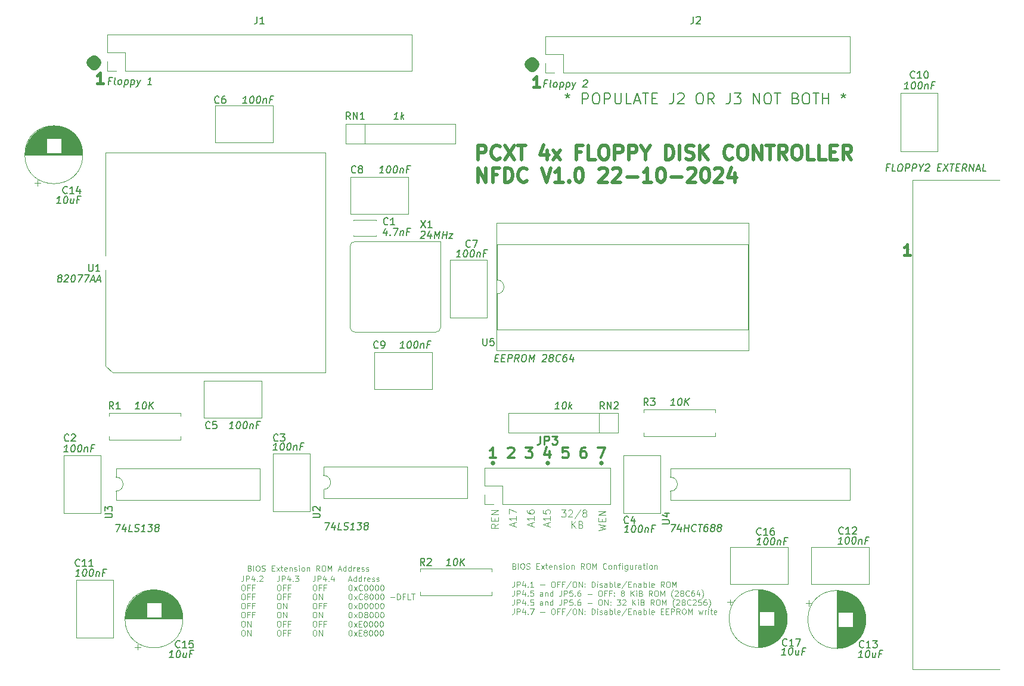
<source format=gto>
%TF.GenerationSoftware,KiCad,Pcbnew,7.0.10*%
%TF.CreationDate,2024-10-23T16:42:54+13:00*%
%TF.ProjectId,isa_monster_fdc,6973615f-6d6f-46e7-9374-65725f666463,1.0*%
%TF.SameCoordinates,Original*%
%TF.FileFunction,Legend,Top*%
%TF.FilePolarity,Positive*%
%FSLAX46Y46*%
G04 Gerber Fmt 4.6, Leading zero omitted, Abs format (unit mm)*
G04 Created by KiCad (PCBNEW 7.0.10) date 2024-10-23 16:42:54*
%MOMM*%
%LPD*%
G01*
G04 APERTURE LIST*
%ADD10C,0.125000*%
%ADD11C,0.120000*%
%ADD12C,1.500000*%
%ADD13C,0.500000*%
%ADD14C,0.304800*%
%ADD15C,0.381000*%
%ADD16C,0.190500*%
%ADD17C,0.150000*%
%ADD18C,0.260000*%
G04 APERTURE END LIST*
D10*
X148812476Y-119555119D02*
X149431523Y-119555119D01*
X149431523Y-119555119D02*
X149098190Y-119936071D01*
X149098190Y-119936071D02*
X149241047Y-119936071D01*
X149241047Y-119936071D02*
X149336285Y-119983690D01*
X149336285Y-119983690D02*
X149383904Y-120031309D01*
X149383904Y-120031309D02*
X149431523Y-120126547D01*
X149431523Y-120126547D02*
X149431523Y-120364642D01*
X149431523Y-120364642D02*
X149383904Y-120459880D01*
X149383904Y-120459880D02*
X149336285Y-120507500D01*
X149336285Y-120507500D02*
X149241047Y-120555119D01*
X149241047Y-120555119D02*
X148955333Y-120555119D01*
X148955333Y-120555119D02*
X148860095Y-120507500D01*
X148860095Y-120507500D02*
X148812476Y-120459880D01*
X149812476Y-119650357D02*
X149860095Y-119602738D01*
X149860095Y-119602738D02*
X149955333Y-119555119D01*
X149955333Y-119555119D02*
X150193428Y-119555119D01*
X150193428Y-119555119D02*
X150288666Y-119602738D01*
X150288666Y-119602738D02*
X150336285Y-119650357D01*
X150336285Y-119650357D02*
X150383904Y-119745595D01*
X150383904Y-119745595D02*
X150383904Y-119840833D01*
X150383904Y-119840833D02*
X150336285Y-119983690D01*
X150336285Y-119983690D02*
X149764857Y-120555119D01*
X149764857Y-120555119D02*
X150383904Y-120555119D01*
X151526761Y-119507500D02*
X150669619Y-120793214D01*
X152002952Y-119983690D02*
X151907714Y-119936071D01*
X151907714Y-119936071D02*
X151860095Y-119888452D01*
X151860095Y-119888452D02*
X151812476Y-119793214D01*
X151812476Y-119793214D02*
X151812476Y-119745595D01*
X151812476Y-119745595D02*
X151860095Y-119650357D01*
X151860095Y-119650357D02*
X151907714Y-119602738D01*
X151907714Y-119602738D02*
X152002952Y-119555119D01*
X152002952Y-119555119D02*
X152193428Y-119555119D01*
X152193428Y-119555119D02*
X152288666Y-119602738D01*
X152288666Y-119602738D02*
X152336285Y-119650357D01*
X152336285Y-119650357D02*
X152383904Y-119745595D01*
X152383904Y-119745595D02*
X152383904Y-119793214D01*
X152383904Y-119793214D02*
X152336285Y-119888452D01*
X152336285Y-119888452D02*
X152288666Y-119936071D01*
X152288666Y-119936071D02*
X152193428Y-119983690D01*
X152193428Y-119983690D02*
X152002952Y-119983690D01*
X152002952Y-119983690D02*
X151907714Y-120031309D01*
X151907714Y-120031309D02*
X151860095Y-120078928D01*
X151860095Y-120078928D02*
X151812476Y-120174166D01*
X151812476Y-120174166D02*
X151812476Y-120364642D01*
X151812476Y-120364642D02*
X151860095Y-120459880D01*
X151860095Y-120459880D02*
X151907714Y-120507500D01*
X151907714Y-120507500D02*
X152002952Y-120555119D01*
X152002952Y-120555119D02*
X152193428Y-120555119D01*
X152193428Y-120555119D02*
X152288666Y-120507500D01*
X152288666Y-120507500D02*
X152336285Y-120459880D01*
X152336285Y-120459880D02*
X152383904Y-120364642D01*
X152383904Y-120364642D02*
X152383904Y-120174166D01*
X152383904Y-120174166D02*
X152336285Y-120078928D01*
X152336285Y-120078928D02*
X152288666Y-120031309D01*
X152288666Y-120031309D02*
X152193428Y-119983690D01*
X150241048Y-122165119D02*
X150241048Y-121165119D01*
X150812476Y-122165119D02*
X150383905Y-121593690D01*
X150812476Y-121165119D02*
X150241048Y-121736547D01*
X151574381Y-121641309D02*
X151717238Y-121688928D01*
X151717238Y-121688928D02*
X151764857Y-121736547D01*
X151764857Y-121736547D02*
X151812476Y-121831785D01*
X151812476Y-121831785D02*
X151812476Y-121974642D01*
X151812476Y-121974642D02*
X151764857Y-122069880D01*
X151764857Y-122069880D02*
X151717238Y-122117500D01*
X151717238Y-122117500D02*
X151622000Y-122165119D01*
X151622000Y-122165119D02*
X151241048Y-122165119D01*
X151241048Y-122165119D02*
X151241048Y-121165119D01*
X151241048Y-121165119D02*
X151574381Y-121165119D01*
X151574381Y-121165119D02*
X151669619Y-121212738D01*
X151669619Y-121212738D02*
X151717238Y-121260357D01*
X151717238Y-121260357D02*
X151764857Y-121355595D01*
X151764857Y-121355595D02*
X151764857Y-121450833D01*
X151764857Y-121450833D02*
X151717238Y-121546071D01*
X151717238Y-121546071D02*
X151669619Y-121593690D01*
X151669619Y-121593690D02*
X151574381Y-121641309D01*
X151574381Y-121641309D02*
X151241048Y-121641309D01*
D11*
X113781994Y-128922855D02*
X113781994Y-129494283D01*
X113781994Y-129494283D02*
X113743899Y-129608569D01*
X113743899Y-129608569D02*
X113667708Y-129684760D01*
X113667708Y-129684760D02*
X113553423Y-129722855D01*
X113553423Y-129722855D02*
X113477232Y-129722855D01*
X114162947Y-129722855D02*
X114162947Y-128922855D01*
X114162947Y-128922855D02*
X114467709Y-128922855D01*
X114467709Y-128922855D02*
X114543899Y-128960950D01*
X114543899Y-128960950D02*
X114581994Y-128999045D01*
X114581994Y-128999045D02*
X114620090Y-129075236D01*
X114620090Y-129075236D02*
X114620090Y-129189521D01*
X114620090Y-129189521D02*
X114581994Y-129265712D01*
X114581994Y-129265712D02*
X114543899Y-129303807D01*
X114543899Y-129303807D02*
X114467709Y-129341902D01*
X114467709Y-129341902D02*
X114162947Y-129341902D01*
X115305804Y-129189521D02*
X115305804Y-129722855D01*
X115115328Y-128884760D02*
X114924851Y-129456188D01*
X114924851Y-129456188D02*
X115420090Y-129456188D01*
X115724852Y-129646664D02*
X115762947Y-129684760D01*
X115762947Y-129684760D02*
X115724852Y-129722855D01*
X115724852Y-129722855D02*
X115686756Y-129684760D01*
X115686756Y-129684760D02*
X115724852Y-129646664D01*
X115724852Y-129646664D02*
X115724852Y-129722855D01*
X116448661Y-129189521D02*
X116448661Y-129722855D01*
X116258185Y-128884760D02*
X116067708Y-129456188D01*
X116067708Y-129456188D02*
X116562947Y-129456188D01*
X113705804Y-130210855D02*
X113858185Y-130210855D01*
X113858185Y-130210855D02*
X113934375Y-130248950D01*
X113934375Y-130248950D02*
X114010566Y-130325140D01*
X114010566Y-130325140D02*
X114048661Y-130477521D01*
X114048661Y-130477521D02*
X114048661Y-130744188D01*
X114048661Y-130744188D02*
X114010566Y-130896569D01*
X114010566Y-130896569D02*
X113934375Y-130972760D01*
X113934375Y-130972760D02*
X113858185Y-131010855D01*
X113858185Y-131010855D02*
X113705804Y-131010855D01*
X113705804Y-131010855D02*
X113629613Y-130972760D01*
X113629613Y-130972760D02*
X113553423Y-130896569D01*
X113553423Y-130896569D02*
X113515327Y-130744188D01*
X113515327Y-130744188D02*
X113515327Y-130477521D01*
X113515327Y-130477521D02*
X113553423Y-130325140D01*
X113553423Y-130325140D02*
X113629613Y-130248950D01*
X113629613Y-130248950D02*
X113705804Y-130210855D01*
X114658184Y-130591807D02*
X114391518Y-130591807D01*
X114391518Y-131010855D02*
X114391518Y-130210855D01*
X114391518Y-130210855D02*
X114772470Y-130210855D01*
X115343898Y-130591807D02*
X115077232Y-130591807D01*
X115077232Y-131010855D02*
X115077232Y-130210855D01*
X115077232Y-130210855D02*
X115458184Y-130210855D01*
X113705804Y-131498855D02*
X113858185Y-131498855D01*
X113858185Y-131498855D02*
X113934375Y-131536950D01*
X113934375Y-131536950D02*
X114010566Y-131613140D01*
X114010566Y-131613140D02*
X114048661Y-131765521D01*
X114048661Y-131765521D02*
X114048661Y-132032188D01*
X114048661Y-132032188D02*
X114010566Y-132184569D01*
X114010566Y-132184569D02*
X113934375Y-132260760D01*
X113934375Y-132260760D02*
X113858185Y-132298855D01*
X113858185Y-132298855D02*
X113705804Y-132298855D01*
X113705804Y-132298855D02*
X113629613Y-132260760D01*
X113629613Y-132260760D02*
X113553423Y-132184569D01*
X113553423Y-132184569D02*
X113515327Y-132032188D01*
X113515327Y-132032188D02*
X113515327Y-131765521D01*
X113515327Y-131765521D02*
X113553423Y-131613140D01*
X113553423Y-131613140D02*
X113629613Y-131536950D01*
X113629613Y-131536950D02*
X113705804Y-131498855D01*
X114391518Y-132298855D02*
X114391518Y-131498855D01*
X114391518Y-131498855D02*
X114848661Y-132298855D01*
X114848661Y-132298855D02*
X114848661Y-131498855D01*
X113705804Y-132786855D02*
X113858185Y-132786855D01*
X113858185Y-132786855D02*
X113934375Y-132824950D01*
X113934375Y-132824950D02*
X114010566Y-132901140D01*
X114010566Y-132901140D02*
X114048661Y-133053521D01*
X114048661Y-133053521D02*
X114048661Y-133320188D01*
X114048661Y-133320188D02*
X114010566Y-133472569D01*
X114010566Y-133472569D02*
X113934375Y-133548760D01*
X113934375Y-133548760D02*
X113858185Y-133586855D01*
X113858185Y-133586855D02*
X113705804Y-133586855D01*
X113705804Y-133586855D02*
X113629613Y-133548760D01*
X113629613Y-133548760D02*
X113553423Y-133472569D01*
X113553423Y-133472569D02*
X113515327Y-133320188D01*
X113515327Y-133320188D02*
X113515327Y-133053521D01*
X113515327Y-133053521D02*
X113553423Y-132901140D01*
X113553423Y-132901140D02*
X113629613Y-132824950D01*
X113629613Y-132824950D02*
X113705804Y-132786855D01*
X114658184Y-133167807D02*
X114391518Y-133167807D01*
X114391518Y-133586855D02*
X114391518Y-132786855D01*
X114391518Y-132786855D02*
X114772470Y-132786855D01*
X115343898Y-133167807D02*
X115077232Y-133167807D01*
X115077232Y-133586855D02*
X115077232Y-132786855D01*
X115077232Y-132786855D02*
X115458184Y-132786855D01*
X113705804Y-134074855D02*
X113858185Y-134074855D01*
X113858185Y-134074855D02*
X113934375Y-134112950D01*
X113934375Y-134112950D02*
X114010566Y-134189140D01*
X114010566Y-134189140D02*
X114048661Y-134341521D01*
X114048661Y-134341521D02*
X114048661Y-134608188D01*
X114048661Y-134608188D02*
X114010566Y-134760569D01*
X114010566Y-134760569D02*
X113934375Y-134836760D01*
X113934375Y-134836760D02*
X113858185Y-134874855D01*
X113858185Y-134874855D02*
X113705804Y-134874855D01*
X113705804Y-134874855D02*
X113629613Y-134836760D01*
X113629613Y-134836760D02*
X113553423Y-134760569D01*
X113553423Y-134760569D02*
X113515327Y-134608188D01*
X113515327Y-134608188D02*
X113515327Y-134341521D01*
X113515327Y-134341521D02*
X113553423Y-134189140D01*
X113553423Y-134189140D02*
X113629613Y-134112950D01*
X113629613Y-134112950D02*
X113705804Y-134074855D01*
X114391518Y-134874855D02*
X114391518Y-134074855D01*
X114391518Y-134074855D02*
X114848661Y-134874855D01*
X114848661Y-134874855D02*
X114848661Y-134074855D01*
X113705804Y-135362855D02*
X113858185Y-135362855D01*
X113858185Y-135362855D02*
X113934375Y-135400950D01*
X113934375Y-135400950D02*
X114010566Y-135477140D01*
X114010566Y-135477140D02*
X114048661Y-135629521D01*
X114048661Y-135629521D02*
X114048661Y-135896188D01*
X114048661Y-135896188D02*
X114010566Y-136048569D01*
X114010566Y-136048569D02*
X113934375Y-136124760D01*
X113934375Y-136124760D02*
X113858185Y-136162855D01*
X113858185Y-136162855D02*
X113705804Y-136162855D01*
X113705804Y-136162855D02*
X113629613Y-136124760D01*
X113629613Y-136124760D02*
X113553423Y-136048569D01*
X113553423Y-136048569D02*
X113515327Y-135896188D01*
X113515327Y-135896188D02*
X113515327Y-135629521D01*
X113515327Y-135629521D02*
X113553423Y-135477140D01*
X113553423Y-135477140D02*
X113629613Y-135400950D01*
X113629613Y-135400950D02*
X113705804Y-135362855D01*
X114658184Y-135743807D02*
X114391518Y-135743807D01*
X114391518Y-136162855D02*
X114391518Y-135362855D01*
X114391518Y-135362855D02*
X114772470Y-135362855D01*
X115343898Y-135743807D02*
X115077232Y-135743807D01*
X115077232Y-136162855D02*
X115077232Y-135362855D01*
X115077232Y-135362855D02*
X115458184Y-135362855D01*
X113705804Y-136650855D02*
X113858185Y-136650855D01*
X113858185Y-136650855D02*
X113934375Y-136688950D01*
X113934375Y-136688950D02*
X114010566Y-136765140D01*
X114010566Y-136765140D02*
X114048661Y-136917521D01*
X114048661Y-136917521D02*
X114048661Y-137184188D01*
X114048661Y-137184188D02*
X114010566Y-137336569D01*
X114010566Y-137336569D02*
X113934375Y-137412760D01*
X113934375Y-137412760D02*
X113858185Y-137450855D01*
X113858185Y-137450855D02*
X113705804Y-137450855D01*
X113705804Y-137450855D02*
X113629613Y-137412760D01*
X113629613Y-137412760D02*
X113553423Y-137336569D01*
X113553423Y-137336569D02*
X113515327Y-137184188D01*
X113515327Y-137184188D02*
X113515327Y-136917521D01*
X113515327Y-136917521D02*
X113553423Y-136765140D01*
X113553423Y-136765140D02*
X113629613Y-136688950D01*
X113629613Y-136688950D02*
X113705804Y-136650855D01*
X114391518Y-137450855D02*
X114391518Y-136650855D01*
X114391518Y-136650855D02*
X114848661Y-137450855D01*
X114848661Y-137450855D02*
X114848661Y-136650855D01*
X118595327Y-129494283D02*
X118976280Y-129494283D01*
X118519137Y-129722855D02*
X118785804Y-128922855D01*
X118785804Y-128922855D02*
X119052470Y-129722855D01*
X119661994Y-129722855D02*
X119661994Y-128922855D01*
X119661994Y-129684760D02*
X119585803Y-129722855D01*
X119585803Y-129722855D02*
X119433422Y-129722855D01*
X119433422Y-129722855D02*
X119357232Y-129684760D01*
X119357232Y-129684760D02*
X119319137Y-129646664D01*
X119319137Y-129646664D02*
X119281041Y-129570474D01*
X119281041Y-129570474D02*
X119281041Y-129341902D01*
X119281041Y-129341902D02*
X119319137Y-129265712D01*
X119319137Y-129265712D02*
X119357232Y-129227617D01*
X119357232Y-129227617D02*
X119433422Y-129189521D01*
X119433422Y-129189521D02*
X119585803Y-129189521D01*
X119585803Y-129189521D02*
X119661994Y-129227617D01*
X120385804Y-129722855D02*
X120385804Y-128922855D01*
X120385804Y-129684760D02*
X120309613Y-129722855D01*
X120309613Y-129722855D02*
X120157232Y-129722855D01*
X120157232Y-129722855D02*
X120081042Y-129684760D01*
X120081042Y-129684760D02*
X120042947Y-129646664D01*
X120042947Y-129646664D02*
X120004851Y-129570474D01*
X120004851Y-129570474D02*
X120004851Y-129341902D01*
X120004851Y-129341902D02*
X120042947Y-129265712D01*
X120042947Y-129265712D02*
X120081042Y-129227617D01*
X120081042Y-129227617D02*
X120157232Y-129189521D01*
X120157232Y-129189521D02*
X120309613Y-129189521D01*
X120309613Y-129189521D02*
X120385804Y-129227617D01*
X120766757Y-129722855D02*
X120766757Y-129189521D01*
X120766757Y-129341902D02*
X120804852Y-129265712D01*
X120804852Y-129265712D02*
X120842947Y-129227617D01*
X120842947Y-129227617D02*
X120919138Y-129189521D01*
X120919138Y-129189521D02*
X120995328Y-129189521D01*
X121566757Y-129684760D02*
X121490566Y-129722855D01*
X121490566Y-129722855D02*
X121338185Y-129722855D01*
X121338185Y-129722855D02*
X121261995Y-129684760D01*
X121261995Y-129684760D02*
X121223899Y-129608569D01*
X121223899Y-129608569D02*
X121223899Y-129303807D01*
X121223899Y-129303807D02*
X121261995Y-129227617D01*
X121261995Y-129227617D02*
X121338185Y-129189521D01*
X121338185Y-129189521D02*
X121490566Y-129189521D01*
X121490566Y-129189521D02*
X121566757Y-129227617D01*
X121566757Y-129227617D02*
X121604852Y-129303807D01*
X121604852Y-129303807D02*
X121604852Y-129379998D01*
X121604852Y-129379998D02*
X121223899Y-129456188D01*
X121909613Y-129684760D02*
X121985804Y-129722855D01*
X121985804Y-129722855D02*
X122138185Y-129722855D01*
X122138185Y-129722855D02*
X122214375Y-129684760D01*
X122214375Y-129684760D02*
X122252471Y-129608569D01*
X122252471Y-129608569D02*
X122252471Y-129570474D01*
X122252471Y-129570474D02*
X122214375Y-129494283D01*
X122214375Y-129494283D02*
X122138185Y-129456188D01*
X122138185Y-129456188D02*
X122023899Y-129456188D01*
X122023899Y-129456188D02*
X121947709Y-129418093D01*
X121947709Y-129418093D02*
X121909613Y-129341902D01*
X121909613Y-129341902D02*
X121909613Y-129303807D01*
X121909613Y-129303807D02*
X121947709Y-129227617D01*
X121947709Y-129227617D02*
X122023899Y-129189521D01*
X122023899Y-129189521D02*
X122138185Y-129189521D01*
X122138185Y-129189521D02*
X122214375Y-129227617D01*
X122557232Y-129684760D02*
X122633423Y-129722855D01*
X122633423Y-129722855D02*
X122785804Y-129722855D01*
X122785804Y-129722855D02*
X122861994Y-129684760D01*
X122861994Y-129684760D02*
X122900090Y-129608569D01*
X122900090Y-129608569D02*
X122900090Y-129570474D01*
X122900090Y-129570474D02*
X122861994Y-129494283D01*
X122861994Y-129494283D02*
X122785804Y-129456188D01*
X122785804Y-129456188D02*
X122671518Y-129456188D01*
X122671518Y-129456188D02*
X122595328Y-129418093D01*
X122595328Y-129418093D02*
X122557232Y-129341902D01*
X122557232Y-129341902D02*
X122557232Y-129303807D01*
X122557232Y-129303807D02*
X122595328Y-129227617D01*
X122595328Y-129227617D02*
X122671518Y-129189521D01*
X122671518Y-129189521D02*
X122785804Y-129189521D01*
X122785804Y-129189521D02*
X122861994Y-129227617D01*
X118785804Y-130210855D02*
X118861994Y-130210855D01*
X118861994Y-130210855D02*
X118938185Y-130248950D01*
X118938185Y-130248950D02*
X118976280Y-130287045D01*
X118976280Y-130287045D02*
X119014375Y-130363236D01*
X119014375Y-130363236D02*
X119052470Y-130515617D01*
X119052470Y-130515617D02*
X119052470Y-130706093D01*
X119052470Y-130706093D02*
X119014375Y-130858474D01*
X119014375Y-130858474D02*
X118976280Y-130934664D01*
X118976280Y-130934664D02*
X118938185Y-130972760D01*
X118938185Y-130972760D02*
X118861994Y-131010855D01*
X118861994Y-131010855D02*
X118785804Y-131010855D01*
X118785804Y-131010855D02*
X118709613Y-130972760D01*
X118709613Y-130972760D02*
X118671518Y-130934664D01*
X118671518Y-130934664D02*
X118633423Y-130858474D01*
X118633423Y-130858474D02*
X118595327Y-130706093D01*
X118595327Y-130706093D02*
X118595327Y-130515617D01*
X118595327Y-130515617D02*
X118633423Y-130363236D01*
X118633423Y-130363236D02*
X118671518Y-130287045D01*
X118671518Y-130287045D02*
X118709613Y-130248950D01*
X118709613Y-130248950D02*
X118785804Y-130210855D01*
X119319137Y-131010855D02*
X119738185Y-130477521D01*
X119319137Y-130477521D02*
X119738185Y-131010855D01*
X120500090Y-130934664D02*
X120461994Y-130972760D01*
X120461994Y-130972760D02*
X120347709Y-131010855D01*
X120347709Y-131010855D02*
X120271518Y-131010855D01*
X120271518Y-131010855D02*
X120157232Y-130972760D01*
X120157232Y-130972760D02*
X120081042Y-130896569D01*
X120081042Y-130896569D02*
X120042947Y-130820379D01*
X120042947Y-130820379D02*
X120004851Y-130667998D01*
X120004851Y-130667998D02*
X120004851Y-130553712D01*
X120004851Y-130553712D02*
X120042947Y-130401331D01*
X120042947Y-130401331D02*
X120081042Y-130325140D01*
X120081042Y-130325140D02*
X120157232Y-130248950D01*
X120157232Y-130248950D02*
X120271518Y-130210855D01*
X120271518Y-130210855D02*
X120347709Y-130210855D01*
X120347709Y-130210855D02*
X120461994Y-130248950D01*
X120461994Y-130248950D02*
X120500090Y-130287045D01*
X120995328Y-130210855D02*
X121071518Y-130210855D01*
X121071518Y-130210855D02*
X121147709Y-130248950D01*
X121147709Y-130248950D02*
X121185804Y-130287045D01*
X121185804Y-130287045D02*
X121223899Y-130363236D01*
X121223899Y-130363236D02*
X121261994Y-130515617D01*
X121261994Y-130515617D02*
X121261994Y-130706093D01*
X121261994Y-130706093D02*
X121223899Y-130858474D01*
X121223899Y-130858474D02*
X121185804Y-130934664D01*
X121185804Y-130934664D02*
X121147709Y-130972760D01*
X121147709Y-130972760D02*
X121071518Y-131010855D01*
X121071518Y-131010855D02*
X120995328Y-131010855D01*
X120995328Y-131010855D02*
X120919137Y-130972760D01*
X120919137Y-130972760D02*
X120881042Y-130934664D01*
X120881042Y-130934664D02*
X120842947Y-130858474D01*
X120842947Y-130858474D02*
X120804851Y-130706093D01*
X120804851Y-130706093D02*
X120804851Y-130515617D01*
X120804851Y-130515617D02*
X120842947Y-130363236D01*
X120842947Y-130363236D02*
X120881042Y-130287045D01*
X120881042Y-130287045D02*
X120919137Y-130248950D01*
X120919137Y-130248950D02*
X120995328Y-130210855D01*
X121757233Y-130210855D02*
X121833423Y-130210855D01*
X121833423Y-130210855D02*
X121909614Y-130248950D01*
X121909614Y-130248950D02*
X121947709Y-130287045D01*
X121947709Y-130287045D02*
X121985804Y-130363236D01*
X121985804Y-130363236D02*
X122023899Y-130515617D01*
X122023899Y-130515617D02*
X122023899Y-130706093D01*
X122023899Y-130706093D02*
X121985804Y-130858474D01*
X121985804Y-130858474D02*
X121947709Y-130934664D01*
X121947709Y-130934664D02*
X121909614Y-130972760D01*
X121909614Y-130972760D02*
X121833423Y-131010855D01*
X121833423Y-131010855D02*
X121757233Y-131010855D01*
X121757233Y-131010855D02*
X121681042Y-130972760D01*
X121681042Y-130972760D02*
X121642947Y-130934664D01*
X121642947Y-130934664D02*
X121604852Y-130858474D01*
X121604852Y-130858474D02*
X121566756Y-130706093D01*
X121566756Y-130706093D02*
X121566756Y-130515617D01*
X121566756Y-130515617D02*
X121604852Y-130363236D01*
X121604852Y-130363236D02*
X121642947Y-130287045D01*
X121642947Y-130287045D02*
X121681042Y-130248950D01*
X121681042Y-130248950D02*
X121757233Y-130210855D01*
X122519138Y-130210855D02*
X122595328Y-130210855D01*
X122595328Y-130210855D02*
X122671519Y-130248950D01*
X122671519Y-130248950D02*
X122709614Y-130287045D01*
X122709614Y-130287045D02*
X122747709Y-130363236D01*
X122747709Y-130363236D02*
X122785804Y-130515617D01*
X122785804Y-130515617D02*
X122785804Y-130706093D01*
X122785804Y-130706093D02*
X122747709Y-130858474D01*
X122747709Y-130858474D02*
X122709614Y-130934664D01*
X122709614Y-130934664D02*
X122671519Y-130972760D01*
X122671519Y-130972760D02*
X122595328Y-131010855D01*
X122595328Y-131010855D02*
X122519138Y-131010855D01*
X122519138Y-131010855D02*
X122442947Y-130972760D01*
X122442947Y-130972760D02*
X122404852Y-130934664D01*
X122404852Y-130934664D02*
X122366757Y-130858474D01*
X122366757Y-130858474D02*
X122328661Y-130706093D01*
X122328661Y-130706093D02*
X122328661Y-130515617D01*
X122328661Y-130515617D02*
X122366757Y-130363236D01*
X122366757Y-130363236D02*
X122404852Y-130287045D01*
X122404852Y-130287045D02*
X122442947Y-130248950D01*
X122442947Y-130248950D02*
X122519138Y-130210855D01*
X123281043Y-130210855D02*
X123357233Y-130210855D01*
X123357233Y-130210855D02*
X123433424Y-130248950D01*
X123433424Y-130248950D02*
X123471519Y-130287045D01*
X123471519Y-130287045D02*
X123509614Y-130363236D01*
X123509614Y-130363236D02*
X123547709Y-130515617D01*
X123547709Y-130515617D02*
X123547709Y-130706093D01*
X123547709Y-130706093D02*
X123509614Y-130858474D01*
X123509614Y-130858474D02*
X123471519Y-130934664D01*
X123471519Y-130934664D02*
X123433424Y-130972760D01*
X123433424Y-130972760D02*
X123357233Y-131010855D01*
X123357233Y-131010855D02*
X123281043Y-131010855D01*
X123281043Y-131010855D02*
X123204852Y-130972760D01*
X123204852Y-130972760D02*
X123166757Y-130934664D01*
X123166757Y-130934664D02*
X123128662Y-130858474D01*
X123128662Y-130858474D02*
X123090566Y-130706093D01*
X123090566Y-130706093D02*
X123090566Y-130515617D01*
X123090566Y-130515617D02*
X123128662Y-130363236D01*
X123128662Y-130363236D02*
X123166757Y-130287045D01*
X123166757Y-130287045D02*
X123204852Y-130248950D01*
X123204852Y-130248950D02*
X123281043Y-130210855D01*
X118785804Y-131498855D02*
X118861994Y-131498855D01*
X118861994Y-131498855D02*
X118938185Y-131536950D01*
X118938185Y-131536950D02*
X118976280Y-131575045D01*
X118976280Y-131575045D02*
X119014375Y-131651236D01*
X119014375Y-131651236D02*
X119052470Y-131803617D01*
X119052470Y-131803617D02*
X119052470Y-131994093D01*
X119052470Y-131994093D02*
X119014375Y-132146474D01*
X119014375Y-132146474D02*
X118976280Y-132222664D01*
X118976280Y-132222664D02*
X118938185Y-132260760D01*
X118938185Y-132260760D02*
X118861994Y-132298855D01*
X118861994Y-132298855D02*
X118785804Y-132298855D01*
X118785804Y-132298855D02*
X118709613Y-132260760D01*
X118709613Y-132260760D02*
X118671518Y-132222664D01*
X118671518Y-132222664D02*
X118633423Y-132146474D01*
X118633423Y-132146474D02*
X118595327Y-131994093D01*
X118595327Y-131994093D02*
X118595327Y-131803617D01*
X118595327Y-131803617D02*
X118633423Y-131651236D01*
X118633423Y-131651236D02*
X118671518Y-131575045D01*
X118671518Y-131575045D02*
X118709613Y-131536950D01*
X118709613Y-131536950D02*
X118785804Y-131498855D01*
X119319137Y-132298855D02*
X119738185Y-131765521D01*
X119319137Y-131765521D02*
X119738185Y-132298855D01*
X120500090Y-132222664D02*
X120461994Y-132260760D01*
X120461994Y-132260760D02*
X120347709Y-132298855D01*
X120347709Y-132298855D02*
X120271518Y-132298855D01*
X120271518Y-132298855D02*
X120157232Y-132260760D01*
X120157232Y-132260760D02*
X120081042Y-132184569D01*
X120081042Y-132184569D02*
X120042947Y-132108379D01*
X120042947Y-132108379D02*
X120004851Y-131955998D01*
X120004851Y-131955998D02*
X120004851Y-131841712D01*
X120004851Y-131841712D02*
X120042947Y-131689331D01*
X120042947Y-131689331D02*
X120081042Y-131613140D01*
X120081042Y-131613140D02*
X120157232Y-131536950D01*
X120157232Y-131536950D02*
X120271518Y-131498855D01*
X120271518Y-131498855D02*
X120347709Y-131498855D01*
X120347709Y-131498855D02*
X120461994Y-131536950D01*
X120461994Y-131536950D02*
X120500090Y-131575045D01*
X120957232Y-131841712D02*
X120881042Y-131803617D01*
X120881042Y-131803617D02*
X120842947Y-131765521D01*
X120842947Y-131765521D02*
X120804851Y-131689331D01*
X120804851Y-131689331D02*
X120804851Y-131651236D01*
X120804851Y-131651236D02*
X120842947Y-131575045D01*
X120842947Y-131575045D02*
X120881042Y-131536950D01*
X120881042Y-131536950D02*
X120957232Y-131498855D01*
X120957232Y-131498855D02*
X121109613Y-131498855D01*
X121109613Y-131498855D02*
X121185804Y-131536950D01*
X121185804Y-131536950D02*
X121223899Y-131575045D01*
X121223899Y-131575045D02*
X121261994Y-131651236D01*
X121261994Y-131651236D02*
X121261994Y-131689331D01*
X121261994Y-131689331D02*
X121223899Y-131765521D01*
X121223899Y-131765521D02*
X121185804Y-131803617D01*
X121185804Y-131803617D02*
X121109613Y-131841712D01*
X121109613Y-131841712D02*
X120957232Y-131841712D01*
X120957232Y-131841712D02*
X120881042Y-131879807D01*
X120881042Y-131879807D02*
X120842947Y-131917902D01*
X120842947Y-131917902D02*
X120804851Y-131994093D01*
X120804851Y-131994093D02*
X120804851Y-132146474D01*
X120804851Y-132146474D02*
X120842947Y-132222664D01*
X120842947Y-132222664D02*
X120881042Y-132260760D01*
X120881042Y-132260760D02*
X120957232Y-132298855D01*
X120957232Y-132298855D02*
X121109613Y-132298855D01*
X121109613Y-132298855D02*
X121185804Y-132260760D01*
X121185804Y-132260760D02*
X121223899Y-132222664D01*
X121223899Y-132222664D02*
X121261994Y-132146474D01*
X121261994Y-132146474D02*
X121261994Y-131994093D01*
X121261994Y-131994093D02*
X121223899Y-131917902D01*
X121223899Y-131917902D02*
X121185804Y-131879807D01*
X121185804Y-131879807D02*
X121109613Y-131841712D01*
X121757233Y-131498855D02*
X121833423Y-131498855D01*
X121833423Y-131498855D02*
X121909614Y-131536950D01*
X121909614Y-131536950D02*
X121947709Y-131575045D01*
X121947709Y-131575045D02*
X121985804Y-131651236D01*
X121985804Y-131651236D02*
X122023899Y-131803617D01*
X122023899Y-131803617D02*
X122023899Y-131994093D01*
X122023899Y-131994093D02*
X121985804Y-132146474D01*
X121985804Y-132146474D02*
X121947709Y-132222664D01*
X121947709Y-132222664D02*
X121909614Y-132260760D01*
X121909614Y-132260760D02*
X121833423Y-132298855D01*
X121833423Y-132298855D02*
X121757233Y-132298855D01*
X121757233Y-132298855D02*
X121681042Y-132260760D01*
X121681042Y-132260760D02*
X121642947Y-132222664D01*
X121642947Y-132222664D02*
X121604852Y-132146474D01*
X121604852Y-132146474D02*
X121566756Y-131994093D01*
X121566756Y-131994093D02*
X121566756Y-131803617D01*
X121566756Y-131803617D02*
X121604852Y-131651236D01*
X121604852Y-131651236D02*
X121642947Y-131575045D01*
X121642947Y-131575045D02*
X121681042Y-131536950D01*
X121681042Y-131536950D02*
X121757233Y-131498855D01*
X122519138Y-131498855D02*
X122595328Y-131498855D01*
X122595328Y-131498855D02*
X122671519Y-131536950D01*
X122671519Y-131536950D02*
X122709614Y-131575045D01*
X122709614Y-131575045D02*
X122747709Y-131651236D01*
X122747709Y-131651236D02*
X122785804Y-131803617D01*
X122785804Y-131803617D02*
X122785804Y-131994093D01*
X122785804Y-131994093D02*
X122747709Y-132146474D01*
X122747709Y-132146474D02*
X122709614Y-132222664D01*
X122709614Y-132222664D02*
X122671519Y-132260760D01*
X122671519Y-132260760D02*
X122595328Y-132298855D01*
X122595328Y-132298855D02*
X122519138Y-132298855D01*
X122519138Y-132298855D02*
X122442947Y-132260760D01*
X122442947Y-132260760D02*
X122404852Y-132222664D01*
X122404852Y-132222664D02*
X122366757Y-132146474D01*
X122366757Y-132146474D02*
X122328661Y-131994093D01*
X122328661Y-131994093D02*
X122328661Y-131803617D01*
X122328661Y-131803617D02*
X122366757Y-131651236D01*
X122366757Y-131651236D02*
X122404852Y-131575045D01*
X122404852Y-131575045D02*
X122442947Y-131536950D01*
X122442947Y-131536950D02*
X122519138Y-131498855D01*
X123281043Y-131498855D02*
X123357233Y-131498855D01*
X123357233Y-131498855D02*
X123433424Y-131536950D01*
X123433424Y-131536950D02*
X123471519Y-131575045D01*
X123471519Y-131575045D02*
X123509614Y-131651236D01*
X123509614Y-131651236D02*
X123547709Y-131803617D01*
X123547709Y-131803617D02*
X123547709Y-131994093D01*
X123547709Y-131994093D02*
X123509614Y-132146474D01*
X123509614Y-132146474D02*
X123471519Y-132222664D01*
X123471519Y-132222664D02*
X123433424Y-132260760D01*
X123433424Y-132260760D02*
X123357233Y-132298855D01*
X123357233Y-132298855D02*
X123281043Y-132298855D01*
X123281043Y-132298855D02*
X123204852Y-132260760D01*
X123204852Y-132260760D02*
X123166757Y-132222664D01*
X123166757Y-132222664D02*
X123128662Y-132146474D01*
X123128662Y-132146474D02*
X123090566Y-131994093D01*
X123090566Y-131994093D02*
X123090566Y-131803617D01*
X123090566Y-131803617D02*
X123128662Y-131651236D01*
X123128662Y-131651236D02*
X123166757Y-131575045D01*
X123166757Y-131575045D02*
X123204852Y-131536950D01*
X123204852Y-131536950D02*
X123281043Y-131498855D01*
X124500091Y-131994093D02*
X125109615Y-131994093D01*
X125490567Y-132298855D02*
X125490567Y-131498855D01*
X125490567Y-131498855D02*
X125681043Y-131498855D01*
X125681043Y-131498855D02*
X125795329Y-131536950D01*
X125795329Y-131536950D02*
X125871519Y-131613140D01*
X125871519Y-131613140D02*
X125909614Y-131689331D01*
X125909614Y-131689331D02*
X125947710Y-131841712D01*
X125947710Y-131841712D02*
X125947710Y-131955998D01*
X125947710Y-131955998D02*
X125909614Y-132108379D01*
X125909614Y-132108379D02*
X125871519Y-132184569D01*
X125871519Y-132184569D02*
X125795329Y-132260760D01*
X125795329Y-132260760D02*
X125681043Y-132298855D01*
X125681043Y-132298855D02*
X125490567Y-132298855D01*
X126557233Y-131879807D02*
X126290567Y-131879807D01*
X126290567Y-132298855D02*
X126290567Y-131498855D01*
X126290567Y-131498855D02*
X126671519Y-131498855D01*
X127357233Y-132298855D02*
X126976281Y-132298855D01*
X126976281Y-132298855D02*
X126976281Y-131498855D01*
X127509614Y-131498855D02*
X127966757Y-131498855D01*
X127738185Y-132298855D02*
X127738185Y-131498855D01*
X118785804Y-132786855D02*
X118861994Y-132786855D01*
X118861994Y-132786855D02*
X118938185Y-132824950D01*
X118938185Y-132824950D02*
X118976280Y-132863045D01*
X118976280Y-132863045D02*
X119014375Y-132939236D01*
X119014375Y-132939236D02*
X119052470Y-133091617D01*
X119052470Y-133091617D02*
X119052470Y-133282093D01*
X119052470Y-133282093D02*
X119014375Y-133434474D01*
X119014375Y-133434474D02*
X118976280Y-133510664D01*
X118976280Y-133510664D02*
X118938185Y-133548760D01*
X118938185Y-133548760D02*
X118861994Y-133586855D01*
X118861994Y-133586855D02*
X118785804Y-133586855D01*
X118785804Y-133586855D02*
X118709613Y-133548760D01*
X118709613Y-133548760D02*
X118671518Y-133510664D01*
X118671518Y-133510664D02*
X118633423Y-133434474D01*
X118633423Y-133434474D02*
X118595327Y-133282093D01*
X118595327Y-133282093D02*
X118595327Y-133091617D01*
X118595327Y-133091617D02*
X118633423Y-132939236D01*
X118633423Y-132939236D02*
X118671518Y-132863045D01*
X118671518Y-132863045D02*
X118709613Y-132824950D01*
X118709613Y-132824950D02*
X118785804Y-132786855D01*
X119319137Y-133586855D02*
X119738185Y-133053521D01*
X119319137Y-133053521D02*
X119738185Y-133586855D01*
X120042947Y-133586855D02*
X120042947Y-132786855D01*
X120042947Y-132786855D02*
X120233423Y-132786855D01*
X120233423Y-132786855D02*
X120347709Y-132824950D01*
X120347709Y-132824950D02*
X120423899Y-132901140D01*
X120423899Y-132901140D02*
X120461994Y-132977331D01*
X120461994Y-132977331D02*
X120500090Y-133129712D01*
X120500090Y-133129712D02*
X120500090Y-133243998D01*
X120500090Y-133243998D02*
X120461994Y-133396379D01*
X120461994Y-133396379D02*
X120423899Y-133472569D01*
X120423899Y-133472569D02*
X120347709Y-133548760D01*
X120347709Y-133548760D02*
X120233423Y-133586855D01*
X120233423Y-133586855D02*
X120042947Y-133586855D01*
X120995328Y-132786855D02*
X121071518Y-132786855D01*
X121071518Y-132786855D02*
X121147709Y-132824950D01*
X121147709Y-132824950D02*
X121185804Y-132863045D01*
X121185804Y-132863045D02*
X121223899Y-132939236D01*
X121223899Y-132939236D02*
X121261994Y-133091617D01*
X121261994Y-133091617D02*
X121261994Y-133282093D01*
X121261994Y-133282093D02*
X121223899Y-133434474D01*
X121223899Y-133434474D02*
X121185804Y-133510664D01*
X121185804Y-133510664D02*
X121147709Y-133548760D01*
X121147709Y-133548760D02*
X121071518Y-133586855D01*
X121071518Y-133586855D02*
X120995328Y-133586855D01*
X120995328Y-133586855D02*
X120919137Y-133548760D01*
X120919137Y-133548760D02*
X120881042Y-133510664D01*
X120881042Y-133510664D02*
X120842947Y-133434474D01*
X120842947Y-133434474D02*
X120804851Y-133282093D01*
X120804851Y-133282093D02*
X120804851Y-133091617D01*
X120804851Y-133091617D02*
X120842947Y-132939236D01*
X120842947Y-132939236D02*
X120881042Y-132863045D01*
X120881042Y-132863045D02*
X120919137Y-132824950D01*
X120919137Y-132824950D02*
X120995328Y-132786855D01*
X121757233Y-132786855D02*
X121833423Y-132786855D01*
X121833423Y-132786855D02*
X121909614Y-132824950D01*
X121909614Y-132824950D02*
X121947709Y-132863045D01*
X121947709Y-132863045D02*
X121985804Y-132939236D01*
X121985804Y-132939236D02*
X122023899Y-133091617D01*
X122023899Y-133091617D02*
X122023899Y-133282093D01*
X122023899Y-133282093D02*
X121985804Y-133434474D01*
X121985804Y-133434474D02*
X121947709Y-133510664D01*
X121947709Y-133510664D02*
X121909614Y-133548760D01*
X121909614Y-133548760D02*
X121833423Y-133586855D01*
X121833423Y-133586855D02*
X121757233Y-133586855D01*
X121757233Y-133586855D02*
X121681042Y-133548760D01*
X121681042Y-133548760D02*
X121642947Y-133510664D01*
X121642947Y-133510664D02*
X121604852Y-133434474D01*
X121604852Y-133434474D02*
X121566756Y-133282093D01*
X121566756Y-133282093D02*
X121566756Y-133091617D01*
X121566756Y-133091617D02*
X121604852Y-132939236D01*
X121604852Y-132939236D02*
X121642947Y-132863045D01*
X121642947Y-132863045D02*
X121681042Y-132824950D01*
X121681042Y-132824950D02*
X121757233Y-132786855D01*
X122519138Y-132786855D02*
X122595328Y-132786855D01*
X122595328Y-132786855D02*
X122671519Y-132824950D01*
X122671519Y-132824950D02*
X122709614Y-132863045D01*
X122709614Y-132863045D02*
X122747709Y-132939236D01*
X122747709Y-132939236D02*
X122785804Y-133091617D01*
X122785804Y-133091617D02*
X122785804Y-133282093D01*
X122785804Y-133282093D02*
X122747709Y-133434474D01*
X122747709Y-133434474D02*
X122709614Y-133510664D01*
X122709614Y-133510664D02*
X122671519Y-133548760D01*
X122671519Y-133548760D02*
X122595328Y-133586855D01*
X122595328Y-133586855D02*
X122519138Y-133586855D01*
X122519138Y-133586855D02*
X122442947Y-133548760D01*
X122442947Y-133548760D02*
X122404852Y-133510664D01*
X122404852Y-133510664D02*
X122366757Y-133434474D01*
X122366757Y-133434474D02*
X122328661Y-133282093D01*
X122328661Y-133282093D02*
X122328661Y-133091617D01*
X122328661Y-133091617D02*
X122366757Y-132939236D01*
X122366757Y-132939236D02*
X122404852Y-132863045D01*
X122404852Y-132863045D02*
X122442947Y-132824950D01*
X122442947Y-132824950D02*
X122519138Y-132786855D01*
X123281043Y-132786855D02*
X123357233Y-132786855D01*
X123357233Y-132786855D02*
X123433424Y-132824950D01*
X123433424Y-132824950D02*
X123471519Y-132863045D01*
X123471519Y-132863045D02*
X123509614Y-132939236D01*
X123509614Y-132939236D02*
X123547709Y-133091617D01*
X123547709Y-133091617D02*
X123547709Y-133282093D01*
X123547709Y-133282093D02*
X123509614Y-133434474D01*
X123509614Y-133434474D02*
X123471519Y-133510664D01*
X123471519Y-133510664D02*
X123433424Y-133548760D01*
X123433424Y-133548760D02*
X123357233Y-133586855D01*
X123357233Y-133586855D02*
X123281043Y-133586855D01*
X123281043Y-133586855D02*
X123204852Y-133548760D01*
X123204852Y-133548760D02*
X123166757Y-133510664D01*
X123166757Y-133510664D02*
X123128662Y-133434474D01*
X123128662Y-133434474D02*
X123090566Y-133282093D01*
X123090566Y-133282093D02*
X123090566Y-133091617D01*
X123090566Y-133091617D02*
X123128662Y-132939236D01*
X123128662Y-132939236D02*
X123166757Y-132863045D01*
X123166757Y-132863045D02*
X123204852Y-132824950D01*
X123204852Y-132824950D02*
X123281043Y-132786855D01*
X118785804Y-134074855D02*
X118861994Y-134074855D01*
X118861994Y-134074855D02*
X118938185Y-134112950D01*
X118938185Y-134112950D02*
X118976280Y-134151045D01*
X118976280Y-134151045D02*
X119014375Y-134227236D01*
X119014375Y-134227236D02*
X119052470Y-134379617D01*
X119052470Y-134379617D02*
X119052470Y-134570093D01*
X119052470Y-134570093D02*
X119014375Y-134722474D01*
X119014375Y-134722474D02*
X118976280Y-134798664D01*
X118976280Y-134798664D02*
X118938185Y-134836760D01*
X118938185Y-134836760D02*
X118861994Y-134874855D01*
X118861994Y-134874855D02*
X118785804Y-134874855D01*
X118785804Y-134874855D02*
X118709613Y-134836760D01*
X118709613Y-134836760D02*
X118671518Y-134798664D01*
X118671518Y-134798664D02*
X118633423Y-134722474D01*
X118633423Y-134722474D02*
X118595327Y-134570093D01*
X118595327Y-134570093D02*
X118595327Y-134379617D01*
X118595327Y-134379617D02*
X118633423Y-134227236D01*
X118633423Y-134227236D02*
X118671518Y-134151045D01*
X118671518Y-134151045D02*
X118709613Y-134112950D01*
X118709613Y-134112950D02*
X118785804Y-134074855D01*
X119319137Y-134874855D02*
X119738185Y-134341521D01*
X119319137Y-134341521D02*
X119738185Y-134874855D01*
X120042947Y-134874855D02*
X120042947Y-134074855D01*
X120042947Y-134074855D02*
X120233423Y-134074855D01*
X120233423Y-134074855D02*
X120347709Y-134112950D01*
X120347709Y-134112950D02*
X120423899Y-134189140D01*
X120423899Y-134189140D02*
X120461994Y-134265331D01*
X120461994Y-134265331D02*
X120500090Y-134417712D01*
X120500090Y-134417712D02*
X120500090Y-134531998D01*
X120500090Y-134531998D02*
X120461994Y-134684379D01*
X120461994Y-134684379D02*
X120423899Y-134760569D01*
X120423899Y-134760569D02*
X120347709Y-134836760D01*
X120347709Y-134836760D02*
X120233423Y-134874855D01*
X120233423Y-134874855D02*
X120042947Y-134874855D01*
X120957232Y-134417712D02*
X120881042Y-134379617D01*
X120881042Y-134379617D02*
X120842947Y-134341521D01*
X120842947Y-134341521D02*
X120804851Y-134265331D01*
X120804851Y-134265331D02*
X120804851Y-134227236D01*
X120804851Y-134227236D02*
X120842947Y-134151045D01*
X120842947Y-134151045D02*
X120881042Y-134112950D01*
X120881042Y-134112950D02*
X120957232Y-134074855D01*
X120957232Y-134074855D02*
X121109613Y-134074855D01*
X121109613Y-134074855D02*
X121185804Y-134112950D01*
X121185804Y-134112950D02*
X121223899Y-134151045D01*
X121223899Y-134151045D02*
X121261994Y-134227236D01*
X121261994Y-134227236D02*
X121261994Y-134265331D01*
X121261994Y-134265331D02*
X121223899Y-134341521D01*
X121223899Y-134341521D02*
X121185804Y-134379617D01*
X121185804Y-134379617D02*
X121109613Y-134417712D01*
X121109613Y-134417712D02*
X120957232Y-134417712D01*
X120957232Y-134417712D02*
X120881042Y-134455807D01*
X120881042Y-134455807D02*
X120842947Y-134493902D01*
X120842947Y-134493902D02*
X120804851Y-134570093D01*
X120804851Y-134570093D02*
X120804851Y-134722474D01*
X120804851Y-134722474D02*
X120842947Y-134798664D01*
X120842947Y-134798664D02*
X120881042Y-134836760D01*
X120881042Y-134836760D02*
X120957232Y-134874855D01*
X120957232Y-134874855D02*
X121109613Y-134874855D01*
X121109613Y-134874855D02*
X121185804Y-134836760D01*
X121185804Y-134836760D02*
X121223899Y-134798664D01*
X121223899Y-134798664D02*
X121261994Y-134722474D01*
X121261994Y-134722474D02*
X121261994Y-134570093D01*
X121261994Y-134570093D02*
X121223899Y-134493902D01*
X121223899Y-134493902D02*
X121185804Y-134455807D01*
X121185804Y-134455807D02*
X121109613Y-134417712D01*
X121757233Y-134074855D02*
X121833423Y-134074855D01*
X121833423Y-134074855D02*
X121909614Y-134112950D01*
X121909614Y-134112950D02*
X121947709Y-134151045D01*
X121947709Y-134151045D02*
X121985804Y-134227236D01*
X121985804Y-134227236D02*
X122023899Y-134379617D01*
X122023899Y-134379617D02*
X122023899Y-134570093D01*
X122023899Y-134570093D02*
X121985804Y-134722474D01*
X121985804Y-134722474D02*
X121947709Y-134798664D01*
X121947709Y-134798664D02*
X121909614Y-134836760D01*
X121909614Y-134836760D02*
X121833423Y-134874855D01*
X121833423Y-134874855D02*
X121757233Y-134874855D01*
X121757233Y-134874855D02*
X121681042Y-134836760D01*
X121681042Y-134836760D02*
X121642947Y-134798664D01*
X121642947Y-134798664D02*
X121604852Y-134722474D01*
X121604852Y-134722474D02*
X121566756Y-134570093D01*
X121566756Y-134570093D02*
X121566756Y-134379617D01*
X121566756Y-134379617D02*
X121604852Y-134227236D01*
X121604852Y-134227236D02*
X121642947Y-134151045D01*
X121642947Y-134151045D02*
X121681042Y-134112950D01*
X121681042Y-134112950D02*
X121757233Y-134074855D01*
X122519138Y-134074855D02*
X122595328Y-134074855D01*
X122595328Y-134074855D02*
X122671519Y-134112950D01*
X122671519Y-134112950D02*
X122709614Y-134151045D01*
X122709614Y-134151045D02*
X122747709Y-134227236D01*
X122747709Y-134227236D02*
X122785804Y-134379617D01*
X122785804Y-134379617D02*
X122785804Y-134570093D01*
X122785804Y-134570093D02*
X122747709Y-134722474D01*
X122747709Y-134722474D02*
X122709614Y-134798664D01*
X122709614Y-134798664D02*
X122671519Y-134836760D01*
X122671519Y-134836760D02*
X122595328Y-134874855D01*
X122595328Y-134874855D02*
X122519138Y-134874855D01*
X122519138Y-134874855D02*
X122442947Y-134836760D01*
X122442947Y-134836760D02*
X122404852Y-134798664D01*
X122404852Y-134798664D02*
X122366757Y-134722474D01*
X122366757Y-134722474D02*
X122328661Y-134570093D01*
X122328661Y-134570093D02*
X122328661Y-134379617D01*
X122328661Y-134379617D02*
X122366757Y-134227236D01*
X122366757Y-134227236D02*
X122404852Y-134151045D01*
X122404852Y-134151045D02*
X122442947Y-134112950D01*
X122442947Y-134112950D02*
X122519138Y-134074855D01*
X123281043Y-134074855D02*
X123357233Y-134074855D01*
X123357233Y-134074855D02*
X123433424Y-134112950D01*
X123433424Y-134112950D02*
X123471519Y-134151045D01*
X123471519Y-134151045D02*
X123509614Y-134227236D01*
X123509614Y-134227236D02*
X123547709Y-134379617D01*
X123547709Y-134379617D02*
X123547709Y-134570093D01*
X123547709Y-134570093D02*
X123509614Y-134722474D01*
X123509614Y-134722474D02*
X123471519Y-134798664D01*
X123471519Y-134798664D02*
X123433424Y-134836760D01*
X123433424Y-134836760D02*
X123357233Y-134874855D01*
X123357233Y-134874855D02*
X123281043Y-134874855D01*
X123281043Y-134874855D02*
X123204852Y-134836760D01*
X123204852Y-134836760D02*
X123166757Y-134798664D01*
X123166757Y-134798664D02*
X123128662Y-134722474D01*
X123128662Y-134722474D02*
X123090566Y-134570093D01*
X123090566Y-134570093D02*
X123090566Y-134379617D01*
X123090566Y-134379617D02*
X123128662Y-134227236D01*
X123128662Y-134227236D02*
X123166757Y-134151045D01*
X123166757Y-134151045D02*
X123204852Y-134112950D01*
X123204852Y-134112950D02*
X123281043Y-134074855D01*
X118785804Y-135362855D02*
X118861994Y-135362855D01*
X118861994Y-135362855D02*
X118938185Y-135400950D01*
X118938185Y-135400950D02*
X118976280Y-135439045D01*
X118976280Y-135439045D02*
X119014375Y-135515236D01*
X119014375Y-135515236D02*
X119052470Y-135667617D01*
X119052470Y-135667617D02*
X119052470Y-135858093D01*
X119052470Y-135858093D02*
X119014375Y-136010474D01*
X119014375Y-136010474D02*
X118976280Y-136086664D01*
X118976280Y-136086664D02*
X118938185Y-136124760D01*
X118938185Y-136124760D02*
X118861994Y-136162855D01*
X118861994Y-136162855D02*
X118785804Y-136162855D01*
X118785804Y-136162855D02*
X118709613Y-136124760D01*
X118709613Y-136124760D02*
X118671518Y-136086664D01*
X118671518Y-136086664D02*
X118633423Y-136010474D01*
X118633423Y-136010474D02*
X118595327Y-135858093D01*
X118595327Y-135858093D02*
X118595327Y-135667617D01*
X118595327Y-135667617D02*
X118633423Y-135515236D01*
X118633423Y-135515236D02*
X118671518Y-135439045D01*
X118671518Y-135439045D02*
X118709613Y-135400950D01*
X118709613Y-135400950D02*
X118785804Y-135362855D01*
X119319137Y-136162855D02*
X119738185Y-135629521D01*
X119319137Y-135629521D02*
X119738185Y-136162855D01*
X120042947Y-135743807D02*
X120309613Y-135743807D01*
X120423899Y-136162855D02*
X120042947Y-136162855D01*
X120042947Y-136162855D02*
X120042947Y-135362855D01*
X120042947Y-135362855D02*
X120423899Y-135362855D01*
X120919138Y-135362855D02*
X120995328Y-135362855D01*
X120995328Y-135362855D02*
X121071519Y-135400950D01*
X121071519Y-135400950D02*
X121109614Y-135439045D01*
X121109614Y-135439045D02*
X121147709Y-135515236D01*
X121147709Y-135515236D02*
X121185804Y-135667617D01*
X121185804Y-135667617D02*
X121185804Y-135858093D01*
X121185804Y-135858093D02*
X121147709Y-136010474D01*
X121147709Y-136010474D02*
X121109614Y-136086664D01*
X121109614Y-136086664D02*
X121071519Y-136124760D01*
X121071519Y-136124760D02*
X120995328Y-136162855D01*
X120995328Y-136162855D02*
X120919138Y-136162855D01*
X120919138Y-136162855D02*
X120842947Y-136124760D01*
X120842947Y-136124760D02*
X120804852Y-136086664D01*
X120804852Y-136086664D02*
X120766757Y-136010474D01*
X120766757Y-136010474D02*
X120728661Y-135858093D01*
X120728661Y-135858093D02*
X120728661Y-135667617D01*
X120728661Y-135667617D02*
X120766757Y-135515236D01*
X120766757Y-135515236D02*
X120804852Y-135439045D01*
X120804852Y-135439045D02*
X120842947Y-135400950D01*
X120842947Y-135400950D02*
X120919138Y-135362855D01*
X121681043Y-135362855D02*
X121757233Y-135362855D01*
X121757233Y-135362855D02*
X121833424Y-135400950D01*
X121833424Y-135400950D02*
X121871519Y-135439045D01*
X121871519Y-135439045D02*
X121909614Y-135515236D01*
X121909614Y-135515236D02*
X121947709Y-135667617D01*
X121947709Y-135667617D02*
X121947709Y-135858093D01*
X121947709Y-135858093D02*
X121909614Y-136010474D01*
X121909614Y-136010474D02*
X121871519Y-136086664D01*
X121871519Y-136086664D02*
X121833424Y-136124760D01*
X121833424Y-136124760D02*
X121757233Y-136162855D01*
X121757233Y-136162855D02*
X121681043Y-136162855D01*
X121681043Y-136162855D02*
X121604852Y-136124760D01*
X121604852Y-136124760D02*
X121566757Y-136086664D01*
X121566757Y-136086664D02*
X121528662Y-136010474D01*
X121528662Y-136010474D02*
X121490566Y-135858093D01*
X121490566Y-135858093D02*
X121490566Y-135667617D01*
X121490566Y-135667617D02*
X121528662Y-135515236D01*
X121528662Y-135515236D02*
X121566757Y-135439045D01*
X121566757Y-135439045D02*
X121604852Y-135400950D01*
X121604852Y-135400950D02*
X121681043Y-135362855D01*
X122442948Y-135362855D02*
X122519138Y-135362855D01*
X122519138Y-135362855D02*
X122595329Y-135400950D01*
X122595329Y-135400950D02*
X122633424Y-135439045D01*
X122633424Y-135439045D02*
X122671519Y-135515236D01*
X122671519Y-135515236D02*
X122709614Y-135667617D01*
X122709614Y-135667617D02*
X122709614Y-135858093D01*
X122709614Y-135858093D02*
X122671519Y-136010474D01*
X122671519Y-136010474D02*
X122633424Y-136086664D01*
X122633424Y-136086664D02*
X122595329Y-136124760D01*
X122595329Y-136124760D02*
X122519138Y-136162855D01*
X122519138Y-136162855D02*
X122442948Y-136162855D01*
X122442948Y-136162855D02*
X122366757Y-136124760D01*
X122366757Y-136124760D02*
X122328662Y-136086664D01*
X122328662Y-136086664D02*
X122290567Y-136010474D01*
X122290567Y-136010474D02*
X122252471Y-135858093D01*
X122252471Y-135858093D02*
X122252471Y-135667617D01*
X122252471Y-135667617D02*
X122290567Y-135515236D01*
X122290567Y-135515236D02*
X122328662Y-135439045D01*
X122328662Y-135439045D02*
X122366757Y-135400950D01*
X122366757Y-135400950D02*
X122442948Y-135362855D01*
X123204853Y-135362855D02*
X123281043Y-135362855D01*
X123281043Y-135362855D02*
X123357234Y-135400950D01*
X123357234Y-135400950D02*
X123395329Y-135439045D01*
X123395329Y-135439045D02*
X123433424Y-135515236D01*
X123433424Y-135515236D02*
X123471519Y-135667617D01*
X123471519Y-135667617D02*
X123471519Y-135858093D01*
X123471519Y-135858093D02*
X123433424Y-136010474D01*
X123433424Y-136010474D02*
X123395329Y-136086664D01*
X123395329Y-136086664D02*
X123357234Y-136124760D01*
X123357234Y-136124760D02*
X123281043Y-136162855D01*
X123281043Y-136162855D02*
X123204853Y-136162855D01*
X123204853Y-136162855D02*
X123128662Y-136124760D01*
X123128662Y-136124760D02*
X123090567Y-136086664D01*
X123090567Y-136086664D02*
X123052472Y-136010474D01*
X123052472Y-136010474D02*
X123014376Y-135858093D01*
X123014376Y-135858093D02*
X123014376Y-135667617D01*
X123014376Y-135667617D02*
X123052472Y-135515236D01*
X123052472Y-135515236D02*
X123090567Y-135439045D01*
X123090567Y-135439045D02*
X123128662Y-135400950D01*
X123128662Y-135400950D02*
X123204853Y-135362855D01*
X118785804Y-136650855D02*
X118861994Y-136650855D01*
X118861994Y-136650855D02*
X118938185Y-136688950D01*
X118938185Y-136688950D02*
X118976280Y-136727045D01*
X118976280Y-136727045D02*
X119014375Y-136803236D01*
X119014375Y-136803236D02*
X119052470Y-136955617D01*
X119052470Y-136955617D02*
X119052470Y-137146093D01*
X119052470Y-137146093D02*
X119014375Y-137298474D01*
X119014375Y-137298474D02*
X118976280Y-137374664D01*
X118976280Y-137374664D02*
X118938185Y-137412760D01*
X118938185Y-137412760D02*
X118861994Y-137450855D01*
X118861994Y-137450855D02*
X118785804Y-137450855D01*
X118785804Y-137450855D02*
X118709613Y-137412760D01*
X118709613Y-137412760D02*
X118671518Y-137374664D01*
X118671518Y-137374664D02*
X118633423Y-137298474D01*
X118633423Y-137298474D02*
X118595327Y-137146093D01*
X118595327Y-137146093D02*
X118595327Y-136955617D01*
X118595327Y-136955617D02*
X118633423Y-136803236D01*
X118633423Y-136803236D02*
X118671518Y-136727045D01*
X118671518Y-136727045D02*
X118709613Y-136688950D01*
X118709613Y-136688950D02*
X118785804Y-136650855D01*
X119319137Y-137450855D02*
X119738185Y-136917521D01*
X119319137Y-136917521D02*
X119738185Y-137450855D01*
X120042947Y-137031807D02*
X120309613Y-137031807D01*
X120423899Y-137450855D02*
X120042947Y-137450855D01*
X120042947Y-137450855D02*
X120042947Y-136650855D01*
X120042947Y-136650855D02*
X120423899Y-136650855D01*
X120881042Y-136993712D02*
X120804852Y-136955617D01*
X120804852Y-136955617D02*
X120766757Y-136917521D01*
X120766757Y-136917521D02*
X120728661Y-136841331D01*
X120728661Y-136841331D02*
X120728661Y-136803236D01*
X120728661Y-136803236D02*
X120766757Y-136727045D01*
X120766757Y-136727045D02*
X120804852Y-136688950D01*
X120804852Y-136688950D02*
X120881042Y-136650855D01*
X120881042Y-136650855D02*
X121033423Y-136650855D01*
X121033423Y-136650855D02*
X121109614Y-136688950D01*
X121109614Y-136688950D02*
X121147709Y-136727045D01*
X121147709Y-136727045D02*
X121185804Y-136803236D01*
X121185804Y-136803236D02*
X121185804Y-136841331D01*
X121185804Y-136841331D02*
X121147709Y-136917521D01*
X121147709Y-136917521D02*
X121109614Y-136955617D01*
X121109614Y-136955617D02*
X121033423Y-136993712D01*
X121033423Y-136993712D02*
X120881042Y-136993712D01*
X120881042Y-136993712D02*
X120804852Y-137031807D01*
X120804852Y-137031807D02*
X120766757Y-137069902D01*
X120766757Y-137069902D02*
X120728661Y-137146093D01*
X120728661Y-137146093D02*
X120728661Y-137298474D01*
X120728661Y-137298474D02*
X120766757Y-137374664D01*
X120766757Y-137374664D02*
X120804852Y-137412760D01*
X120804852Y-137412760D02*
X120881042Y-137450855D01*
X120881042Y-137450855D02*
X121033423Y-137450855D01*
X121033423Y-137450855D02*
X121109614Y-137412760D01*
X121109614Y-137412760D02*
X121147709Y-137374664D01*
X121147709Y-137374664D02*
X121185804Y-137298474D01*
X121185804Y-137298474D02*
X121185804Y-137146093D01*
X121185804Y-137146093D02*
X121147709Y-137069902D01*
X121147709Y-137069902D02*
X121109614Y-137031807D01*
X121109614Y-137031807D02*
X121033423Y-136993712D01*
X121681043Y-136650855D02*
X121757233Y-136650855D01*
X121757233Y-136650855D02*
X121833424Y-136688950D01*
X121833424Y-136688950D02*
X121871519Y-136727045D01*
X121871519Y-136727045D02*
X121909614Y-136803236D01*
X121909614Y-136803236D02*
X121947709Y-136955617D01*
X121947709Y-136955617D02*
X121947709Y-137146093D01*
X121947709Y-137146093D02*
X121909614Y-137298474D01*
X121909614Y-137298474D02*
X121871519Y-137374664D01*
X121871519Y-137374664D02*
X121833424Y-137412760D01*
X121833424Y-137412760D02*
X121757233Y-137450855D01*
X121757233Y-137450855D02*
X121681043Y-137450855D01*
X121681043Y-137450855D02*
X121604852Y-137412760D01*
X121604852Y-137412760D02*
X121566757Y-137374664D01*
X121566757Y-137374664D02*
X121528662Y-137298474D01*
X121528662Y-137298474D02*
X121490566Y-137146093D01*
X121490566Y-137146093D02*
X121490566Y-136955617D01*
X121490566Y-136955617D02*
X121528662Y-136803236D01*
X121528662Y-136803236D02*
X121566757Y-136727045D01*
X121566757Y-136727045D02*
X121604852Y-136688950D01*
X121604852Y-136688950D02*
X121681043Y-136650855D01*
X122442948Y-136650855D02*
X122519138Y-136650855D01*
X122519138Y-136650855D02*
X122595329Y-136688950D01*
X122595329Y-136688950D02*
X122633424Y-136727045D01*
X122633424Y-136727045D02*
X122671519Y-136803236D01*
X122671519Y-136803236D02*
X122709614Y-136955617D01*
X122709614Y-136955617D02*
X122709614Y-137146093D01*
X122709614Y-137146093D02*
X122671519Y-137298474D01*
X122671519Y-137298474D02*
X122633424Y-137374664D01*
X122633424Y-137374664D02*
X122595329Y-137412760D01*
X122595329Y-137412760D02*
X122519138Y-137450855D01*
X122519138Y-137450855D02*
X122442948Y-137450855D01*
X122442948Y-137450855D02*
X122366757Y-137412760D01*
X122366757Y-137412760D02*
X122328662Y-137374664D01*
X122328662Y-137374664D02*
X122290567Y-137298474D01*
X122290567Y-137298474D02*
X122252471Y-137146093D01*
X122252471Y-137146093D02*
X122252471Y-136955617D01*
X122252471Y-136955617D02*
X122290567Y-136803236D01*
X122290567Y-136803236D02*
X122328662Y-136727045D01*
X122328662Y-136727045D02*
X122366757Y-136688950D01*
X122366757Y-136688950D02*
X122442948Y-136650855D01*
X123204853Y-136650855D02*
X123281043Y-136650855D01*
X123281043Y-136650855D02*
X123357234Y-136688950D01*
X123357234Y-136688950D02*
X123395329Y-136727045D01*
X123395329Y-136727045D02*
X123433424Y-136803236D01*
X123433424Y-136803236D02*
X123471519Y-136955617D01*
X123471519Y-136955617D02*
X123471519Y-137146093D01*
X123471519Y-137146093D02*
X123433424Y-137298474D01*
X123433424Y-137298474D02*
X123395329Y-137374664D01*
X123395329Y-137374664D02*
X123357234Y-137412760D01*
X123357234Y-137412760D02*
X123281043Y-137450855D01*
X123281043Y-137450855D02*
X123204853Y-137450855D01*
X123204853Y-137450855D02*
X123128662Y-137412760D01*
X123128662Y-137412760D02*
X123090567Y-137374664D01*
X123090567Y-137374664D02*
X123052472Y-137298474D01*
X123052472Y-137298474D02*
X123014376Y-137146093D01*
X123014376Y-137146093D02*
X123014376Y-136955617D01*
X123014376Y-136955617D02*
X123052472Y-136803236D01*
X123052472Y-136803236D02*
X123090567Y-136727045D01*
X123090567Y-136727045D02*
X123128662Y-136688950D01*
X123128662Y-136688950D02*
X123204853Y-136650855D01*
X103621994Y-128922855D02*
X103621994Y-129494283D01*
X103621994Y-129494283D02*
X103583899Y-129608569D01*
X103583899Y-129608569D02*
X103507708Y-129684760D01*
X103507708Y-129684760D02*
X103393423Y-129722855D01*
X103393423Y-129722855D02*
X103317232Y-129722855D01*
X104002947Y-129722855D02*
X104002947Y-128922855D01*
X104002947Y-128922855D02*
X104307709Y-128922855D01*
X104307709Y-128922855D02*
X104383899Y-128960950D01*
X104383899Y-128960950D02*
X104421994Y-128999045D01*
X104421994Y-128999045D02*
X104460090Y-129075236D01*
X104460090Y-129075236D02*
X104460090Y-129189521D01*
X104460090Y-129189521D02*
X104421994Y-129265712D01*
X104421994Y-129265712D02*
X104383899Y-129303807D01*
X104383899Y-129303807D02*
X104307709Y-129341902D01*
X104307709Y-129341902D02*
X104002947Y-129341902D01*
X105145804Y-129189521D02*
X105145804Y-129722855D01*
X104955328Y-128884760D02*
X104764851Y-129456188D01*
X104764851Y-129456188D02*
X105260090Y-129456188D01*
X105564852Y-129646664D02*
X105602947Y-129684760D01*
X105602947Y-129684760D02*
X105564852Y-129722855D01*
X105564852Y-129722855D02*
X105526756Y-129684760D01*
X105526756Y-129684760D02*
X105564852Y-129646664D01*
X105564852Y-129646664D02*
X105564852Y-129722855D01*
X105907708Y-128999045D02*
X105945804Y-128960950D01*
X105945804Y-128960950D02*
X106021994Y-128922855D01*
X106021994Y-128922855D02*
X106212470Y-128922855D01*
X106212470Y-128922855D02*
X106288661Y-128960950D01*
X106288661Y-128960950D02*
X106326756Y-128999045D01*
X106326756Y-128999045D02*
X106364851Y-129075236D01*
X106364851Y-129075236D02*
X106364851Y-129151426D01*
X106364851Y-129151426D02*
X106326756Y-129265712D01*
X106326756Y-129265712D02*
X105869613Y-129722855D01*
X105869613Y-129722855D02*
X106364851Y-129722855D01*
X103545804Y-130210855D02*
X103698185Y-130210855D01*
X103698185Y-130210855D02*
X103774375Y-130248950D01*
X103774375Y-130248950D02*
X103850566Y-130325140D01*
X103850566Y-130325140D02*
X103888661Y-130477521D01*
X103888661Y-130477521D02*
X103888661Y-130744188D01*
X103888661Y-130744188D02*
X103850566Y-130896569D01*
X103850566Y-130896569D02*
X103774375Y-130972760D01*
X103774375Y-130972760D02*
X103698185Y-131010855D01*
X103698185Y-131010855D02*
X103545804Y-131010855D01*
X103545804Y-131010855D02*
X103469613Y-130972760D01*
X103469613Y-130972760D02*
X103393423Y-130896569D01*
X103393423Y-130896569D02*
X103355327Y-130744188D01*
X103355327Y-130744188D02*
X103355327Y-130477521D01*
X103355327Y-130477521D02*
X103393423Y-130325140D01*
X103393423Y-130325140D02*
X103469613Y-130248950D01*
X103469613Y-130248950D02*
X103545804Y-130210855D01*
X104498184Y-130591807D02*
X104231518Y-130591807D01*
X104231518Y-131010855D02*
X104231518Y-130210855D01*
X104231518Y-130210855D02*
X104612470Y-130210855D01*
X105183898Y-130591807D02*
X104917232Y-130591807D01*
X104917232Y-131010855D02*
X104917232Y-130210855D01*
X104917232Y-130210855D02*
X105298184Y-130210855D01*
X103545804Y-131498855D02*
X103698185Y-131498855D01*
X103698185Y-131498855D02*
X103774375Y-131536950D01*
X103774375Y-131536950D02*
X103850566Y-131613140D01*
X103850566Y-131613140D02*
X103888661Y-131765521D01*
X103888661Y-131765521D02*
X103888661Y-132032188D01*
X103888661Y-132032188D02*
X103850566Y-132184569D01*
X103850566Y-132184569D02*
X103774375Y-132260760D01*
X103774375Y-132260760D02*
X103698185Y-132298855D01*
X103698185Y-132298855D02*
X103545804Y-132298855D01*
X103545804Y-132298855D02*
X103469613Y-132260760D01*
X103469613Y-132260760D02*
X103393423Y-132184569D01*
X103393423Y-132184569D02*
X103355327Y-132032188D01*
X103355327Y-132032188D02*
X103355327Y-131765521D01*
X103355327Y-131765521D02*
X103393423Y-131613140D01*
X103393423Y-131613140D02*
X103469613Y-131536950D01*
X103469613Y-131536950D02*
X103545804Y-131498855D01*
X104498184Y-131879807D02*
X104231518Y-131879807D01*
X104231518Y-132298855D02*
X104231518Y-131498855D01*
X104231518Y-131498855D02*
X104612470Y-131498855D01*
X105183898Y-131879807D02*
X104917232Y-131879807D01*
X104917232Y-132298855D02*
X104917232Y-131498855D01*
X104917232Y-131498855D02*
X105298184Y-131498855D01*
X103545804Y-132786855D02*
X103698185Y-132786855D01*
X103698185Y-132786855D02*
X103774375Y-132824950D01*
X103774375Y-132824950D02*
X103850566Y-132901140D01*
X103850566Y-132901140D02*
X103888661Y-133053521D01*
X103888661Y-133053521D02*
X103888661Y-133320188D01*
X103888661Y-133320188D02*
X103850566Y-133472569D01*
X103850566Y-133472569D02*
X103774375Y-133548760D01*
X103774375Y-133548760D02*
X103698185Y-133586855D01*
X103698185Y-133586855D02*
X103545804Y-133586855D01*
X103545804Y-133586855D02*
X103469613Y-133548760D01*
X103469613Y-133548760D02*
X103393423Y-133472569D01*
X103393423Y-133472569D02*
X103355327Y-133320188D01*
X103355327Y-133320188D02*
X103355327Y-133053521D01*
X103355327Y-133053521D02*
X103393423Y-132901140D01*
X103393423Y-132901140D02*
X103469613Y-132824950D01*
X103469613Y-132824950D02*
X103545804Y-132786855D01*
X104498184Y-133167807D02*
X104231518Y-133167807D01*
X104231518Y-133586855D02*
X104231518Y-132786855D01*
X104231518Y-132786855D02*
X104612470Y-132786855D01*
X105183898Y-133167807D02*
X104917232Y-133167807D01*
X104917232Y-133586855D02*
X104917232Y-132786855D01*
X104917232Y-132786855D02*
X105298184Y-132786855D01*
X103545804Y-134074855D02*
X103698185Y-134074855D01*
X103698185Y-134074855D02*
X103774375Y-134112950D01*
X103774375Y-134112950D02*
X103850566Y-134189140D01*
X103850566Y-134189140D02*
X103888661Y-134341521D01*
X103888661Y-134341521D02*
X103888661Y-134608188D01*
X103888661Y-134608188D02*
X103850566Y-134760569D01*
X103850566Y-134760569D02*
X103774375Y-134836760D01*
X103774375Y-134836760D02*
X103698185Y-134874855D01*
X103698185Y-134874855D02*
X103545804Y-134874855D01*
X103545804Y-134874855D02*
X103469613Y-134836760D01*
X103469613Y-134836760D02*
X103393423Y-134760569D01*
X103393423Y-134760569D02*
X103355327Y-134608188D01*
X103355327Y-134608188D02*
X103355327Y-134341521D01*
X103355327Y-134341521D02*
X103393423Y-134189140D01*
X103393423Y-134189140D02*
X103469613Y-134112950D01*
X103469613Y-134112950D02*
X103545804Y-134074855D01*
X104498184Y-134455807D02*
X104231518Y-134455807D01*
X104231518Y-134874855D02*
X104231518Y-134074855D01*
X104231518Y-134074855D02*
X104612470Y-134074855D01*
X105183898Y-134455807D02*
X104917232Y-134455807D01*
X104917232Y-134874855D02*
X104917232Y-134074855D01*
X104917232Y-134074855D02*
X105298184Y-134074855D01*
X103545804Y-135362855D02*
X103698185Y-135362855D01*
X103698185Y-135362855D02*
X103774375Y-135400950D01*
X103774375Y-135400950D02*
X103850566Y-135477140D01*
X103850566Y-135477140D02*
X103888661Y-135629521D01*
X103888661Y-135629521D02*
X103888661Y-135896188D01*
X103888661Y-135896188D02*
X103850566Y-136048569D01*
X103850566Y-136048569D02*
X103774375Y-136124760D01*
X103774375Y-136124760D02*
X103698185Y-136162855D01*
X103698185Y-136162855D02*
X103545804Y-136162855D01*
X103545804Y-136162855D02*
X103469613Y-136124760D01*
X103469613Y-136124760D02*
X103393423Y-136048569D01*
X103393423Y-136048569D02*
X103355327Y-135896188D01*
X103355327Y-135896188D02*
X103355327Y-135629521D01*
X103355327Y-135629521D02*
X103393423Y-135477140D01*
X103393423Y-135477140D02*
X103469613Y-135400950D01*
X103469613Y-135400950D02*
X103545804Y-135362855D01*
X104231518Y-136162855D02*
X104231518Y-135362855D01*
X104231518Y-135362855D02*
X104688661Y-136162855D01*
X104688661Y-136162855D02*
X104688661Y-135362855D01*
X103545804Y-136650855D02*
X103698185Y-136650855D01*
X103698185Y-136650855D02*
X103774375Y-136688950D01*
X103774375Y-136688950D02*
X103850566Y-136765140D01*
X103850566Y-136765140D02*
X103888661Y-136917521D01*
X103888661Y-136917521D02*
X103888661Y-137184188D01*
X103888661Y-137184188D02*
X103850566Y-137336569D01*
X103850566Y-137336569D02*
X103774375Y-137412760D01*
X103774375Y-137412760D02*
X103698185Y-137450855D01*
X103698185Y-137450855D02*
X103545804Y-137450855D01*
X103545804Y-137450855D02*
X103469613Y-137412760D01*
X103469613Y-137412760D02*
X103393423Y-137336569D01*
X103393423Y-137336569D02*
X103355327Y-137184188D01*
X103355327Y-137184188D02*
X103355327Y-136917521D01*
X103355327Y-136917521D02*
X103393423Y-136765140D01*
X103393423Y-136765140D02*
X103469613Y-136688950D01*
X103469613Y-136688950D02*
X103545804Y-136650855D01*
X104231518Y-137450855D02*
X104231518Y-136650855D01*
X104231518Y-136650855D02*
X104688661Y-137450855D01*
X104688661Y-137450855D02*
X104688661Y-136650855D01*
X104549089Y-127833807D02*
X104663375Y-127871902D01*
X104663375Y-127871902D02*
X104701470Y-127909998D01*
X104701470Y-127909998D02*
X104739566Y-127986188D01*
X104739566Y-127986188D02*
X104739566Y-128100474D01*
X104739566Y-128100474D02*
X104701470Y-128176664D01*
X104701470Y-128176664D02*
X104663375Y-128214760D01*
X104663375Y-128214760D02*
X104587185Y-128252855D01*
X104587185Y-128252855D02*
X104282423Y-128252855D01*
X104282423Y-128252855D02*
X104282423Y-127452855D01*
X104282423Y-127452855D02*
X104549089Y-127452855D01*
X104549089Y-127452855D02*
X104625280Y-127490950D01*
X104625280Y-127490950D02*
X104663375Y-127529045D01*
X104663375Y-127529045D02*
X104701470Y-127605236D01*
X104701470Y-127605236D02*
X104701470Y-127681426D01*
X104701470Y-127681426D02*
X104663375Y-127757617D01*
X104663375Y-127757617D02*
X104625280Y-127795712D01*
X104625280Y-127795712D02*
X104549089Y-127833807D01*
X104549089Y-127833807D02*
X104282423Y-127833807D01*
X105082423Y-128252855D02*
X105082423Y-127452855D01*
X105615756Y-127452855D02*
X105768137Y-127452855D01*
X105768137Y-127452855D02*
X105844327Y-127490950D01*
X105844327Y-127490950D02*
X105920518Y-127567140D01*
X105920518Y-127567140D02*
X105958613Y-127719521D01*
X105958613Y-127719521D02*
X105958613Y-127986188D01*
X105958613Y-127986188D02*
X105920518Y-128138569D01*
X105920518Y-128138569D02*
X105844327Y-128214760D01*
X105844327Y-128214760D02*
X105768137Y-128252855D01*
X105768137Y-128252855D02*
X105615756Y-128252855D01*
X105615756Y-128252855D02*
X105539565Y-128214760D01*
X105539565Y-128214760D02*
X105463375Y-128138569D01*
X105463375Y-128138569D02*
X105425279Y-127986188D01*
X105425279Y-127986188D02*
X105425279Y-127719521D01*
X105425279Y-127719521D02*
X105463375Y-127567140D01*
X105463375Y-127567140D02*
X105539565Y-127490950D01*
X105539565Y-127490950D02*
X105615756Y-127452855D01*
X106263374Y-128214760D02*
X106377660Y-128252855D01*
X106377660Y-128252855D02*
X106568136Y-128252855D01*
X106568136Y-128252855D02*
X106644327Y-128214760D01*
X106644327Y-128214760D02*
X106682422Y-128176664D01*
X106682422Y-128176664D02*
X106720517Y-128100474D01*
X106720517Y-128100474D02*
X106720517Y-128024283D01*
X106720517Y-128024283D02*
X106682422Y-127948093D01*
X106682422Y-127948093D02*
X106644327Y-127909998D01*
X106644327Y-127909998D02*
X106568136Y-127871902D01*
X106568136Y-127871902D02*
X106415755Y-127833807D01*
X106415755Y-127833807D02*
X106339565Y-127795712D01*
X106339565Y-127795712D02*
X106301470Y-127757617D01*
X106301470Y-127757617D02*
X106263374Y-127681426D01*
X106263374Y-127681426D02*
X106263374Y-127605236D01*
X106263374Y-127605236D02*
X106301470Y-127529045D01*
X106301470Y-127529045D02*
X106339565Y-127490950D01*
X106339565Y-127490950D02*
X106415755Y-127452855D01*
X106415755Y-127452855D02*
X106606232Y-127452855D01*
X106606232Y-127452855D02*
X106720517Y-127490950D01*
X107672899Y-127833807D02*
X107939565Y-127833807D01*
X108053851Y-128252855D02*
X107672899Y-128252855D01*
X107672899Y-128252855D02*
X107672899Y-127452855D01*
X107672899Y-127452855D02*
X108053851Y-127452855D01*
X108320518Y-128252855D02*
X108739566Y-127719521D01*
X108320518Y-127719521D02*
X108739566Y-128252855D01*
X108930042Y-127719521D02*
X109234804Y-127719521D01*
X109044328Y-127452855D02*
X109044328Y-128138569D01*
X109044328Y-128138569D02*
X109082423Y-128214760D01*
X109082423Y-128214760D02*
X109158613Y-128252855D01*
X109158613Y-128252855D02*
X109234804Y-128252855D01*
X109806233Y-128214760D02*
X109730042Y-128252855D01*
X109730042Y-128252855D02*
X109577661Y-128252855D01*
X109577661Y-128252855D02*
X109501471Y-128214760D01*
X109501471Y-128214760D02*
X109463375Y-128138569D01*
X109463375Y-128138569D02*
X109463375Y-127833807D01*
X109463375Y-127833807D02*
X109501471Y-127757617D01*
X109501471Y-127757617D02*
X109577661Y-127719521D01*
X109577661Y-127719521D02*
X109730042Y-127719521D01*
X109730042Y-127719521D02*
X109806233Y-127757617D01*
X109806233Y-127757617D02*
X109844328Y-127833807D01*
X109844328Y-127833807D02*
X109844328Y-127909998D01*
X109844328Y-127909998D02*
X109463375Y-127986188D01*
X110187185Y-127719521D02*
X110187185Y-128252855D01*
X110187185Y-127795712D02*
X110225280Y-127757617D01*
X110225280Y-127757617D02*
X110301470Y-127719521D01*
X110301470Y-127719521D02*
X110415756Y-127719521D01*
X110415756Y-127719521D02*
X110491947Y-127757617D01*
X110491947Y-127757617D02*
X110530042Y-127833807D01*
X110530042Y-127833807D02*
X110530042Y-128252855D01*
X110872899Y-128214760D02*
X110949090Y-128252855D01*
X110949090Y-128252855D02*
X111101471Y-128252855D01*
X111101471Y-128252855D02*
X111177661Y-128214760D01*
X111177661Y-128214760D02*
X111215757Y-128138569D01*
X111215757Y-128138569D02*
X111215757Y-128100474D01*
X111215757Y-128100474D02*
X111177661Y-128024283D01*
X111177661Y-128024283D02*
X111101471Y-127986188D01*
X111101471Y-127986188D02*
X110987185Y-127986188D01*
X110987185Y-127986188D02*
X110910995Y-127948093D01*
X110910995Y-127948093D02*
X110872899Y-127871902D01*
X110872899Y-127871902D02*
X110872899Y-127833807D01*
X110872899Y-127833807D02*
X110910995Y-127757617D01*
X110910995Y-127757617D02*
X110987185Y-127719521D01*
X110987185Y-127719521D02*
X111101471Y-127719521D01*
X111101471Y-127719521D02*
X111177661Y-127757617D01*
X111558614Y-128252855D02*
X111558614Y-127719521D01*
X111558614Y-127452855D02*
X111520518Y-127490950D01*
X111520518Y-127490950D02*
X111558614Y-127529045D01*
X111558614Y-127529045D02*
X111596709Y-127490950D01*
X111596709Y-127490950D02*
X111558614Y-127452855D01*
X111558614Y-127452855D02*
X111558614Y-127529045D01*
X112053851Y-128252855D02*
X111977661Y-128214760D01*
X111977661Y-128214760D02*
X111939566Y-128176664D01*
X111939566Y-128176664D02*
X111901470Y-128100474D01*
X111901470Y-128100474D02*
X111901470Y-127871902D01*
X111901470Y-127871902D02*
X111939566Y-127795712D01*
X111939566Y-127795712D02*
X111977661Y-127757617D01*
X111977661Y-127757617D02*
X112053851Y-127719521D01*
X112053851Y-127719521D02*
X112168137Y-127719521D01*
X112168137Y-127719521D02*
X112244328Y-127757617D01*
X112244328Y-127757617D02*
X112282423Y-127795712D01*
X112282423Y-127795712D02*
X112320518Y-127871902D01*
X112320518Y-127871902D02*
X112320518Y-128100474D01*
X112320518Y-128100474D02*
X112282423Y-128176664D01*
X112282423Y-128176664D02*
X112244328Y-128214760D01*
X112244328Y-128214760D02*
X112168137Y-128252855D01*
X112168137Y-128252855D02*
X112053851Y-128252855D01*
X112663376Y-127719521D02*
X112663376Y-128252855D01*
X112663376Y-127795712D02*
X112701471Y-127757617D01*
X112701471Y-127757617D02*
X112777661Y-127719521D01*
X112777661Y-127719521D02*
X112891947Y-127719521D01*
X112891947Y-127719521D02*
X112968138Y-127757617D01*
X112968138Y-127757617D02*
X113006233Y-127833807D01*
X113006233Y-127833807D02*
X113006233Y-128252855D01*
X114453853Y-128252855D02*
X114187186Y-127871902D01*
X113996710Y-128252855D02*
X113996710Y-127452855D01*
X113996710Y-127452855D02*
X114301472Y-127452855D01*
X114301472Y-127452855D02*
X114377662Y-127490950D01*
X114377662Y-127490950D02*
X114415757Y-127529045D01*
X114415757Y-127529045D02*
X114453853Y-127605236D01*
X114453853Y-127605236D02*
X114453853Y-127719521D01*
X114453853Y-127719521D02*
X114415757Y-127795712D01*
X114415757Y-127795712D02*
X114377662Y-127833807D01*
X114377662Y-127833807D02*
X114301472Y-127871902D01*
X114301472Y-127871902D02*
X113996710Y-127871902D01*
X114949091Y-127452855D02*
X115101472Y-127452855D01*
X115101472Y-127452855D02*
X115177662Y-127490950D01*
X115177662Y-127490950D02*
X115253853Y-127567140D01*
X115253853Y-127567140D02*
X115291948Y-127719521D01*
X115291948Y-127719521D02*
X115291948Y-127986188D01*
X115291948Y-127986188D02*
X115253853Y-128138569D01*
X115253853Y-128138569D02*
X115177662Y-128214760D01*
X115177662Y-128214760D02*
X115101472Y-128252855D01*
X115101472Y-128252855D02*
X114949091Y-128252855D01*
X114949091Y-128252855D02*
X114872900Y-128214760D01*
X114872900Y-128214760D02*
X114796710Y-128138569D01*
X114796710Y-128138569D02*
X114758614Y-127986188D01*
X114758614Y-127986188D02*
X114758614Y-127719521D01*
X114758614Y-127719521D02*
X114796710Y-127567140D01*
X114796710Y-127567140D02*
X114872900Y-127490950D01*
X114872900Y-127490950D02*
X114949091Y-127452855D01*
X115634805Y-128252855D02*
X115634805Y-127452855D01*
X115634805Y-127452855D02*
X115901471Y-128024283D01*
X115901471Y-128024283D02*
X116168138Y-127452855D01*
X116168138Y-127452855D02*
X116168138Y-128252855D01*
X117120519Y-128024283D02*
X117501472Y-128024283D01*
X117044329Y-128252855D02*
X117310996Y-127452855D01*
X117310996Y-127452855D02*
X117577662Y-128252855D01*
X118187186Y-128252855D02*
X118187186Y-127452855D01*
X118187186Y-128214760D02*
X118110995Y-128252855D01*
X118110995Y-128252855D02*
X117958614Y-128252855D01*
X117958614Y-128252855D02*
X117882424Y-128214760D01*
X117882424Y-128214760D02*
X117844329Y-128176664D01*
X117844329Y-128176664D02*
X117806233Y-128100474D01*
X117806233Y-128100474D02*
X117806233Y-127871902D01*
X117806233Y-127871902D02*
X117844329Y-127795712D01*
X117844329Y-127795712D02*
X117882424Y-127757617D01*
X117882424Y-127757617D02*
X117958614Y-127719521D01*
X117958614Y-127719521D02*
X118110995Y-127719521D01*
X118110995Y-127719521D02*
X118187186Y-127757617D01*
X118910996Y-128252855D02*
X118910996Y-127452855D01*
X118910996Y-128214760D02*
X118834805Y-128252855D01*
X118834805Y-128252855D02*
X118682424Y-128252855D01*
X118682424Y-128252855D02*
X118606234Y-128214760D01*
X118606234Y-128214760D02*
X118568139Y-128176664D01*
X118568139Y-128176664D02*
X118530043Y-128100474D01*
X118530043Y-128100474D02*
X118530043Y-127871902D01*
X118530043Y-127871902D02*
X118568139Y-127795712D01*
X118568139Y-127795712D02*
X118606234Y-127757617D01*
X118606234Y-127757617D02*
X118682424Y-127719521D01*
X118682424Y-127719521D02*
X118834805Y-127719521D01*
X118834805Y-127719521D02*
X118910996Y-127757617D01*
X119291949Y-128252855D02*
X119291949Y-127719521D01*
X119291949Y-127871902D02*
X119330044Y-127795712D01*
X119330044Y-127795712D02*
X119368139Y-127757617D01*
X119368139Y-127757617D02*
X119444330Y-127719521D01*
X119444330Y-127719521D02*
X119520520Y-127719521D01*
X120091949Y-128214760D02*
X120015758Y-128252855D01*
X120015758Y-128252855D02*
X119863377Y-128252855D01*
X119863377Y-128252855D02*
X119787187Y-128214760D01*
X119787187Y-128214760D02*
X119749091Y-128138569D01*
X119749091Y-128138569D02*
X119749091Y-127833807D01*
X119749091Y-127833807D02*
X119787187Y-127757617D01*
X119787187Y-127757617D02*
X119863377Y-127719521D01*
X119863377Y-127719521D02*
X120015758Y-127719521D01*
X120015758Y-127719521D02*
X120091949Y-127757617D01*
X120091949Y-127757617D02*
X120130044Y-127833807D01*
X120130044Y-127833807D02*
X120130044Y-127909998D01*
X120130044Y-127909998D02*
X119749091Y-127986188D01*
X120434805Y-128214760D02*
X120510996Y-128252855D01*
X120510996Y-128252855D02*
X120663377Y-128252855D01*
X120663377Y-128252855D02*
X120739567Y-128214760D01*
X120739567Y-128214760D02*
X120777663Y-128138569D01*
X120777663Y-128138569D02*
X120777663Y-128100474D01*
X120777663Y-128100474D02*
X120739567Y-128024283D01*
X120739567Y-128024283D02*
X120663377Y-127986188D01*
X120663377Y-127986188D02*
X120549091Y-127986188D01*
X120549091Y-127986188D02*
X120472901Y-127948093D01*
X120472901Y-127948093D02*
X120434805Y-127871902D01*
X120434805Y-127871902D02*
X120434805Y-127833807D01*
X120434805Y-127833807D02*
X120472901Y-127757617D01*
X120472901Y-127757617D02*
X120549091Y-127719521D01*
X120549091Y-127719521D02*
X120663377Y-127719521D01*
X120663377Y-127719521D02*
X120739567Y-127757617D01*
X121082424Y-128214760D02*
X121158615Y-128252855D01*
X121158615Y-128252855D02*
X121310996Y-128252855D01*
X121310996Y-128252855D02*
X121387186Y-128214760D01*
X121387186Y-128214760D02*
X121425282Y-128138569D01*
X121425282Y-128138569D02*
X121425282Y-128100474D01*
X121425282Y-128100474D02*
X121387186Y-128024283D01*
X121387186Y-128024283D02*
X121310996Y-127986188D01*
X121310996Y-127986188D02*
X121196710Y-127986188D01*
X121196710Y-127986188D02*
X121120520Y-127948093D01*
X121120520Y-127948093D02*
X121082424Y-127871902D01*
X121082424Y-127871902D02*
X121082424Y-127833807D01*
X121082424Y-127833807D02*
X121120520Y-127757617D01*
X121120520Y-127757617D02*
X121196710Y-127719521D01*
X121196710Y-127719521D02*
X121310996Y-127719521D01*
X121310996Y-127719521D02*
X121387186Y-127757617D01*
X108701994Y-128922855D02*
X108701994Y-129494283D01*
X108701994Y-129494283D02*
X108663899Y-129608569D01*
X108663899Y-129608569D02*
X108587708Y-129684760D01*
X108587708Y-129684760D02*
X108473423Y-129722855D01*
X108473423Y-129722855D02*
X108397232Y-129722855D01*
X109082947Y-129722855D02*
X109082947Y-128922855D01*
X109082947Y-128922855D02*
X109387709Y-128922855D01*
X109387709Y-128922855D02*
X109463899Y-128960950D01*
X109463899Y-128960950D02*
X109501994Y-128999045D01*
X109501994Y-128999045D02*
X109540090Y-129075236D01*
X109540090Y-129075236D02*
X109540090Y-129189521D01*
X109540090Y-129189521D02*
X109501994Y-129265712D01*
X109501994Y-129265712D02*
X109463899Y-129303807D01*
X109463899Y-129303807D02*
X109387709Y-129341902D01*
X109387709Y-129341902D02*
X109082947Y-129341902D01*
X110225804Y-129189521D02*
X110225804Y-129722855D01*
X110035328Y-128884760D02*
X109844851Y-129456188D01*
X109844851Y-129456188D02*
X110340090Y-129456188D01*
X110644852Y-129646664D02*
X110682947Y-129684760D01*
X110682947Y-129684760D02*
X110644852Y-129722855D01*
X110644852Y-129722855D02*
X110606756Y-129684760D01*
X110606756Y-129684760D02*
X110644852Y-129646664D01*
X110644852Y-129646664D02*
X110644852Y-129722855D01*
X110949613Y-128922855D02*
X111444851Y-128922855D01*
X111444851Y-128922855D02*
X111178185Y-129227617D01*
X111178185Y-129227617D02*
X111292470Y-129227617D01*
X111292470Y-129227617D02*
X111368661Y-129265712D01*
X111368661Y-129265712D02*
X111406756Y-129303807D01*
X111406756Y-129303807D02*
X111444851Y-129379998D01*
X111444851Y-129379998D02*
X111444851Y-129570474D01*
X111444851Y-129570474D02*
X111406756Y-129646664D01*
X111406756Y-129646664D02*
X111368661Y-129684760D01*
X111368661Y-129684760D02*
X111292470Y-129722855D01*
X111292470Y-129722855D02*
X111063899Y-129722855D01*
X111063899Y-129722855D02*
X110987708Y-129684760D01*
X110987708Y-129684760D02*
X110949613Y-129646664D01*
X108625804Y-130210855D02*
X108778185Y-130210855D01*
X108778185Y-130210855D02*
X108854375Y-130248950D01*
X108854375Y-130248950D02*
X108930566Y-130325140D01*
X108930566Y-130325140D02*
X108968661Y-130477521D01*
X108968661Y-130477521D02*
X108968661Y-130744188D01*
X108968661Y-130744188D02*
X108930566Y-130896569D01*
X108930566Y-130896569D02*
X108854375Y-130972760D01*
X108854375Y-130972760D02*
X108778185Y-131010855D01*
X108778185Y-131010855D02*
X108625804Y-131010855D01*
X108625804Y-131010855D02*
X108549613Y-130972760D01*
X108549613Y-130972760D02*
X108473423Y-130896569D01*
X108473423Y-130896569D02*
X108435327Y-130744188D01*
X108435327Y-130744188D02*
X108435327Y-130477521D01*
X108435327Y-130477521D02*
X108473423Y-130325140D01*
X108473423Y-130325140D02*
X108549613Y-130248950D01*
X108549613Y-130248950D02*
X108625804Y-130210855D01*
X109578184Y-130591807D02*
X109311518Y-130591807D01*
X109311518Y-131010855D02*
X109311518Y-130210855D01*
X109311518Y-130210855D02*
X109692470Y-130210855D01*
X110263898Y-130591807D02*
X109997232Y-130591807D01*
X109997232Y-131010855D02*
X109997232Y-130210855D01*
X109997232Y-130210855D02*
X110378184Y-130210855D01*
X108625804Y-131498855D02*
X108778185Y-131498855D01*
X108778185Y-131498855D02*
X108854375Y-131536950D01*
X108854375Y-131536950D02*
X108930566Y-131613140D01*
X108930566Y-131613140D02*
X108968661Y-131765521D01*
X108968661Y-131765521D02*
X108968661Y-132032188D01*
X108968661Y-132032188D02*
X108930566Y-132184569D01*
X108930566Y-132184569D02*
X108854375Y-132260760D01*
X108854375Y-132260760D02*
X108778185Y-132298855D01*
X108778185Y-132298855D02*
X108625804Y-132298855D01*
X108625804Y-132298855D02*
X108549613Y-132260760D01*
X108549613Y-132260760D02*
X108473423Y-132184569D01*
X108473423Y-132184569D02*
X108435327Y-132032188D01*
X108435327Y-132032188D02*
X108435327Y-131765521D01*
X108435327Y-131765521D02*
X108473423Y-131613140D01*
X108473423Y-131613140D02*
X108549613Y-131536950D01*
X108549613Y-131536950D02*
X108625804Y-131498855D01*
X109578184Y-131879807D02*
X109311518Y-131879807D01*
X109311518Y-132298855D02*
X109311518Y-131498855D01*
X109311518Y-131498855D02*
X109692470Y-131498855D01*
X110263898Y-131879807D02*
X109997232Y-131879807D01*
X109997232Y-132298855D02*
X109997232Y-131498855D01*
X109997232Y-131498855D02*
X110378184Y-131498855D01*
X108625804Y-132786855D02*
X108778185Y-132786855D01*
X108778185Y-132786855D02*
X108854375Y-132824950D01*
X108854375Y-132824950D02*
X108930566Y-132901140D01*
X108930566Y-132901140D02*
X108968661Y-133053521D01*
X108968661Y-133053521D02*
X108968661Y-133320188D01*
X108968661Y-133320188D02*
X108930566Y-133472569D01*
X108930566Y-133472569D02*
X108854375Y-133548760D01*
X108854375Y-133548760D02*
X108778185Y-133586855D01*
X108778185Y-133586855D02*
X108625804Y-133586855D01*
X108625804Y-133586855D02*
X108549613Y-133548760D01*
X108549613Y-133548760D02*
X108473423Y-133472569D01*
X108473423Y-133472569D02*
X108435327Y-133320188D01*
X108435327Y-133320188D02*
X108435327Y-133053521D01*
X108435327Y-133053521D02*
X108473423Y-132901140D01*
X108473423Y-132901140D02*
X108549613Y-132824950D01*
X108549613Y-132824950D02*
X108625804Y-132786855D01*
X109311518Y-133586855D02*
X109311518Y-132786855D01*
X109311518Y-132786855D02*
X109768661Y-133586855D01*
X109768661Y-133586855D02*
X109768661Y-132786855D01*
X108625804Y-134074855D02*
X108778185Y-134074855D01*
X108778185Y-134074855D02*
X108854375Y-134112950D01*
X108854375Y-134112950D02*
X108930566Y-134189140D01*
X108930566Y-134189140D02*
X108968661Y-134341521D01*
X108968661Y-134341521D02*
X108968661Y-134608188D01*
X108968661Y-134608188D02*
X108930566Y-134760569D01*
X108930566Y-134760569D02*
X108854375Y-134836760D01*
X108854375Y-134836760D02*
X108778185Y-134874855D01*
X108778185Y-134874855D02*
X108625804Y-134874855D01*
X108625804Y-134874855D02*
X108549613Y-134836760D01*
X108549613Y-134836760D02*
X108473423Y-134760569D01*
X108473423Y-134760569D02*
X108435327Y-134608188D01*
X108435327Y-134608188D02*
X108435327Y-134341521D01*
X108435327Y-134341521D02*
X108473423Y-134189140D01*
X108473423Y-134189140D02*
X108549613Y-134112950D01*
X108549613Y-134112950D02*
X108625804Y-134074855D01*
X109311518Y-134874855D02*
X109311518Y-134074855D01*
X109311518Y-134074855D02*
X109768661Y-134874855D01*
X109768661Y-134874855D02*
X109768661Y-134074855D01*
X108625804Y-135362855D02*
X108778185Y-135362855D01*
X108778185Y-135362855D02*
X108854375Y-135400950D01*
X108854375Y-135400950D02*
X108930566Y-135477140D01*
X108930566Y-135477140D02*
X108968661Y-135629521D01*
X108968661Y-135629521D02*
X108968661Y-135896188D01*
X108968661Y-135896188D02*
X108930566Y-136048569D01*
X108930566Y-136048569D02*
X108854375Y-136124760D01*
X108854375Y-136124760D02*
X108778185Y-136162855D01*
X108778185Y-136162855D02*
X108625804Y-136162855D01*
X108625804Y-136162855D02*
X108549613Y-136124760D01*
X108549613Y-136124760D02*
X108473423Y-136048569D01*
X108473423Y-136048569D02*
X108435327Y-135896188D01*
X108435327Y-135896188D02*
X108435327Y-135629521D01*
X108435327Y-135629521D02*
X108473423Y-135477140D01*
X108473423Y-135477140D02*
X108549613Y-135400950D01*
X108549613Y-135400950D02*
X108625804Y-135362855D01*
X109578184Y-135743807D02*
X109311518Y-135743807D01*
X109311518Y-136162855D02*
X109311518Y-135362855D01*
X109311518Y-135362855D02*
X109692470Y-135362855D01*
X110263898Y-135743807D02*
X109997232Y-135743807D01*
X109997232Y-136162855D02*
X109997232Y-135362855D01*
X109997232Y-135362855D02*
X110378184Y-135362855D01*
X108625804Y-136650855D02*
X108778185Y-136650855D01*
X108778185Y-136650855D02*
X108854375Y-136688950D01*
X108854375Y-136688950D02*
X108930566Y-136765140D01*
X108930566Y-136765140D02*
X108968661Y-136917521D01*
X108968661Y-136917521D02*
X108968661Y-137184188D01*
X108968661Y-137184188D02*
X108930566Y-137336569D01*
X108930566Y-137336569D02*
X108854375Y-137412760D01*
X108854375Y-137412760D02*
X108778185Y-137450855D01*
X108778185Y-137450855D02*
X108625804Y-137450855D01*
X108625804Y-137450855D02*
X108549613Y-137412760D01*
X108549613Y-137412760D02*
X108473423Y-137336569D01*
X108473423Y-137336569D02*
X108435327Y-137184188D01*
X108435327Y-137184188D02*
X108435327Y-136917521D01*
X108435327Y-136917521D02*
X108473423Y-136765140D01*
X108473423Y-136765140D02*
X108549613Y-136688950D01*
X108549613Y-136688950D02*
X108625804Y-136650855D01*
X109578184Y-137031807D02*
X109311518Y-137031807D01*
X109311518Y-137450855D02*
X109311518Y-136650855D01*
X109311518Y-136650855D02*
X109692470Y-136650855D01*
X110263898Y-137031807D02*
X109997232Y-137031807D01*
X109997232Y-137450855D02*
X109997232Y-136650855D01*
X109997232Y-136650855D02*
X110378184Y-136650855D01*
X142141089Y-127534807D02*
X142255375Y-127572902D01*
X142255375Y-127572902D02*
X142293470Y-127610998D01*
X142293470Y-127610998D02*
X142331566Y-127687188D01*
X142331566Y-127687188D02*
X142331566Y-127801474D01*
X142331566Y-127801474D02*
X142293470Y-127877664D01*
X142293470Y-127877664D02*
X142255375Y-127915760D01*
X142255375Y-127915760D02*
X142179185Y-127953855D01*
X142179185Y-127953855D02*
X141874423Y-127953855D01*
X141874423Y-127953855D02*
X141874423Y-127153855D01*
X141874423Y-127153855D02*
X142141089Y-127153855D01*
X142141089Y-127153855D02*
X142217280Y-127191950D01*
X142217280Y-127191950D02*
X142255375Y-127230045D01*
X142255375Y-127230045D02*
X142293470Y-127306236D01*
X142293470Y-127306236D02*
X142293470Y-127382426D01*
X142293470Y-127382426D02*
X142255375Y-127458617D01*
X142255375Y-127458617D02*
X142217280Y-127496712D01*
X142217280Y-127496712D02*
X142141089Y-127534807D01*
X142141089Y-127534807D02*
X141874423Y-127534807D01*
X142674423Y-127953855D02*
X142674423Y-127153855D01*
X143207756Y-127153855D02*
X143360137Y-127153855D01*
X143360137Y-127153855D02*
X143436327Y-127191950D01*
X143436327Y-127191950D02*
X143512518Y-127268140D01*
X143512518Y-127268140D02*
X143550613Y-127420521D01*
X143550613Y-127420521D02*
X143550613Y-127687188D01*
X143550613Y-127687188D02*
X143512518Y-127839569D01*
X143512518Y-127839569D02*
X143436327Y-127915760D01*
X143436327Y-127915760D02*
X143360137Y-127953855D01*
X143360137Y-127953855D02*
X143207756Y-127953855D01*
X143207756Y-127953855D02*
X143131565Y-127915760D01*
X143131565Y-127915760D02*
X143055375Y-127839569D01*
X143055375Y-127839569D02*
X143017279Y-127687188D01*
X143017279Y-127687188D02*
X143017279Y-127420521D01*
X143017279Y-127420521D02*
X143055375Y-127268140D01*
X143055375Y-127268140D02*
X143131565Y-127191950D01*
X143131565Y-127191950D02*
X143207756Y-127153855D01*
X143855374Y-127915760D02*
X143969660Y-127953855D01*
X143969660Y-127953855D02*
X144160136Y-127953855D01*
X144160136Y-127953855D02*
X144236327Y-127915760D01*
X144236327Y-127915760D02*
X144274422Y-127877664D01*
X144274422Y-127877664D02*
X144312517Y-127801474D01*
X144312517Y-127801474D02*
X144312517Y-127725283D01*
X144312517Y-127725283D02*
X144274422Y-127649093D01*
X144274422Y-127649093D02*
X144236327Y-127610998D01*
X144236327Y-127610998D02*
X144160136Y-127572902D01*
X144160136Y-127572902D02*
X144007755Y-127534807D01*
X144007755Y-127534807D02*
X143931565Y-127496712D01*
X143931565Y-127496712D02*
X143893470Y-127458617D01*
X143893470Y-127458617D02*
X143855374Y-127382426D01*
X143855374Y-127382426D02*
X143855374Y-127306236D01*
X143855374Y-127306236D02*
X143893470Y-127230045D01*
X143893470Y-127230045D02*
X143931565Y-127191950D01*
X143931565Y-127191950D02*
X144007755Y-127153855D01*
X144007755Y-127153855D02*
X144198232Y-127153855D01*
X144198232Y-127153855D02*
X144312517Y-127191950D01*
X145264899Y-127534807D02*
X145531565Y-127534807D01*
X145645851Y-127953855D02*
X145264899Y-127953855D01*
X145264899Y-127953855D02*
X145264899Y-127153855D01*
X145264899Y-127153855D02*
X145645851Y-127153855D01*
X145912518Y-127953855D02*
X146331566Y-127420521D01*
X145912518Y-127420521D02*
X146331566Y-127953855D01*
X146522042Y-127420521D02*
X146826804Y-127420521D01*
X146636328Y-127153855D02*
X146636328Y-127839569D01*
X146636328Y-127839569D02*
X146674423Y-127915760D01*
X146674423Y-127915760D02*
X146750613Y-127953855D01*
X146750613Y-127953855D02*
X146826804Y-127953855D01*
X147398233Y-127915760D02*
X147322042Y-127953855D01*
X147322042Y-127953855D02*
X147169661Y-127953855D01*
X147169661Y-127953855D02*
X147093471Y-127915760D01*
X147093471Y-127915760D02*
X147055375Y-127839569D01*
X147055375Y-127839569D02*
X147055375Y-127534807D01*
X147055375Y-127534807D02*
X147093471Y-127458617D01*
X147093471Y-127458617D02*
X147169661Y-127420521D01*
X147169661Y-127420521D02*
X147322042Y-127420521D01*
X147322042Y-127420521D02*
X147398233Y-127458617D01*
X147398233Y-127458617D02*
X147436328Y-127534807D01*
X147436328Y-127534807D02*
X147436328Y-127610998D01*
X147436328Y-127610998D02*
X147055375Y-127687188D01*
X147779185Y-127420521D02*
X147779185Y-127953855D01*
X147779185Y-127496712D02*
X147817280Y-127458617D01*
X147817280Y-127458617D02*
X147893470Y-127420521D01*
X147893470Y-127420521D02*
X148007756Y-127420521D01*
X148007756Y-127420521D02*
X148083947Y-127458617D01*
X148083947Y-127458617D02*
X148122042Y-127534807D01*
X148122042Y-127534807D02*
X148122042Y-127953855D01*
X148464899Y-127915760D02*
X148541090Y-127953855D01*
X148541090Y-127953855D02*
X148693471Y-127953855D01*
X148693471Y-127953855D02*
X148769661Y-127915760D01*
X148769661Y-127915760D02*
X148807757Y-127839569D01*
X148807757Y-127839569D02*
X148807757Y-127801474D01*
X148807757Y-127801474D02*
X148769661Y-127725283D01*
X148769661Y-127725283D02*
X148693471Y-127687188D01*
X148693471Y-127687188D02*
X148579185Y-127687188D01*
X148579185Y-127687188D02*
X148502995Y-127649093D01*
X148502995Y-127649093D02*
X148464899Y-127572902D01*
X148464899Y-127572902D02*
X148464899Y-127534807D01*
X148464899Y-127534807D02*
X148502995Y-127458617D01*
X148502995Y-127458617D02*
X148579185Y-127420521D01*
X148579185Y-127420521D02*
X148693471Y-127420521D01*
X148693471Y-127420521D02*
X148769661Y-127458617D01*
X149150614Y-127953855D02*
X149150614Y-127420521D01*
X149150614Y-127153855D02*
X149112518Y-127191950D01*
X149112518Y-127191950D02*
X149150614Y-127230045D01*
X149150614Y-127230045D02*
X149188709Y-127191950D01*
X149188709Y-127191950D02*
X149150614Y-127153855D01*
X149150614Y-127153855D02*
X149150614Y-127230045D01*
X149645851Y-127953855D02*
X149569661Y-127915760D01*
X149569661Y-127915760D02*
X149531566Y-127877664D01*
X149531566Y-127877664D02*
X149493470Y-127801474D01*
X149493470Y-127801474D02*
X149493470Y-127572902D01*
X149493470Y-127572902D02*
X149531566Y-127496712D01*
X149531566Y-127496712D02*
X149569661Y-127458617D01*
X149569661Y-127458617D02*
X149645851Y-127420521D01*
X149645851Y-127420521D02*
X149760137Y-127420521D01*
X149760137Y-127420521D02*
X149836328Y-127458617D01*
X149836328Y-127458617D02*
X149874423Y-127496712D01*
X149874423Y-127496712D02*
X149912518Y-127572902D01*
X149912518Y-127572902D02*
X149912518Y-127801474D01*
X149912518Y-127801474D02*
X149874423Y-127877664D01*
X149874423Y-127877664D02*
X149836328Y-127915760D01*
X149836328Y-127915760D02*
X149760137Y-127953855D01*
X149760137Y-127953855D02*
X149645851Y-127953855D01*
X150255376Y-127420521D02*
X150255376Y-127953855D01*
X150255376Y-127496712D02*
X150293471Y-127458617D01*
X150293471Y-127458617D02*
X150369661Y-127420521D01*
X150369661Y-127420521D02*
X150483947Y-127420521D01*
X150483947Y-127420521D02*
X150560138Y-127458617D01*
X150560138Y-127458617D02*
X150598233Y-127534807D01*
X150598233Y-127534807D02*
X150598233Y-127953855D01*
X152045853Y-127953855D02*
X151779186Y-127572902D01*
X151588710Y-127953855D02*
X151588710Y-127153855D01*
X151588710Y-127153855D02*
X151893472Y-127153855D01*
X151893472Y-127153855D02*
X151969662Y-127191950D01*
X151969662Y-127191950D02*
X152007757Y-127230045D01*
X152007757Y-127230045D02*
X152045853Y-127306236D01*
X152045853Y-127306236D02*
X152045853Y-127420521D01*
X152045853Y-127420521D02*
X152007757Y-127496712D01*
X152007757Y-127496712D02*
X151969662Y-127534807D01*
X151969662Y-127534807D02*
X151893472Y-127572902D01*
X151893472Y-127572902D02*
X151588710Y-127572902D01*
X152541091Y-127153855D02*
X152693472Y-127153855D01*
X152693472Y-127153855D02*
X152769662Y-127191950D01*
X152769662Y-127191950D02*
X152845853Y-127268140D01*
X152845853Y-127268140D02*
X152883948Y-127420521D01*
X152883948Y-127420521D02*
X152883948Y-127687188D01*
X152883948Y-127687188D02*
X152845853Y-127839569D01*
X152845853Y-127839569D02*
X152769662Y-127915760D01*
X152769662Y-127915760D02*
X152693472Y-127953855D01*
X152693472Y-127953855D02*
X152541091Y-127953855D01*
X152541091Y-127953855D02*
X152464900Y-127915760D01*
X152464900Y-127915760D02*
X152388710Y-127839569D01*
X152388710Y-127839569D02*
X152350614Y-127687188D01*
X152350614Y-127687188D02*
X152350614Y-127420521D01*
X152350614Y-127420521D02*
X152388710Y-127268140D01*
X152388710Y-127268140D02*
X152464900Y-127191950D01*
X152464900Y-127191950D02*
X152541091Y-127153855D01*
X153226805Y-127953855D02*
X153226805Y-127153855D01*
X153226805Y-127153855D02*
X153493471Y-127725283D01*
X153493471Y-127725283D02*
X153760138Y-127153855D01*
X153760138Y-127153855D02*
X153760138Y-127953855D01*
X155207758Y-127877664D02*
X155169662Y-127915760D01*
X155169662Y-127915760D02*
X155055377Y-127953855D01*
X155055377Y-127953855D02*
X154979186Y-127953855D01*
X154979186Y-127953855D02*
X154864900Y-127915760D01*
X154864900Y-127915760D02*
X154788710Y-127839569D01*
X154788710Y-127839569D02*
X154750615Y-127763379D01*
X154750615Y-127763379D02*
X154712519Y-127610998D01*
X154712519Y-127610998D02*
X154712519Y-127496712D01*
X154712519Y-127496712D02*
X154750615Y-127344331D01*
X154750615Y-127344331D02*
X154788710Y-127268140D01*
X154788710Y-127268140D02*
X154864900Y-127191950D01*
X154864900Y-127191950D02*
X154979186Y-127153855D01*
X154979186Y-127153855D02*
X155055377Y-127153855D01*
X155055377Y-127153855D02*
X155169662Y-127191950D01*
X155169662Y-127191950D02*
X155207758Y-127230045D01*
X155664900Y-127953855D02*
X155588710Y-127915760D01*
X155588710Y-127915760D02*
X155550615Y-127877664D01*
X155550615Y-127877664D02*
X155512519Y-127801474D01*
X155512519Y-127801474D02*
X155512519Y-127572902D01*
X155512519Y-127572902D02*
X155550615Y-127496712D01*
X155550615Y-127496712D02*
X155588710Y-127458617D01*
X155588710Y-127458617D02*
X155664900Y-127420521D01*
X155664900Y-127420521D02*
X155779186Y-127420521D01*
X155779186Y-127420521D02*
X155855377Y-127458617D01*
X155855377Y-127458617D02*
X155893472Y-127496712D01*
X155893472Y-127496712D02*
X155931567Y-127572902D01*
X155931567Y-127572902D02*
X155931567Y-127801474D01*
X155931567Y-127801474D02*
X155893472Y-127877664D01*
X155893472Y-127877664D02*
X155855377Y-127915760D01*
X155855377Y-127915760D02*
X155779186Y-127953855D01*
X155779186Y-127953855D02*
X155664900Y-127953855D01*
X156274425Y-127420521D02*
X156274425Y-127953855D01*
X156274425Y-127496712D02*
X156312520Y-127458617D01*
X156312520Y-127458617D02*
X156388710Y-127420521D01*
X156388710Y-127420521D02*
X156502996Y-127420521D01*
X156502996Y-127420521D02*
X156579187Y-127458617D01*
X156579187Y-127458617D02*
X156617282Y-127534807D01*
X156617282Y-127534807D02*
X156617282Y-127953855D01*
X156883949Y-127420521D02*
X157188711Y-127420521D01*
X156998235Y-127953855D02*
X156998235Y-127268140D01*
X156998235Y-127268140D02*
X157036330Y-127191950D01*
X157036330Y-127191950D02*
X157112520Y-127153855D01*
X157112520Y-127153855D02*
X157188711Y-127153855D01*
X157455378Y-127953855D02*
X157455378Y-127420521D01*
X157455378Y-127153855D02*
X157417282Y-127191950D01*
X157417282Y-127191950D02*
X157455378Y-127230045D01*
X157455378Y-127230045D02*
X157493473Y-127191950D01*
X157493473Y-127191950D02*
X157455378Y-127153855D01*
X157455378Y-127153855D02*
X157455378Y-127230045D01*
X158179187Y-127420521D02*
X158179187Y-128068140D01*
X158179187Y-128068140D02*
X158141092Y-128144331D01*
X158141092Y-128144331D02*
X158102996Y-128182426D01*
X158102996Y-128182426D02*
X158026806Y-128220521D01*
X158026806Y-128220521D02*
X157912520Y-128220521D01*
X157912520Y-128220521D02*
X157836330Y-128182426D01*
X158179187Y-127915760D02*
X158102996Y-127953855D01*
X158102996Y-127953855D02*
X157950615Y-127953855D01*
X157950615Y-127953855D02*
X157874425Y-127915760D01*
X157874425Y-127915760D02*
X157836330Y-127877664D01*
X157836330Y-127877664D02*
X157798234Y-127801474D01*
X157798234Y-127801474D02*
X157798234Y-127572902D01*
X157798234Y-127572902D02*
X157836330Y-127496712D01*
X157836330Y-127496712D02*
X157874425Y-127458617D01*
X157874425Y-127458617D02*
X157950615Y-127420521D01*
X157950615Y-127420521D02*
X158102996Y-127420521D01*
X158102996Y-127420521D02*
X158179187Y-127458617D01*
X158902997Y-127420521D02*
X158902997Y-127953855D01*
X158560140Y-127420521D02*
X158560140Y-127839569D01*
X158560140Y-127839569D02*
X158598235Y-127915760D01*
X158598235Y-127915760D02*
X158674425Y-127953855D01*
X158674425Y-127953855D02*
X158788711Y-127953855D01*
X158788711Y-127953855D02*
X158864902Y-127915760D01*
X158864902Y-127915760D02*
X158902997Y-127877664D01*
X159283950Y-127953855D02*
X159283950Y-127420521D01*
X159283950Y-127572902D02*
X159322045Y-127496712D01*
X159322045Y-127496712D02*
X159360140Y-127458617D01*
X159360140Y-127458617D02*
X159436331Y-127420521D01*
X159436331Y-127420521D02*
X159512521Y-127420521D01*
X160122045Y-127953855D02*
X160122045Y-127534807D01*
X160122045Y-127534807D02*
X160083950Y-127458617D01*
X160083950Y-127458617D02*
X160007759Y-127420521D01*
X160007759Y-127420521D02*
X159855378Y-127420521D01*
X159855378Y-127420521D02*
X159779188Y-127458617D01*
X160122045Y-127915760D02*
X160045854Y-127953855D01*
X160045854Y-127953855D02*
X159855378Y-127953855D01*
X159855378Y-127953855D02*
X159779188Y-127915760D01*
X159779188Y-127915760D02*
X159741092Y-127839569D01*
X159741092Y-127839569D02*
X159741092Y-127763379D01*
X159741092Y-127763379D02*
X159779188Y-127687188D01*
X159779188Y-127687188D02*
X159855378Y-127649093D01*
X159855378Y-127649093D02*
X160045854Y-127649093D01*
X160045854Y-127649093D02*
X160122045Y-127610998D01*
X160388712Y-127420521D02*
X160693474Y-127420521D01*
X160502998Y-127153855D02*
X160502998Y-127839569D01*
X160502998Y-127839569D02*
X160541093Y-127915760D01*
X160541093Y-127915760D02*
X160617283Y-127953855D01*
X160617283Y-127953855D02*
X160693474Y-127953855D01*
X160960141Y-127953855D02*
X160960141Y-127420521D01*
X160960141Y-127153855D02*
X160922045Y-127191950D01*
X160922045Y-127191950D02*
X160960141Y-127230045D01*
X160960141Y-127230045D02*
X160998236Y-127191950D01*
X160998236Y-127191950D02*
X160960141Y-127153855D01*
X160960141Y-127153855D02*
X160960141Y-127230045D01*
X161455378Y-127953855D02*
X161379188Y-127915760D01*
X161379188Y-127915760D02*
X161341093Y-127877664D01*
X161341093Y-127877664D02*
X161302997Y-127801474D01*
X161302997Y-127801474D02*
X161302997Y-127572902D01*
X161302997Y-127572902D02*
X161341093Y-127496712D01*
X161341093Y-127496712D02*
X161379188Y-127458617D01*
X161379188Y-127458617D02*
X161455378Y-127420521D01*
X161455378Y-127420521D02*
X161569664Y-127420521D01*
X161569664Y-127420521D02*
X161645855Y-127458617D01*
X161645855Y-127458617D02*
X161683950Y-127496712D01*
X161683950Y-127496712D02*
X161722045Y-127572902D01*
X161722045Y-127572902D02*
X161722045Y-127801474D01*
X161722045Y-127801474D02*
X161683950Y-127877664D01*
X161683950Y-127877664D02*
X161645855Y-127915760D01*
X161645855Y-127915760D02*
X161569664Y-127953855D01*
X161569664Y-127953855D02*
X161455378Y-127953855D01*
X162064903Y-127420521D02*
X162064903Y-127953855D01*
X162064903Y-127496712D02*
X162102998Y-127458617D01*
X162102998Y-127458617D02*
X162179188Y-127420521D01*
X162179188Y-127420521D02*
X162293474Y-127420521D01*
X162293474Y-127420521D02*
X162369665Y-127458617D01*
X162369665Y-127458617D02*
X162407760Y-127534807D01*
X162407760Y-127534807D02*
X162407760Y-127953855D01*
X142102994Y-129729855D02*
X142102994Y-130301283D01*
X142102994Y-130301283D02*
X142064899Y-130415569D01*
X142064899Y-130415569D02*
X141988708Y-130491760D01*
X141988708Y-130491760D02*
X141874423Y-130529855D01*
X141874423Y-130529855D02*
X141798232Y-130529855D01*
X142483947Y-130529855D02*
X142483947Y-129729855D01*
X142483947Y-129729855D02*
X142788709Y-129729855D01*
X142788709Y-129729855D02*
X142864899Y-129767950D01*
X142864899Y-129767950D02*
X142902994Y-129806045D01*
X142902994Y-129806045D02*
X142941090Y-129882236D01*
X142941090Y-129882236D02*
X142941090Y-129996521D01*
X142941090Y-129996521D02*
X142902994Y-130072712D01*
X142902994Y-130072712D02*
X142864899Y-130110807D01*
X142864899Y-130110807D02*
X142788709Y-130148902D01*
X142788709Y-130148902D02*
X142483947Y-130148902D01*
X143626804Y-129996521D02*
X143626804Y-130529855D01*
X143436328Y-129691760D02*
X143245851Y-130263188D01*
X143245851Y-130263188D02*
X143741090Y-130263188D01*
X144045852Y-130453664D02*
X144083947Y-130491760D01*
X144083947Y-130491760D02*
X144045852Y-130529855D01*
X144045852Y-130529855D02*
X144007756Y-130491760D01*
X144007756Y-130491760D02*
X144045852Y-130453664D01*
X144045852Y-130453664D02*
X144045852Y-130529855D01*
X144845851Y-130529855D02*
X144388708Y-130529855D01*
X144617280Y-130529855D02*
X144617280Y-129729855D01*
X144617280Y-129729855D02*
X144541089Y-129844140D01*
X144541089Y-129844140D02*
X144464899Y-129920331D01*
X144464899Y-129920331D02*
X144388708Y-129958426D01*
X145798233Y-130225093D02*
X146407757Y-130225093D01*
X147550614Y-129729855D02*
X147702995Y-129729855D01*
X147702995Y-129729855D02*
X147779185Y-129767950D01*
X147779185Y-129767950D02*
X147855376Y-129844140D01*
X147855376Y-129844140D02*
X147893471Y-129996521D01*
X147893471Y-129996521D02*
X147893471Y-130263188D01*
X147893471Y-130263188D02*
X147855376Y-130415569D01*
X147855376Y-130415569D02*
X147779185Y-130491760D01*
X147779185Y-130491760D02*
X147702995Y-130529855D01*
X147702995Y-130529855D02*
X147550614Y-130529855D01*
X147550614Y-130529855D02*
X147474423Y-130491760D01*
X147474423Y-130491760D02*
X147398233Y-130415569D01*
X147398233Y-130415569D02*
X147360137Y-130263188D01*
X147360137Y-130263188D02*
X147360137Y-129996521D01*
X147360137Y-129996521D02*
X147398233Y-129844140D01*
X147398233Y-129844140D02*
X147474423Y-129767950D01*
X147474423Y-129767950D02*
X147550614Y-129729855D01*
X148502994Y-130110807D02*
X148236328Y-130110807D01*
X148236328Y-130529855D02*
X148236328Y-129729855D01*
X148236328Y-129729855D02*
X148617280Y-129729855D01*
X149188708Y-130110807D02*
X148922042Y-130110807D01*
X148922042Y-130529855D02*
X148922042Y-129729855D01*
X148922042Y-129729855D02*
X149302994Y-129729855D01*
X150179184Y-129691760D02*
X149493470Y-130720331D01*
X150598232Y-129729855D02*
X150750613Y-129729855D01*
X150750613Y-129729855D02*
X150826803Y-129767950D01*
X150826803Y-129767950D02*
X150902994Y-129844140D01*
X150902994Y-129844140D02*
X150941089Y-129996521D01*
X150941089Y-129996521D02*
X150941089Y-130263188D01*
X150941089Y-130263188D02*
X150902994Y-130415569D01*
X150902994Y-130415569D02*
X150826803Y-130491760D01*
X150826803Y-130491760D02*
X150750613Y-130529855D01*
X150750613Y-130529855D02*
X150598232Y-130529855D01*
X150598232Y-130529855D02*
X150522041Y-130491760D01*
X150522041Y-130491760D02*
X150445851Y-130415569D01*
X150445851Y-130415569D02*
X150407755Y-130263188D01*
X150407755Y-130263188D02*
X150407755Y-129996521D01*
X150407755Y-129996521D02*
X150445851Y-129844140D01*
X150445851Y-129844140D02*
X150522041Y-129767950D01*
X150522041Y-129767950D02*
X150598232Y-129729855D01*
X151283946Y-130529855D02*
X151283946Y-129729855D01*
X151283946Y-129729855D02*
X151741089Y-130529855D01*
X151741089Y-130529855D02*
X151741089Y-129729855D01*
X152122041Y-130453664D02*
X152160136Y-130491760D01*
X152160136Y-130491760D02*
X152122041Y-130529855D01*
X152122041Y-130529855D02*
X152083945Y-130491760D01*
X152083945Y-130491760D02*
X152122041Y-130453664D01*
X152122041Y-130453664D02*
X152122041Y-130529855D01*
X152122041Y-130034617D02*
X152160136Y-130072712D01*
X152160136Y-130072712D02*
X152122041Y-130110807D01*
X152122041Y-130110807D02*
X152083945Y-130072712D01*
X152083945Y-130072712D02*
X152122041Y-130034617D01*
X152122041Y-130034617D02*
X152122041Y-130110807D01*
X153112517Y-130529855D02*
X153112517Y-129729855D01*
X153112517Y-129729855D02*
X153302993Y-129729855D01*
X153302993Y-129729855D02*
X153417279Y-129767950D01*
X153417279Y-129767950D02*
X153493469Y-129844140D01*
X153493469Y-129844140D02*
X153531564Y-129920331D01*
X153531564Y-129920331D02*
X153569660Y-130072712D01*
X153569660Y-130072712D02*
X153569660Y-130186998D01*
X153569660Y-130186998D02*
X153531564Y-130339379D01*
X153531564Y-130339379D02*
X153493469Y-130415569D01*
X153493469Y-130415569D02*
X153417279Y-130491760D01*
X153417279Y-130491760D02*
X153302993Y-130529855D01*
X153302993Y-130529855D02*
X153112517Y-130529855D01*
X153912517Y-130529855D02*
X153912517Y-129996521D01*
X153912517Y-129729855D02*
X153874421Y-129767950D01*
X153874421Y-129767950D02*
X153912517Y-129806045D01*
X153912517Y-129806045D02*
X153950612Y-129767950D01*
X153950612Y-129767950D02*
X153912517Y-129729855D01*
X153912517Y-129729855D02*
X153912517Y-129806045D01*
X154255373Y-130491760D02*
X154331564Y-130529855D01*
X154331564Y-130529855D02*
X154483945Y-130529855D01*
X154483945Y-130529855D02*
X154560135Y-130491760D01*
X154560135Y-130491760D02*
X154598231Y-130415569D01*
X154598231Y-130415569D02*
X154598231Y-130377474D01*
X154598231Y-130377474D02*
X154560135Y-130301283D01*
X154560135Y-130301283D02*
X154483945Y-130263188D01*
X154483945Y-130263188D02*
X154369659Y-130263188D01*
X154369659Y-130263188D02*
X154293469Y-130225093D01*
X154293469Y-130225093D02*
X154255373Y-130148902D01*
X154255373Y-130148902D02*
X154255373Y-130110807D01*
X154255373Y-130110807D02*
X154293469Y-130034617D01*
X154293469Y-130034617D02*
X154369659Y-129996521D01*
X154369659Y-129996521D02*
X154483945Y-129996521D01*
X154483945Y-129996521D02*
X154560135Y-130034617D01*
X155283945Y-130529855D02*
X155283945Y-130110807D01*
X155283945Y-130110807D02*
X155245850Y-130034617D01*
X155245850Y-130034617D02*
X155169659Y-129996521D01*
X155169659Y-129996521D02*
X155017278Y-129996521D01*
X155017278Y-129996521D02*
X154941088Y-130034617D01*
X155283945Y-130491760D02*
X155207754Y-130529855D01*
X155207754Y-130529855D02*
X155017278Y-130529855D01*
X155017278Y-130529855D02*
X154941088Y-130491760D01*
X154941088Y-130491760D02*
X154902992Y-130415569D01*
X154902992Y-130415569D02*
X154902992Y-130339379D01*
X154902992Y-130339379D02*
X154941088Y-130263188D01*
X154941088Y-130263188D02*
X155017278Y-130225093D01*
X155017278Y-130225093D02*
X155207754Y-130225093D01*
X155207754Y-130225093D02*
X155283945Y-130186998D01*
X155664898Y-130529855D02*
X155664898Y-129729855D01*
X155664898Y-130034617D02*
X155741088Y-129996521D01*
X155741088Y-129996521D02*
X155893469Y-129996521D01*
X155893469Y-129996521D02*
X155969660Y-130034617D01*
X155969660Y-130034617D02*
X156007755Y-130072712D01*
X156007755Y-130072712D02*
X156045850Y-130148902D01*
X156045850Y-130148902D02*
X156045850Y-130377474D01*
X156045850Y-130377474D02*
X156007755Y-130453664D01*
X156007755Y-130453664D02*
X155969660Y-130491760D01*
X155969660Y-130491760D02*
X155893469Y-130529855D01*
X155893469Y-130529855D02*
X155741088Y-130529855D01*
X155741088Y-130529855D02*
X155664898Y-130491760D01*
X156502993Y-130529855D02*
X156426803Y-130491760D01*
X156426803Y-130491760D02*
X156388708Y-130415569D01*
X156388708Y-130415569D02*
X156388708Y-129729855D01*
X157112518Y-130491760D02*
X157036327Y-130529855D01*
X157036327Y-130529855D02*
X156883946Y-130529855D01*
X156883946Y-130529855D02*
X156807756Y-130491760D01*
X156807756Y-130491760D02*
X156769660Y-130415569D01*
X156769660Y-130415569D02*
X156769660Y-130110807D01*
X156769660Y-130110807D02*
X156807756Y-130034617D01*
X156807756Y-130034617D02*
X156883946Y-129996521D01*
X156883946Y-129996521D02*
X157036327Y-129996521D01*
X157036327Y-129996521D02*
X157112518Y-130034617D01*
X157112518Y-130034617D02*
X157150613Y-130110807D01*
X157150613Y-130110807D02*
X157150613Y-130186998D01*
X157150613Y-130186998D02*
X156769660Y-130263188D01*
X158064898Y-129691760D02*
X157379184Y-130720331D01*
X158331565Y-130110807D02*
X158598231Y-130110807D01*
X158712517Y-130529855D02*
X158331565Y-130529855D01*
X158331565Y-130529855D02*
X158331565Y-129729855D01*
X158331565Y-129729855D02*
X158712517Y-129729855D01*
X159055375Y-129996521D02*
X159055375Y-130529855D01*
X159055375Y-130072712D02*
X159093470Y-130034617D01*
X159093470Y-130034617D02*
X159169660Y-129996521D01*
X159169660Y-129996521D02*
X159283946Y-129996521D01*
X159283946Y-129996521D02*
X159360137Y-130034617D01*
X159360137Y-130034617D02*
X159398232Y-130110807D01*
X159398232Y-130110807D02*
X159398232Y-130529855D01*
X160122042Y-130529855D02*
X160122042Y-130110807D01*
X160122042Y-130110807D02*
X160083947Y-130034617D01*
X160083947Y-130034617D02*
X160007756Y-129996521D01*
X160007756Y-129996521D02*
X159855375Y-129996521D01*
X159855375Y-129996521D02*
X159779185Y-130034617D01*
X160122042Y-130491760D02*
X160045851Y-130529855D01*
X160045851Y-130529855D02*
X159855375Y-130529855D01*
X159855375Y-130529855D02*
X159779185Y-130491760D01*
X159779185Y-130491760D02*
X159741089Y-130415569D01*
X159741089Y-130415569D02*
X159741089Y-130339379D01*
X159741089Y-130339379D02*
X159779185Y-130263188D01*
X159779185Y-130263188D02*
X159855375Y-130225093D01*
X159855375Y-130225093D02*
X160045851Y-130225093D01*
X160045851Y-130225093D02*
X160122042Y-130186998D01*
X160502995Y-130529855D02*
X160502995Y-129729855D01*
X160502995Y-130034617D02*
X160579185Y-129996521D01*
X160579185Y-129996521D02*
X160731566Y-129996521D01*
X160731566Y-129996521D02*
X160807757Y-130034617D01*
X160807757Y-130034617D02*
X160845852Y-130072712D01*
X160845852Y-130072712D02*
X160883947Y-130148902D01*
X160883947Y-130148902D02*
X160883947Y-130377474D01*
X160883947Y-130377474D02*
X160845852Y-130453664D01*
X160845852Y-130453664D02*
X160807757Y-130491760D01*
X160807757Y-130491760D02*
X160731566Y-130529855D01*
X160731566Y-130529855D02*
X160579185Y-130529855D01*
X160579185Y-130529855D02*
X160502995Y-130491760D01*
X161341090Y-130529855D02*
X161264900Y-130491760D01*
X161264900Y-130491760D02*
X161226805Y-130415569D01*
X161226805Y-130415569D02*
X161226805Y-129729855D01*
X161950615Y-130491760D02*
X161874424Y-130529855D01*
X161874424Y-130529855D02*
X161722043Y-130529855D01*
X161722043Y-130529855D02*
X161645853Y-130491760D01*
X161645853Y-130491760D02*
X161607757Y-130415569D01*
X161607757Y-130415569D02*
X161607757Y-130110807D01*
X161607757Y-130110807D02*
X161645853Y-130034617D01*
X161645853Y-130034617D02*
X161722043Y-129996521D01*
X161722043Y-129996521D02*
X161874424Y-129996521D01*
X161874424Y-129996521D02*
X161950615Y-130034617D01*
X161950615Y-130034617D02*
X161988710Y-130110807D01*
X161988710Y-130110807D02*
X161988710Y-130186998D01*
X161988710Y-130186998D02*
X161607757Y-130263188D01*
X163398234Y-130529855D02*
X163131567Y-130148902D01*
X162941091Y-130529855D02*
X162941091Y-129729855D01*
X162941091Y-129729855D02*
X163245853Y-129729855D01*
X163245853Y-129729855D02*
X163322043Y-129767950D01*
X163322043Y-129767950D02*
X163360138Y-129806045D01*
X163360138Y-129806045D02*
X163398234Y-129882236D01*
X163398234Y-129882236D02*
X163398234Y-129996521D01*
X163398234Y-129996521D02*
X163360138Y-130072712D01*
X163360138Y-130072712D02*
X163322043Y-130110807D01*
X163322043Y-130110807D02*
X163245853Y-130148902D01*
X163245853Y-130148902D02*
X162941091Y-130148902D01*
X163893472Y-129729855D02*
X164045853Y-129729855D01*
X164045853Y-129729855D02*
X164122043Y-129767950D01*
X164122043Y-129767950D02*
X164198234Y-129844140D01*
X164198234Y-129844140D02*
X164236329Y-129996521D01*
X164236329Y-129996521D02*
X164236329Y-130263188D01*
X164236329Y-130263188D02*
X164198234Y-130415569D01*
X164198234Y-130415569D02*
X164122043Y-130491760D01*
X164122043Y-130491760D02*
X164045853Y-130529855D01*
X164045853Y-130529855D02*
X163893472Y-130529855D01*
X163893472Y-130529855D02*
X163817281Y-130491760D01*
X163817281Y-130491760D02*
X163741091Y-130415569D01*
X163741091Y-130415569D02*
X163702995Y-130263188D01*
X163702995Y-130263188D02*
X163702995Y-129996521D01*
X163702995Y-129996521D02*
X163741091Y-129844140D01*
X163741091Y-129844140D02*
X163817281Y-129767950D01*
X163817281Y-129767950D02*
X163893472Y-129729855D01*
X164579186Y-130529855D02*
X164579186Y-129729855D01*
X164579186Y-129729855D02*
X164845852Y-130301283D01*
X164845852Y-130301283D02*
X165112519Y-129729855D01*
X165112519Y-129729855D02*
X165112519Y-130529855D01*
X142102994Y-131017855D02*
X142102994Y-131589283D01*
X142102994Y-131589283D02*
X142064899Y-131703569D01*
X142064899Y-131703569D02*
X141988708Y-131779760D01*
X141988708Y-131779760D02*
X141874423Y-131817855D01*
X141874423Y-131817855D02*
X141798232Y-131817855D01*
X142483947Y-131817855D02*
X142483947Y-131017855D01*
X142483947Y-131017855D02*
X142788709Y-131017855D01*
X142788709Y-131017855D02*
X142864899Y-131055950D01*
X142864899Y-131055950D02*
X142902994Y-131094045D01*
X142902994Y-131094045D02*
X142941090Y-131170236D01*
X142941090Y-131170236D02*
X142941090Y-131284521D01*
X142941090Y-131284521D02*
X142902994Y-131360712D01*
X142902994Y-131360712D02*
X142864899Y-131398807D01*
X142864899Y-131398807D02*
X142788709Y-131436902D01*
X142788709Y-131436902D02*
X142483947Y-131436902D01*
X143626804Y-131284521D02*
X143626804Y-131817855D01*
X143436328Y-130979760D02*
X143245851Y-131551188D01*
X143245851Y-131551188D02*
X143741090Y-131551188D01*
X144045852Y-131741664D02*
X144083947Y-131779760D01*
X144083947Y-131779760D02*
X144045852Y-131817855D01*
X144045852Y-131817855D02*
X144007756Y-131779760D01*
X144007756Y-131779760D02*
X144045852Y-131741664D01*
X144045852Y-131741664D02*
X144045852Y-131817855D01*
X144807756Y-131017855D02*
X144426804Y-131017855D01*
X144426804Y-131017855D02*
X144388708Y-131398807D01*
X144388708Y-131398807D02*
X144426804Y-131360712D01*
X144426804Y-131360712D02*
X144502994Y-131322617D01*
X144502994Y-131322617D02*
X144693470Y-131322617D01*
X144693470Y-131322617D02*
X144769661Y-131360712D01*
X144769661Y-131360712D02*
X144807756Y-131398807D01*
X144807756Y-131398807D02*
X144845851Y-131474998D01*
X144845851Y-131474998D02*
X144845851Y-131665474D01*
X144845851Y-131665474D02*
X144807756Y-131741664D01*
X144807756Y-131741664D02*
X144769661Y-131779760D01*
X144769661Y-131779760D02*
X144693470Y-131817855D01*
X144693470Y-131817855D02*
X144502994Y-131817855D01*
X144502994Y-131817855D02*
X144426804Y-131779760D01*
X144426804Y-131779760D02*
X144388708Y-131741664D01*
X146141090Y-131817855D02*
X146141090Y-131398807D01*
X146141090Y-131398807D02*
X146102995Y-131322617D01*
X146102995Y-131322617D02*
X146026804Y-131284521D01*
X146026804Y-131284521D02*
X145874423Y-131284521D01*
X145874423Y-131284521D02*
X145798233Y-131322617D01*
X146141090Y-131779760D02*
X146064899Y-131817855D01*
X146064899Y-131817855D02*
X145874423Y-131817855D01*
X145874423Y-131817855D02*
X145798233Y-131779760D01*
X145798233Y-131779760D02*
X145760137Y-131703569D01*
X145760137Y-131703569D02*
X145760137Y-131627379D01*
X145760137Y-131627379D02*
X145798233Y-131551188D01*
X145798233Y-131551188D02*
X145874423Y-131513093D01*
X145874423Y-131513093D02*
X146064899Y-131513093D01*
X146064899Y-131513093D02*
X146141090Y-131474998D01*
X146522043Y-131284521D02*
X146522043Y-131817855D01*
X146522043Y-131360712D02*
X146560138Y-131322617D01*
X146560138Y-131322617D02*
X146636328Y-131284521D01*
X146636328Y-131284521D02*
X146750614Y-131284521D01*
X146750614Y-131284521D02*
X146826805Y-131322617D01*
X146826805Y-131322617D02*
X146864900Y-131398807D01*
X146864900Y-131398807D02*
X146864900Y-131817855D01*
X147588710Y-131817855D02*
X147588710Y-131017855D01*
X147588710Y-131779760D02*
X147512519Y-131817855D01*
X147512519Y-131817855D02*
X147360138Y-131817855D01*
X147360138Y-131817855D02*
X147283948Y-131779760D01*
X147283948Y-131779760D02*
X147245853Y-131741664D01*
X147245853Y-131741664D02*
X147207757Y-131665474D01*
X147207757Y-131665474D02*
X147207757Y-131436902D01*
X147207757Y-131436902D02*
X147245853Y-131360712D01*
X147245853Y-131360712D02*
X147283948Y-131322617D01*
X147283948Y-131322617D02*
X147360138Y-131284521D01*
X147360138Y-131284521D02*
X147512519Y-131284521D01*
X147512519Y-131284521D02*
X147588710Y-131322617D01*
X148807758Y-131017855D02*
X148807758Y-131589283D01*
X148807758Y-131589283D02*
X148769663Y-131703569D01*
X148769663Y-131703569D02*
X148693472Y-131779760D01*
X148693472Y-131779760D02*
X148579187Y-131817855D01*
X148579187Y-131817855D02*
X148502996Y-131817855D01*
X149188711Y-131817855D02*
X149188711Y-131017855D01*
X149188711Y-131017855D02*
X149493473Y-131017855D01*
X149493473Y-131017855D02*
X149569663Y-131055950D01*
X149569663Y-131055950D02*
X149607758Y-131094045D01*
X149607758Y-131094045D02*
X149645854Y-131170236D01*
X149645854Y-131170236D02*
X149645854Y-131284521D01*
X149645854Y-131284521D02*
X149607758Y-131360712D01*
X149607758Y-131360712D02*
X149569663Y-131398807D01*
X149569663Y-131398807D02*
X149493473Y-131436902D01*
X149493473Y-131436902D02*
X149188711Y-131436902D01*
X150369663Y-131017855D02*
X149988711Y-131017855D01*
X149988711Y-131017855D02*
X149950615Y-131398807D01*
X149950615Y-131398807D02*
X149988711Y-131360712D01*
X149988711Y-131360712D02*
X150064901Y-131322617D01*
X150064901Y-131322617D02*
X150255377Y-131322617D01*
X150255377Y-131322617D02*
X150331568Y-131360712D01*
X150331568Y-131360712D02*
X150369663Y-131398807D01*
X150369663Y-131398807D02*
X150407758Y-131474998D01*
X150407758Y-131474998D02*
X150407758Y-131665474D01*
X150407758Y-131665474D02*
X150369663Y-131741664D01*
X150369663Y-131741664D02*
X150331568Y-131779760D01*
X150331568Y-131779760D02*
X150255377Y-131817855D01*
X150255377Y-131817855D02*
X150064901Y-131817855D01*
X150064901Y-131817855D02*
X149988711Y-131779760D01*
X149988711Y-131779760D02*
X149950615Y-131741664D01*
X150750616Y-131741664D02*
X150788711Y-131779760D01*
X150788711Y-131779760D02*
X150750616Y-131817855D01*
X150750616Y-131817855D02*
X150712520Y-131779760D01*
X150712520Y-131779760D02*
X150750616Y-131741664D01*
X150750616Y-131741664D02*
X150750616Y-131817855D01*
X151474425Y-131017855D02*
X151322044Y-131017855D01*
X151322044Y-131017855D02*
X151245853Y-131055950D01*
X151245853Y-131055950D02*
X151207758Y-131094045D01*
X151207758Y-131094045D02*
X151131568Y-131208331D01*
X151131568Y-131208331D02*
X151093472Y-131360712D01*
X151093472Y-131360712D02*
X151093472Y-131665474D01*
X151093472Y-131665474D02*
X151131568Y-131741664D01*
X151131568Y-131741664D02*
X151169663Y-131779760D01*
X151169663Y-131779760D02*
X151245853Y-131817855D01*
X151245853Y-131817855D02*
X151398234Y-131817855D01*
X151398234Y-131817855D02*
X151474425Y-131779760D01*
X151474425Y-131779760D02*
X151512520Y-131741664D01*
X151512520Y-131741664D02*
X151550615Y-131665474D01*
X151550615Y-131665474D02*
X151550615Y-131474998D01*
X151550615Y-131474998D02*
X151512520Y-131398807D01*
X151512520Y-131398807D02*
X151474425Y-131360712D01*
X151474425Y-131360712D02*
X151398234Y-131322617D01*
X151398234Y-131322617D02*
X151245853Y-131322617D01*
X151245853Y-131322617D02*
X151169663Y-131360712D01*
X151169663Y-131360712D02*
X151131568Y-131398807D01*
X151131568Y-131398807D02*
X151093472Y-131474998D01*
X152502997Y-131513093D02*
X153112521Y-131513093D01*
X154255378Y-131017855D02*
X154407759Y-131017855D01*
X154407759Y-131017855D02*
X154483949Y-131055950D01*
X154483949Y-131055950D02*
X154560140Y-131132140D01*
X154560140Y-131132140D02*
X154598235Y-131284521D01*
X154598235Y-131284521D02*
X154598235Y-131551188D01*
X154598235Y-131551188D02*
X154560140Y-131703569D01*
X154560140Y-131703569D02*
X154483949Y-131779760D01*
X154483949Y-131779760D02*
X154407759Y-131817855D01*
X154407759Y-131817855D02*
X154255378Y-131817855D01*
X154255378Y-131817855D02*
X154179187Y-131779760D01*
X154179187Y-131779760D02*
X154102997Y-131703569D01*
X154102997Y-131703569D02*
X154064901Y-131551188D01*
X154064901Y-131551188D02*
X154064901Y-131284521D01*
X154064901Y-131284521D02*
X154102997Y-131132140D01*
X154102997Y-131132140D02*
X154179187Y-131055950D01*
X154179187Y-131055950D02*
X154255378Y-131017855D01*
X155207758Y-131398807D02*
X154941092Y-131398807D01*
X154941092Y-131817855D02*
X154941092Y-131017855D01*
X154941092Y-131017855D02*
X155322044Y-131017855D01*
X155893472Y-131398807D02*
X155626806Y-131398807D01*
X155626806Y-131817855D02*
X155626806Y-131017855D01*
X155626806Y-131017855D02*
X156007758Y-131017855D01*
X156312520Y-131741664D02*
X156350615Y-131779760D01*
X156350615Y-131779760D02*
X156312520Y-131817855D01*
X156312520Y-131817855D02*
X156274424Y-131779760D01*
X156274424Y-131779760D02*
X156312520Y-131741664D01*
X156312520Y-131741664D02*
X156312520Y-131817855D01*
X156312520Y-131322617D02*
X156350615Y-131360712D01*
X156350615Y-131360712D02*
X156312520Y-131398807D01*
X156312520Y-131398807D02*
X156274424Y-131360712D01*
X156274424Y-131360712D02*
X156312520Y-131322617D01*
X156312520Y-131322617D02*
X156312520Y-131398807D01*
X157417281Y-131360712D02*
X157341091Y-131322617D01*
X157341091Y-131322617D02*
X157302996Y-131284521D01*
X157302996Y-131284521D02*
X157264900Y-131208331D01*
X157264900Y-131208331D02*
X157264900Y-131170236D01*
X157264900Y-131170236D02*
X157302996Y-131094045D01*
X157302996Y-131094045D02*
X157341091Y-131055950D01*
X157341091Y-131055950D02*
X157417281Y-131017855D01*
X157417281Y-131017855D02*
X157569662Y-131017855D01*
X157569662Y-131017855D02*
X157645853Y-131055950D01*
X157645853Y-131055950D02*
X157683948Y-131094045D01*
X157683948Y-131094045D02*
X157722043Y-131170236D01*
X157722043Y-131170236D02*
X157722043Y-131208331D01*
X157722043Y-131208331D02*
X157683948Y-131284521D01*
X157683948Y-131284521D02*
X157645853Y-131322617D01*
X157645853Y-131322617D02*
X157569662Y-131360712D01*
X157569662Y-131360712D02*
X157417281Y-131360712D01*
X157417281Y-131360712D02*
X157341091Y-131398807D01*
X157341091Y-131398807D02*
X157302996Y-131436902D01*
X157302996Y-131436902D02*
X157264900Y-131513093D01*
X157264900Y-131513093D02*
X157264900Y-131665474D01*
X157264900Y-131665474D02*
X157302996Y-131741664D01*
X157302996Y-131741664D02*
X157341091Y-131779760D01*
X157341091Y-131779760D02*
X157417281Y-131817855D01*
X157417281Y-131817855D02*
X157569662Y-131817855D01*
X157569662Y-131817855D02*
X157645853Y-131779760D01*
X157645853Y-131779760D02*
X157683948Y-131741664D01*
X157683948Y-131741664D02*
X157722043Y-131665474D01*
X157722043Y-131665474D02*
X157722043Y-131513093D01*
X157722043Y-131513093D02*
X157683948Y-131436902D01*
X157683948Y-131436902D02*
X157645853Y-131398807D01*
X157645853Y-131398807D02*
X157569662Y-131360712D01*
X158674425Y-131817855D02*
X158674425Y-131017855D01*
X159131568Y-131817855D02*
X158788710Y-131360712D01*
X159131568Y-131017855D02*
X158674425Y-131474998D01*
X159474425Y-131817855D02*
X159474425Y-131284521D01*
X159474425Y-131017855D02*
X159436329Y-131055950D01*
X159436329Y-131055950D02*
X159474425Y-131094045D01*
X159474425Y-131094045D02*
X159512520Y-131055950D01*
X159512520Y-131055950D02*
X159474425Y-131017855D01*
X159474425Y-131017855D02*
X159474425Y-131094045D01*
X160122043Y-131398807D02*
X160236329Y-131436902D01*
X160236329Y-131436902D02*
X160274424Y-131474998D01*
X160274424Y-131474998D02*
X160312520Y-131551188D01*
X160312520Y-131551188D02*
X160312520Y-131665474D01*
X160312520Y-131665474D02*
X160274424Y-131741664D01*
X160274424Y-131741664D02*
X160236329Y-131779760D01*
X160236329Y-131779760D02*
X160160139Y-131817855D01*
X160160139Y-131817855D02*
X159855377Y-131817855D01*
X159855377Y-131817855D02*
X159855377Y-131017855D01*
X159855377Y-131017855D02*
X160122043Y-131017855D01*
X160122043Y-131017855D02*
X160198234Y-131055950D01*
X160198234Y-131055950D02*
X160236329Y-131094045D01*
X160236329Y-131094045D02*
X160274424Y-131170236D01*
X160274424Y-131170236D02*
X160274424Y-131246426D01*
X160274424Y-131246426D02*
X160236329Y-131322617D01*
X160236329Y-131322617D02*
X160198234Y-131360712D01*
X160198234Y-131360712D02*
X160122043Y-131398807D01*
X160122043Y-131398807D02*
X159855377Y-131398807D01*
X161722044Y-131817855D02*
X161455377Y-131436902D01*
X161264901Y-131817855D02*
X161264901Y-131017855D01*
X161264901Y-131017855D02*
X161569663Y-131017855D01*
X161569663Y-131017855D02*
X161645853Y-131055950D01*
X161645853Y-131055950D02*
X161683948Y-131094045D01*
X161683948Y-131094045D02*
X161722044Y-131170236D01*
X161722044Y-131170236D02*
X161722044Y-131284521D01*
X161722044Y-131284521D02*
X161683948Y-131360712D01*
X161683948Y-131360712D02*
X161645853Y-131398807D01*
X161645853Y-131398807D02*
X161569663Y-131436902D01*
X161569663Y-131436902D02*
X161264901Y-131436902D01*
X162217282Y-131017855D02*
X162369663Y-131017855D01*
X162369663Y-131017855D02*
X162445853Y-131055950D01*
X162445853Y-131055950D02*
X162522044Y-131132140D01*
X162522044Y-131132140D02*
X162560139Y-131284521D01*
X162560139Y-131284521D02*
X162560139Y-131551188D01*
X162560139Y-131551188D02*
X162522044Y-131703569D01*
X162522044Y-131703569D02*
X162445853Y-131779760D01*
X162445853Y-131779760D02*
X162369663Y-131817855D01*
X162369663Y-131817855D02*
X162217282Y-131817855D01*
X162217282Y-131817855D02*
X162141091Y-131779760D01*
X162141091Y-131779760D02*
X162064901Y-131703569D01*
X162064901Y-131703569D02*
X162026805Y-131551188D01*
X162026805Y-131551188D02*
X162026805Y-131284521D01*
X162026805Y-131284521D02*
X162064901Y-131132140D01*
X162064901Y-131132140D02*
X162141091Y-131055950D01*
X162141091Y-131055950D02*
X162217282Y-131017855D01*
X162902996Y-131817855D02*
X162902996Y-131017855D01*
X162902996Y-131017855D02*
X163169662Y-131589283D01*
X163169662Y-131589283D02*
X163436329Y-131017855D01*
X163436329Y-131017855D02*
X163436329Y-131817855D01*
X164655377Y-132122617D02*
X164617282Y-132084521D01*
X164617282Y-132084521D02*
X164541091Y-131970236D01*
X164541091Y-131970236D02*
X164502996Y-131894045D01*
X164502996Y-131894045D02*
X164464901Y-131779760D01*
X164464901Y-131779760D02*
X164426806Y-131589283D01*
X164426806Y-131589283D02*
X164426806Y-131436902D01*
X164426806Y-131436902D02*
X164464901Y-131246426D01*
X164464901Y-131246426D02*
X164502996Y-131132140D01*
X164502996Y-131132140D02*
X164541091Y-131055950D01*
X164541091Y-131055950D02*
X164617282Y-130941664D01*
X164617282Y-130941664D02*
X164655377Y-130903569D01*
X164922043Y-131094045D02*
X164960139Y-131055950D01*
X164960139Y-131055950D02*
X165036329Y-131017855D01*
X165036329Y-131017855D02*
X165226805Y-131017855D01*
X165226805Y-131017855D02*
X165302996Y-131055950D01*
X165302996Y-131055950D02*
X165341091Y-131094045D01*
X165341091Y-131094045D02*
X165379186Y-131170236D01*
X165379186Y-131170236D02*
X165379186Y-131246426D01*
X165379186Y-131246426D02*
X165341091Y-131360712D01*
X165341091Y-131360712D02*
X164883948Y-131817855D01*
X164883948Y-131817855D02*
X165379186Y-131817855D01*
X165836329Y-131360712D02*
X165760139Y-131322617D01*
X165760139Y-131322617D02*
X165722044Y-131284521D01*
X165722044Y-131284521D02*
X165683948Y-131208331D01*
X165683948Y-131208331D02*
X165683948Y-131170236D01*
X165683948Y-131170236D02*
X165722044Y-131094045D01*
X165722044Y-131094045D02*
X165760139Y-131055950D01*
X165760139Y-131055950D02*
X165836329Y-131017855D01*
X165836329Y-131017855D02*
X165988710Y-131017855D01*
X165988710Y-131017855D02*
X166064901Y-131055950D01*
X166064901Y-131055950D02*
X166102996Y-131094045D01*
X166102996Y-131094045D02*
X166141091Y-131170236D01*
X166141091Y-131170236D02*
X166141091Y-131208331D01*
X166141091Y-131208331D02*
X166102996Y-131284521D01*
X166102996Y-131284521D02*
X166064901Y-131322617D01*
X166064901Y-131322617D02*
X165988710Y-131360712D01*
X165988710Y-131360712D02*
X165836329Y-131360712D01*
X165836329Y-131360712D02*
X165760139Y-131398807D01*
X165760139Y-131398807D02*
X165722044Y-131436902D01*
X165722044Y-131436902D02*
X165683948Y-131513093D01*
X165683948Y-131513093D02*
X165683948Y-131665474D01*
X165683948Y-131665474D02*
X165722044Y-131741664D01*
X165722044Y-131741664D02*
X165760139Y-131779760D01*
X165760139Y-131779760D02*
X165836329Y-131817855D01*
X165836329Y-131817855D02*
X165988710Y-131817855D01*
X165988710Y-131817855D02*
X166064901Y-131779760D01*
X166064901Y-131779760D02*
X166102996Y-131741664D01*
X166102996Y-131741664D02*
X166141091Y-131665474D01*
X166141091Y-131665474D02*
X166141091Y-131513093D01*
X166141091Y-131513093D02*
X166102996Y-131436902D01*
X166102996Y-131436902D02*
X166064901Y-131398807D01*
X166064901Y-131398807D02*
X165988710Y-131360712D01*
X166941092Y-131741664D02*
X166902996Y-131779760D01*
X166902996Y-131779760D02*
X166788711Y-131817855D01*
X166788711Y-131817855D02*
X166712520Y-131817855D01*
X166712520Y-131817855D02*
X166598234Y-131779760D01*
X166598234Y-131779760D02*
X166522044Y-131703569D01*
X166522044Y-131703569D02*
X166483949Y-131627379D01*
X166483949Y-131627379D02*
X166445853Y-131474998D01*
X166445853Y-131474998D02*
X166445853Y-131360712D01*
X166445853Y-131360712D02*
X166483949Y-131208331D01*
X166483949Y-131208331D02*
X166522044Y-131132140D01*
X166522044Y-131132140D02*
X166598234Y-131055950D01*
X166598234Y-131055950D02*
X166712520Y-131017855D01*
X166712520Y-131017855D02*
X166788711Y-131017855D01*
X166788711Y-131017855D02*
X166902996Y-131055950D01*
X166902996Y-131055950D02*
X166941092Y-131094045D01*
X167626806Y-131017855D02*
X167474425Y-131017855D01*
X167474425Y-131017855D02*
X167398234Y-131055950D01*
X167398234Y-131055950D02*
X167360139Y-131094045D01*
X167360139Y-131094045D02*
X167283949Y-131208331D01*
X167283949Y-131208331D02*
X167245853Y-131360712D01*
X167245853Y-131360712D02*
X167245853Y-131665474D01*
X167245853Y-131665474D02*
X167283949Y-131741664D01*
X167283949Y-131741664D02*
X167322044Y-131779760D01*
X167322044Y-131779760D02*
X167398234Y-131817855D01*
X167398234Y-131817855D02*
X167550615Y-131817855D01*
X167550615Y-131817855D02*
X167626806Y-131779760D01*
X167626806Y-131779760D02*
X167664901Y-131741664D01*
X167664901Y-131741664D02*
X167702996Y-131665474D01*
X167702996Y-131665474D02*
X167702996Y-131474998D01*
X167702996Y-131474998D02*
X167664901Y-131398807D01*
X167664901Y-131398807D02*
X167626806Y-131360712D01*
X167626806Y-131360712D02*
X167550615Y-131322617D01*
X167550615Y-131322617D02*
X167398234Y-131322617D01*
X167398234Y-131322617D02*
X167322044Y-131360712D01*
X167322044Y-131360712D02*
X167283949Y-131398807D01*
X167283949Y-131398807D02*
X167245853Y-131474998D01*
X168388711Y-131284521D02*
X168388711Y-131817855D01*
X168198235Y-130979760D02*
X168007758Y-131551188D01*
X168007758Y-131551188D02*
X168502997Y-131551188D01*
X168731568Y-132122617D02*
X168769663Y-132084521D01*
X168769663Y-132084521D02*
X168845854Y-131970236D01*
X168845854Y-131970236D02*
X168883949Y-131894045D01*
X168883949Y-131894045D02*
X168922044Y-131779760D01*
X168922044Y-131779760D02*
X168960140Y-131589283D01*
X168960140Y-131589283D02*
X168960140Y-131436902D01*
X168960140Y-131436902D02*
X168922044Y-131246426D01*
X168922044Y-131246426D02*
X168883949Y-131132140D01*
X168883949Y-131132140D02*
X168845854Y-131055950D01*
X168845854Y-131055950D02*
X168769663Y-130941664D01*
X168769663Y-130941664D02*
X168731568Y-130903569D01*
X142102994Y-132305855D02*
X142102994Y-132877283D01*
X142102994Y-132877283D02*
X142064899Y-132991569D01*
X142064899Y-132991569D02*
X141988708Y-133067760D01*
X141988708Y-133067760D02*
X141874423Y-133105855D01*
X141874423Y-133105855D02*
X141798232Y-133105855D01*
X142483947Y-133105855D02*
X142483947Y-132305855D01*
X142483947Y-132305855D02*
X142788709Y-132305855D01*
X142788709Y-132305855D02*
X142864899Y-132343950D01*
X142864899Y-132343950D02*
X142902994Y-132382045D01*
X142902994Y-132382045D02*
X142941090Y-132458236D01*
X142941090Y-132458236D02*
X142941090Y-132572521D01*
X142941090Y-132572521D02*
X142902994Y-132648712D01*
X142902994Y-132648712D02*
X142864899Y-132686807D01*
X142864899Y-132686807D02*
X142788709Y-132724902D01*
X142788709Y-132724902D02*
X142483947Y-132724902D01*
X143626804Y-132572521D02*
X143626804Y-133105855D01*
X143436328Y-132267760D02*
X143245851Y-132839188D01*
X143245851Y-132839188D02*
X143741090Y-132839188D01*
X144045852Y-133029664D02*
X144083947Y-133067760D01*
X144083947Y-133067760D02*
X144045852Y-133105855D01*
X144045852Y-133105855D02*
X144007756Y-133067760D01*
X144007756Y-133067760D02*
X144045852Y-133029664D01*
X144045852Y-133029664D02*
X144045852Y-133105855D01*
X144807756Y-132305855D02*
X144426804Y-132305855D01*
X144426804Y-132305855D02*
X144388708Y-132686807D01*
X144388708Y-132686807D02*
X144426804Y-132648712D01*
X144426804Y-132648712D02*
X144502994Y-132610617D01*
X144502994Y-132610617D02*
X144693470Y-132610617D01*
X144693470Y-132610617D02*
X144769661Y-132648712D01*
X144769661Y-132648712D02*
X144807756Y-132686807D01*
X144807756Y-132686807D02*
X144845851Y-132762998D01*
X144845851Y-132762998D02*
X144845851Y-132953474D01*
X144845851Y-132953474D02*
X144807756Y-133029664D01*
X144807756Y-133029664D02*
X144769661Y-133067760D01*
X144769661Y-133067760D02*
X144693470Y-133105855D01*
X144693470Y-133105855D02*
X144502994Y-133105855D01*
X144502994Y-133105855D02*
X144426804Y-133067760D01*
X144426804Y-133067760D02*
X144388708Y-133029664D01*
X146141090Y-133105855D02*
X146141090Y-132686807D01*
X146141090Y-132686807D02*
X146102995Y-132610617D01*
X146102995Y-132610617D02*
X146026804Y-132572521D01*
X146026804Y-132572521D02*
X145874423Y-132572521D01*
X145874423Y-132572521D02*
X145798233Y-132610617D01*
X146141090Y-133067760D02*
X146064899Y-133105855D01*
X146064899Y-133105855D02*
X145874423Y-133105855D01*
X145874423Y-133105855D02*
X145798233Y-133067760D01*
X145798233Y-133067760D02*
X145760137Y-132991569D01*
X145760137Y-132991569D02*
X145760137Y-132915379D01*
X145760137Y-132915379D02*
X145798233Y-132839188D01*
X145798233Y-132839188D02*
X145874423Y-132801093D01*
X145874423Y-132801093D02*
X146064899Y-132801093D01*
X146064899Y-132801093D02*
X146141090Y-132762998D01*
X146522043Y-132572521D02*
X146522043Y-133105855D01*
X146522043Y-132648712D02*
X146560138Y-132610617D01*
X146560138Y-132610617D02*
X146636328Y-132572521D01*
X146636328Y-132572521D02*
X146750614Y-132572521D01*
X146750614Y-132572521D02*
X146826805Y-132610617D01*
X146826805Y-132610617D02*
X146864900Y-132686807D01*
X146864900Y-132686807D02*
X146864900Y-133105855D01*
X147588710Y-133105855D02*
X147588710Y-132305855D01*
X147588710Y-133067760D02*
X147512519Y-133105855D01*
X147512519Y-133105855D02*
X147360138Y-133105855D01*
X147360138Y-133105855D02*
X147283948Y-133067760D01*
X147283948Y-133067760D02*
X147245853Y-133029664D01*
X147245853Y-133029664D02*
X147207757Y-132953474D01*
X147207757Y-132953474D02*
X147207757Y-132724902D01*
X147207757Y-132724902D02*
X147245853Y-132648712D01*
X147245853Y-132648712D02*
X147283948Y-132610617D01*
X147283948Y-132610617D02*
X147360138Y-132572521D01*
X147360138Y-132572521D02*
X147512519Y-132572521D01*
X147512519Y-132572521D02*
X147588710Y-132610617D01*
X148807758Y-132305855D02*
X148807758Y-132877283D01*
X148807758Y-132877283D02*
X148769663Y-132991569D01*
X148769663Y-132991569D02*
X148693472Y-133067760D01*
X148693472Y-133067760D02*
X148579187Y-133105855D01*
X148579187Y-133105855D02*
X148502996Y-133105855D01*
X149188711Y-133105855D02*
X149188711Y-132305855D01*
X149188711Y-132305855D02*
X149493473Y-132305855D01*
X149493473Y-132305855D02*
X149569663Y-132343950D01*
X149569663Y-132343950D02*
X149607758Y-132382045D01*
X149607758Y-132382045D02*
X149645854Y-132458236D01*
X149645854Y-132458236D02*
X149645854Y-132572521D01*
X149645854Y-132572521D02*
X149607758Y-132648712D01*
X149607758Y-132648712D02*
X149569663Y-132686807D01*
X149569663Y-132686807D02*
X149493473Y-132724902D01*
X149493473Y-132724902D02*
X149188711Y-132724902D01*
X150369663Y-132305855D02*
X149988711Y-132305855D01*
X149988711Y-132305855D02*
X149950615Y-132686807D01*
X149950615Y-132686807D02*
X149988711Y-132648712D01*
X149988711Y-132648712D02*
X150064901Y-132610617D01*
X150064901Y-132610617D02*
X150255377Y-132610617D01*
X150255377Y-132610617D02*
X150331568Y-132648712D01*
X150331568Y-132648712D02*
X150369663Y-132686807D01*
X150369663Y-132686807D02*
X150407758Y-132762998D01*
X150407758Y-132762998D02*
X150407758Y-132953474D01*
X150407758Y-132953474D02*
X150369663Y-133029664D01*
X150369663Y-133029664D02*
X150331568Y-133067760D01*
X150331568Y-133067760D02*
X150255377Y-133105855D01*
X150255377Y-133105855D02*
X150064901Y-133105855D01*
X150064901Y-133105855D02*
X149988711Y-133067760D01*
X149988711Y-133067760D02*
X149950615Y-133029664D01*
X150750616Y-133029664D02*
X150788711Y-133067760D01*
X150788711Y-133067760D02*
X150750616Y-133105855D01*
X150750616Y-133105855D02*
X150712520Y-133067760D01*
X150712520Y-133067760D02*
X150750616Y-133029664D01*
X150750616Y-133029664D02*
X150750616Y-133105855D01*
X151474425Y-132305855D02*
X151322044Y-132305855D01*
X151322044Y-132305855D02*
X151245853Y-132343950D01*
X151245853Y-132343950D02*
X151207758Y-132382045D01*
X151207758Y-132382045D02*
X151131568Y-132496331D01*
X151131568Y-132496331D02*
X151093472Y-132648712D01*
X151093472Y-132648712D02*
X151093472Y-132953474D01*
X151093472Y-132953474D02*
X151131568Y-133029664D01*
X151131568Y-133029664D02*
X151169663Y-133067760D01*
X151169663Y-133067760D02*
X151245853Y-133105855D01*
X151245853Y-133105855D02*
X151398234Y-133105855D01*
X151398234Y-133105855D02*
X151474425Y-133067760D01*
X151474425Y-133067760D02*
X151512520Y-133029664D01*
X151512520Y-133029664D02*
X151550615Y-132953474D01*
X151550615Y-132953474D02*
X151550615Y-132762998D01*
X151550615Y-132762998D02*
X151512520Y-132686807D01*
X151512520Y-132686807D02*
X151474425Y-132648712D01*
X151474425Y-132648712D02*
X151398234Y-132610617D01*
X151398234Y-132610617D02*
X151245853Y-132610617D01*
X151245853Y-132610617D02*
X151169663Y-132648712D01*
X151169663Y-132648712D02*
X151131568Y-132686807D01*
X151131568Y-132686807D02*
X151093472Y-132762998D01*
X152502997Y-132801093D02*
X153112521Y-132801093D01*
X154255378Y-132305855D02*
X154407759Y-132305855D01*
X154407759Y-132305855D02*
X154483949Y-132343950D01*
X154483949Y-132343950D02*
X154560140Y-132420140D01*
X154560140Y-132420140D02*
X154598235Y-132572521D01*
X154598235Y-132572521D02*
X154598235Y-132839188D01*
X154598235Y-132839188D02*
X154560140Y-132991569D01*
X154560140Y-132991569D02*
X154483949Y-133067760D01*
X154483949Y-133067760D02*
X154407759Y-133105855D01*
X154407759Y-133105855D02*
X154255378Y-133105855D01*
X154255378Y-133105855D02*
X154179187Y-133067760D01*
X154179187Y-133067760D02*
X154102997Y-132991569D01*
X154102997Y-132991569D02*
X154064901Y-132839188D01*
X154064901Y-132839188D02*
X154064901Y-132572521D01*
X154064901Y-132572521D02*
X154102997Y-132420140D01*
X154102997Y-132420140D02*
X154179187Y-132343950D01*
X154179187Y-132343950D02*
X154255378Y-132305855D01*
X154941092Y-133105855D02*
X154941092Y-132305855D01*
X154941092Y-132305855D02*
X155398235Y-133105855D01*
X155398235Y-133105855D02*
X155398235Y-132305855D01*
X155779187Y-133029664D02*
X155817282Y-133067760D01*
X155817282Y-133067760D02*
X155779187Y-133105855D01*
X155779187Y-133105855D02*
X155741091Y-133067760D01*
X155741091Y-133067760D02*
X155779187Y-133029664D01*
X155779187Y-133029664D02*
X155779187Y-133105855D01*
X155779187Y-132610617D02*
X155817282Y-132648712D01*
X155817282Y-132648712D02*
X155779187Y-132686807D01*
X155779187Y-132686807D02*
X155741091Y-132648712D01*
X155741091Y-132648712D02*
X155779187Y-132610617D01*
X155779187Y-132610617D02*
X155779187Y-132686807D01*
X156693472Y-132305855D02*
X157188710Y-132305855D01*
X157188710Y-132305855D02*
X156922044Y-132610617D01*
X156922044Y-132610617D02*
X157036329Y-132610617D01*
X157036329Y-132610617D02*
X157112520Y-132648712D01*
X157112520Y-132648712D02*
X157150615Y-132686807D01*
X157150615Y-132686807D02*
X157188710Y-132762998D01*
X157188710Y-132762998D02*
X157188710Y-132953474D01*
X157188710Y-132953474D02*
X157150615Y-133029664D01*
X157150615Y-133029664D02*
X157112520Y-133067760D01*
X157112520Y-133067760D02*
X157036329Y-133105855D01*
X157036329Y-133105855D02*
X156807758Y-133105855D01*
X156807758Y-133105855D02*
X156731567Y-133067760D01*
X156731567Y-133067760D02*
X156693472Y-133029664D01*
X157493472Y-132382045D02*
X157531568Y-132343950D01*
X157531568Y-132343950D02*
X157607758Y-132305855D01*
X157607758Y-132305855D02*
X157798234Y-132305855D01*
X157798234Y-132305855D02*
X157874425Y-132343950D01*
X157874425Y-132343950D02*
X157912520Y-132382045D01*
X157912520Y-132382045D02*
X157950615Y-132458236D01*
X157950615Y-132458236D02*
X157950615Y-132534426D01*
X157950615Y-132534426D02*
X157912520Y-132648712D01*
X157912520Y-132648712D02*
X157455377Y-133105855D01*
X157455377Y-133105855D02*
X157950615Y-133105855D01*
X158902997Y-133105855D02*
X158902997Y-132305855D01*
X159360140Y-133105855D02*
X159017282Y-132648712D01*
X159360140Y-132305855D02*
X158902997Y-132762998D01*
X159702997Y-133105855D02*
X159702997Y-132572521D01*
X159702997Y-132305855D02*
X159664901Y-132343950D01*
X159664901Y-132343950D02*
X159702997Y-132382045D01*
X159702997Y-132382045D02*
X159741092Y-132343950D01*
X159741092Y-132343950D02*
X159702997Y-132305855D01*
X159702997Y-132305855D02*
X159702997Y-132382045D01*
X160350615Y-132686807D02*
X160464901Y-132724902D01*
X160464901Y-132724902D02*
X160502996Y-132762998D01*
X160502996Y-132762998D02*
X160541092Y-132839188D01*
X160541092Y-132839188D02*
X160541092Y-132953474D01*
X160541092Y-132953474D02*
X160502996Y-133029664D01*
X160502996Y-133029664D02*
X160464901Y-133067760D01*
X160464901Y-133067760D02*
X160388711Y-133105855D01*
X160388711Y-133105855D02*
X160083949Y-133105855D01*
X160083949Y-133105855D02*
X160083949Y-132305855D01*
X160083949Y-132305855D02*
X160350615Y-132305855D01*
X160350615Y-132305855D02*
X160426806Y-132343950D01*
X160426806Y-132343950D02*
X160464901Y-132382045D01*
X160464901Y-132382045D02*
X160502996Y-132458236D01*
X160502996Y-132458236D02*
X160502996Y-132534426D01*
X160502996Y-132534426D02*
X160464901Y-132610617D01*
X160464901Y-132610617D02*
X160426806Y-132648712D01*
X160426806Y-132648712D02*
X160350615Y-132686807D01*
X160350615Y-132686807D02*
X160083949Y-132686807D01*
X161950616Y-133105855D02*
X161683949Y-132724902D01*
X161493473Y-133105855D02*
X161493473Y-132305855D01*
X161493473Y-132305855D02*
X161798235Y-132305855D01*
X161798235Y-132305855D02*
X161874425Y-132343950D01*
X161874425Y-132343950D02*
X161912520Y-132382045D01*
X161912520Y-132382045D02*
X161950616Y-132458236D01*
X161950616Y-132458236D02*
X161950616Y-132572521D01*
X161950616Y-132572521D02*
X161912520Y-132648712D01*
X161912520Y-132648712D02*
X161874425Y-132686807D01*
X161874425Y-132686807D02*
X161798235Y-132724902D01*
X161798235Y-132724902D02*
X161493473Y-132724902D01*
X162445854Y-132305855D02*
X162598235Y-132305855D01*
X162598235Y-132305855D02*
X162674425Y-132343950D01*
X162674425Y-132343950D02*
X162750616Y-132420140D01*
X162750616Y-132420140D02*
X162788711Y-132572521D01*
X162788711Y-132572521D02*
X162788711Y-132839188D01*
X162788711Y-132839188D02*
X162750616Y-132991569D01*
X162750616Y-132991569D02*
X162674425Y-133067760D01*
X162674425Y-133067760D02*
X162598235Y-133105855D01*
X162598235Y-133105855D02*
X162445854Y-133105855D01*
X162445854Y-133105855D02*
X162369663Y-133067760D01*
X162369663Y-133067760D02*
X162293473Y-132991569D01*
X162293473Y-132991569D02*
X162255377Y-132839188D01*
X162255377Y-132839188D02*
X162255377Y-132572521D01*
X162255377Y-132572521D02*
X162293473Y-132420140D01*
X162293473Y-132420140D02*
X162369663Y-132343950D01*
X162369663Y-132343950D02*
X162445854Y-132305855D01*
X163131568Y-133105855D02*
X163131568Y-132305855D01*
X163131568Y-132305855D02*
X163398234Y-132877283D01*
X163398234Y-132877283D02*
X163664901Y-132305855D01*
X163664901Y-132305855D02*
X163664901Y-133105855D01*
X164883949Y-133410617D02*
X164845854Y-133372521D01*
X164845854Y-133372521D02*
X164769663Y-133258236D01*
X164769663Y-133258236D02*
X164731568Y-133182045D01*
X164731568Y-133182045D02*
X164693473Y-133067760D01*
X164693473Y-133067760D02*
X164655378Y-132877283D01*
X164655378Y-132877283D02*
X164655378Y-132724902D01*
X164655378Y-132724902D02*
X164693473Y-132534426D01*
X164693473Y-132534426D02*
X164731568Y-132420140D01*
X164731568Y-132420140D02*
X164769663Y-132343950D01*
X164769663Y-132343950D02*
X164845854Y-132229664D01*
X164845854Y-132229664D02*
X164883949Y-132191569D01*
X165150615Y-132382045D02*
X165188711Y-132343950D01*
X165188711Y-132343950D02*
X165264901Y-132305855D01*
X165264901Y-132305855D02*
X165455377Y-132305855D01*
X165455377Y-132305855D02*
X165531568Y-132343950D01*
X165531568Y-132343950D02*
X165569663Y-132382045D01*
X165569663Y-132382045D02*
X165607758Y-132458236D01*
X165607758Y-132458236D02*
X165607758Y-132534426D01*
X165607758Y-132534426D02*
X165569663Y-132648712D01*
X165569663Y-132648712D02*
X165112520Y-133105855D01*
X165112520Y-133105855D02*
X165607758Y-133105855D01*
X166064901Y-132648712D02*
X165988711Y-132610617D01*
X165988711Y-132610617D02*
X165950616Y-132572521D01*
X165950616Y-132572521D02*
X165912520Y-132496331D01*
X165912520Y-132496331D02*
X165912520Y-132458236D01*
X165912520Y-132458236D02*
X165950616Y-132382045D01*
X165950616Y-132382045D02*
X165988711Y-132343950D01*
X165988711Y-132343950D02*
X166064901Y-132305855D01*
X166064901Y-132305855D02*
X166217282Y-132305855D01*
X166217282Y-132305855D02*
X166293473Y-132343950D01*
X166293473Y-132343950D02*
X166331568Y-132382045D01*
X166331568Y-132382045D02*
X166369663Y-132458236D01*
X166369663Y-132458236D02*
X166369663Y-132496331D01*
X166369663Y-132496331D02*
X166331568Y-132572521D01*
X166331568Y-132572521D02*
X166293473Y-132610617D01*
X166293473Y-132610617D02*
X166217282Y-132648712D01*
X166217282Y-132648712D02*
X166064901Y-132648712D01*
X166064901Y-132648712D02*
X165988711Y-132686807D01*
X165988711Y-132686807D02*
X165950616Y-132724902D01*
X165950616Y-132724902D02*
X165912520Y-132801093D01*
X165912520Y-132801093D02*
X165912520Y-132953474D01*
X165912520Y-132953474D02*
X165950616Y-133029664D01*
X165950616Y-133029664D02*
X165988711Y-133067760D01*
X165988711Y-133067760D02*
X166064901Y-133105855D01*
X166064901Y-133105855D02*
X166217282Y-133105855D01*
X166217282Y-133105855D02*
X166293473Y-133067760D01*
X166293473Y-133067760D02*
X166331568Y-133029664D01*
X166331568Y-133029664D02*
X166369663Y-132953474D01*
X166369663Y-132953474D02*
X166369663Y-132801093D01*
X166369663Y-132801093D02*
X166331568Y-132724902D01*
X166331568Y-132724902D02*
X166293473Y-132686807D01*
X166293473Y-132686807D02*
X166217282Y-132648712D01*
X167169664Y-133029664D02*
X167131568Y-133067760D01*
X167131568Y-133067760D02*
X167017283Y-133105855D01*
X167017283Y-133105855D02*
X166941092Y-133105855D01*
X166941092Y-133105855D02*
X166826806Y-133067760D01*
X166826806Y-133067760D02*
X166750616Y-132991569D01*
X166750616Y-132991569D02*
X166712521Y-132915379D01*
X166712521Y-132915379D02*
X166674425Y-132762998D01*
X166674425Y-132762998D02*
X166674425Y-132648712D01*
X166674425Y-132648712D02*
X166712521Y-132496331D01*
X166712521Y-132496331D02*
X166750616Y-132420140D01*
X166750616Y-132420140D02*
X166826806Y-132343950D01*
X166826806Y-132343950D02*
X166941092Y-132305855D01*
X166941092Y-132305855D02*
X167017283Y-132305855D01*
X167017283Y-132305855D02*
X167131568Y-132343950D01*
X167131568Y-132343950D02*
X167169664Y-132382045D01*
X167474425Y-132382045D02*
X167512521Y-132343950D01*
X167512521Y-132343950D02*
X167588711Y-132305855D01*
X167588711Y-132305855D02*
X167779187Y-132305855D01*
X167779187Y-132305855D02*
X167855378Y-132343950D01*
X167855378Y-132343950D02*
X167893473Y-132382045D01*
X167893473Y-132382045D02*
X167931568Y-132458236D01*
X167931568Y-132458236D02*
X167931568Y-132534426D01*
X167931568Y-132534426D02*
X167893473Y-132648712D01*
X167893473Y-132648712D02*
X167436330Y-133105855D01*
X167436330Y-133105855D02*
X167931568Y-133105855D01*
X168655378Y-132305855D02*
X168274426Y-132305855D01*
X168274426Y-132305855D02*
X168236330Y-132686807D01*
X168236330Y-132686807D02*
X168274426Y-132648712D01*
X168274426Y-132648712D02*
X168350616Y-132610617D01*
X168350616Y-132610617D02*
X168541092Y-132610617D01*
X168541092Y-132610617D02*
X168617283Y-132648712D01*
X168617283Y-132648712D02*
X168655378Y-132686807D01*
X168655378Y-132686807D02*
X168693473Y-132762998D01*
X168693473Y-132762998D02*
X168693473Y-132953474D01*
X168693473Y-132953474D02*
X168655378Y-133029664D01*
X168655378Y-133029664D02*
X168617283Y-133067760D01*
X168617283Y-133067760D02*
X168541092Y-133105855D01*
X168541092Y-133105855D02*
X168350616Y-133105855D01*
X168350616Y-133105855D02*
X168274426Y-133067760D01*
X168274426Y-133067760D02*
X168236330Y-133029664D01*
X169379188Y-132305855D02*
X169226807Y-132305855D01*
X169226807Y-132305855D02*
X169150616Y-132343950D01*
X169150616Y-132343950D02*
X169112521Y-132382045D01*
X169112521Y-132382045D02*
X169036331Y-132496331D01*
X169036331Y-132496331D02*
X168998235Y-132648712D01*
X168998235Y-132648712D02*
X168998235Y-132953474D01*
X168998235Y-132953474D02*
X169036331Y-133029664D01*
X169036331Y-133029664D02*
X169074426Y-133067760D01*
X169074426Y-133067760D02*
X169150616Y-133105855D01*
X169150616Y-133105855D02*
X169302997Y-133105855D01*
X169302997Y-133105855D02*
X169379188Y-133067760D01*
X169379188Y-133067760D02*
X169417283Y-133029664D01*
X169417283Y-133029664D02*
X169455378Y-132953474D01*
X169455378Y-132953474D02*
X169455378Y-132762998D01*
X169455378Y-132762998D02*
X169417283Y-132686807D01*
X169417283Y-132686807D02*
X169379188Y-132648712D01*
X169379188Y-132648712D02*
X169302997Y-132610617D01*
X169302997Y-132610617D02*
X169150616Y-132610617D01*
X169150616Y-132610617D02*
X169074426Y-132648712D01*
X169074426Y-132648712D02*
X169036331Y-132686807D01*
X169036331Y-132686807D02*
X168998235Y-132762998D01*
X169722045Y-133410617D02*
X169760140Y-133372521D01*
X169760140Y-133372521D02*
X169836331Y-133258236D01*
X169836331Y-133258236D02*
X169874426Y-133182045D01*
X169874426Y-133182045D02*
X169912521Y-133067760D01*
X169912521Y-133067760D02*
X169950617Y-132877283D01*
X169950617Y-132877283D02*
X169950617Y-132724902D01*
X169950617Y-132724902D02*
X169912521Y-132534426D01*
X169912521Y-132534426D02*
X169874426Y-132420140D01*
X169874426Y-132420140D02*
X169836331Y-132343950D01*
X169836331Y-132343950D02*
X169760140Y-132229664D01*
X169760140Y-132229664D02*
X169722045Y-132191569D01*
X142102994Y-133593855D02*
X142102994Y-134165283D01*
X142102994Y-134165283D02*
X142064899Y-134279569D01*
X142064899Y-134279569D02*
X141988708Y-134355760D01*
X141988708Y-134355760D02*
X141874423Y-134393855D01*
X141874423Y-134393855D02*
X141798232Y-134393855D01*
X142483947Y-134393855D02*
X142483947Y-133593855D01*
X142483947Y-133593855D02*
X142788709Y-133593855D01*
X142788709Y-133593855D02*
X142864899Y-133631950D01*
X142864899Y-133631950D02*
X142902994Y-133670045D01*
X142902994Y-133670045D02*
X142941090Y-133746236D01*
X142941090Y-133746236D02*
X142941090Y-133860521D01*
X142941090Y-133860521D02*
X142902994Y-133936712D01*
X142902994Y-133936712D02*
X142864899Y-133974807D01*
X142864899Y-133974807D02*
X142788709Y-134012902D01*
X142788709Y-134012902D02*
X142483947Y-134012902D01*
X143626804Y-133860521D02*
X143626804Y-134393855D01*
X143436328Y-133555760D02*
X143245851Y-134127188D01*
X143245851Y-134127188D02*
X143741090Y-134127188D01*
X144045852Y-134317664D02*
X144083947Y-134355760D01*
X144083947Y-134355760D02*
X144045852Y-134393855D01*
X144045852Y-134393855D02*
X144007756Y-134355760D01*
X144007756Y-134355760D02*
X144045852Y-134317664D01*
X144045852Y-134317664D02*
X144045852Y-134393855D01*
X144350613Y-133593855D02*
X144883947Y-133593855D01*
X144883947Y-133593855D02*
X144541089Y-134393855D01*
X145798233Y-134089093D02*
X146407757Y-134089093D01*
X147550614Y-133593855D02*
X147702995Y-133593855D01*
X147702995Y-133593855D02*
X147779185Y-133631950D01*
X147779185Y-133631950D02*
X147855376Y-133708140D01*
X147855376Y-133708140D02*
X147893471Y-133860521D01*
X147893471Y-133860521D02*
X147893471Y-134127188D01*
X147893471Y-134127188D02*
X147855376Y-134279569D01*
X147855376Y-134279569D02*
X147779185Y-134355760D01*
X147779185Y-134355760D02*
X147702995Y-134393855D01*
X147702995Y-134393855D02*
X147550614Y-134393855D01*
X147550614Y-134393855D02*
X147474423Y-134355760D01*
X147474423Y-134355760D02*
X147398233Y-134279569D01*
X147398233Y-134279569D02*
X147360137Y-134127188D01*
X147360137Y-134127188D02*
X147360137Y-133860521D01*
X147360137Y-133860521D02*
X147398233Y-133708140D01*
X147398233Y-133708140D02*
X147474423Y-133631950D01*
X147474423Y-133631950D02*
X147550614Y-133593855D01*
X148502994Y-133974807D02*
X148236328Y-133974807D01*
X148236328Y-134393855D02*
X148236328Y-133593855D01*
X148236328Y-133593855D02*
X148617280Y-133593855D01*
X149188708Y-133974807D02*
X148922042Y-133974807D01*
X148922042Y-134393855D02*
X148922042Y-133593855D01*
X148922042Y-133593855D02*
X149302994Y-133593855D01*
X150179184Y-133555760D02*
X149493470Y-134584331D01*
X150598232Y-133593855D02*
X150750613Y-133593855D01*
X150750613Y-133593855D02*
X150826803Y-133631950D01*
X150826803Y-133631950D02*
X150902994Y-133708140D01*
X150902994Y-133708140D02*
X150941089Y-133860521D01*
X150941089Y-133860521D02*
X150941089Y-134127188D01*
X150941089Y-134127188D02*
X150902994Y-134279569D01*
X150902994Y-134279569D02*
X150826803Y-134355760D01*
X150826803Y-134355760D02*
X150750613Y-134393855D01*
X150750613Y-134393855D02*
X150598232Y-134393855D01*
X150598232Y-134393855D02*
X150522041Y-134355760D01*
X150522041Y-134355760D02*
X150445851Y-134279569D01*
X150445851Y-134279569D02*
X150407755Y-134127188D01*
X150407755Y-134127188D02*
X150407755Y-133860521D01*
X150407755Y-133860521D02*
X150445851Y-133708140D01*
X150445851Y-133708140D02*
X150522041Y-133631950D01*
X150522041Y-133631950D02*
X150598232Y-133593855D01*
X151283946Y-134393855D02*
X151283946Y-133593855D01*
X151283946Y-133593855D02*
X151741089Y-134393855D01*
X151741089Y-134393855D02*
X151741089Y-133593855D01*
X152122041Y-134317664D02*
X152160136Y-134355760D01*
X152160136Y-134355760D02*
X152122041Y-134393855D01*
X152122041Y-134393855D02*
X152083945Y-134355760D01*
X152083945Y-134355760D02*
X152122041Y-134317664D01*
X152122041Y-134317664D02*
X152122041Y-134393855D01*
X152122041Y-133898617D02*
X152160136Y-133936712D01*
X152160136Y-133936712D02*
X152122041Y-133974807D01*
X152122041Y-133974807D02*
X152083945Y-133936712D01*
X152083945Y-133936712D02*
X152122041Y-133898617D01*
X152122041Y-133898617D02*
X152122041Y-133974807D01*
X153112517Y-134393855D02*
X153112517Y-133593855D01*
X153112517Y-133593855D02*
X153302993Y-133593855D01*
X153302993Y-133593855D02*
X153417279Y-133631950D01*
X153417279Y-133631950D02*
X153493469Y-133708140D01*
X153493469Y-133708140D02*
X153531564Y-133784331D01*
X153531564Y-133784331D02*
X153569660Y-133936712D01*
X153569660Y-133936712D02*
X153569660Y-134050998D01*
X153569660Y-134050998D02*
X153531564Y-134203379D01*
X153531564Y-134203379D02*
X153493469Y-134279569D01*
X153493469Y-134279569D02*
X153417279Y-134355760D01*
X153417279Y-134355760D02*
X153302993Y-134393855D01*
X153302993Y-134393855D02*
X153112517Y-134393855D01*
X153912517Y-134393855D02*
X153912517Y-133860521D01*
X153912517Y-133593855D02*
X153874421Y-133631950D01*
X153874421Y-133631950D02*
X153912517Y-133670045D01*
X153912517Y-133670045D02*
X153950612Y-133631950D01*
X153950612Y-133631950D02*
X153912517Y-133593855D01*
X153912517Y-133593855D02*
X153912517Y-133670045D01*
X154255373Y-134355760D02*
X154331564Y-134393855D01*
X154331564Y-134393855D02*
X154483945Y-134393855D01*
X154483945Y-134393855D02*
X154560135Y-134355760D01*
X154560135Y-134355760D02*
X154598231Y-134279569D01*
X154598231Y-134279569D02*
X154598231Y-134241474D01*
X154598231Y-134241474D02*
X154560135Y-134165283D01*
X154560135Y-134165283D02*
X154483945Y-134127188D01*
X154483945Y-134127188D02*
X154369659Y-134127188D01*
X154369659Y-134127188D02*
X154293469Y-134089093D01*
X154293469Y-134089093D02*
X154255373Y-134012902D01*
X154255373Y-134012902D02*
X154255373Y-133974807D01*
X154255373Y-133974807D02*
X154293469Y-133898617D01*
X154293469Y-133898617D02*
X154369659Y-133860521D01*
X154369659Y-133860521D02*
X154483945Y-133860521D01*
X154483945Y-133860521D02*
X154560135Y-133898617D01*
X155283945Y-134393855D02*
X155283945Y-133974807D01*
X155283945Y-133974807D02*
X155245850Y-133898617D01*
X155245850Y-133898617D02*
X155169659Y-133860521D01*
X155169659Y-133860521D02*
X155017278Y-133860521D01*
X155017278Y-133860521D02*
X154941088Y-133898617D01*
X155283945Y-134355760D02*
X155207754Y-134393855D01*
X155207754Y-134393855D02*
X155017278Y-134393855D01*
X155017278Y-134393855D02*
X154941088Y-134355760D01*
X154941088Y-134355760D02*
X154902992Y-134279569D01*
X154902992Y-134279569D02*
X154902992Y-134203379D01*
X154902992Y-134203379D02*
X154941088Y-134127188D01*
X154941088Y-134127188D02*
X155017278Y-134089093D01*
X155017278Y-134089093D02*
X155207754Y-134089093D01*
X155207754Y-134089093D02*
X155283945Y-134050998D01*
X155664898Y-134393855D02*
X155664898Y-133593855D01*
X155664898Y-133898617D02*
X155741088Y-133860521D01*
X155741088Y-133860521D02*
X155893469Y-133860521D01*
X155893469Y-133860521D02*
X155969660Y-133898617D01*
X155969660Y-133898617D02*
X156007755Y-133936712D01*
X156007755Y-133936712D02*
X156045850Y-134012902D01*
X156045850Y-134012902D02*
X156045850Y-134241474D01*
X156045850Y-134241474D02*
X156007755Y-134317664D01*
X156007755Y-134317664D02*
X155969660Y-134355760D01*
X155969660Y-134355760D02*
X155893469Y-134393855D01*
X155893469Y-134393855D02*
X155741088Y-134393855D01*
X155741088Y-134393855D02*
X155664898Y-134355760D01*
X156502993Y-134393855D02*
X156426803Y-134355760D01*
X156426803Y-134355760D02*
X156388708Y-134279569D01*
X156388708Y-134279569D02*
X156388708Y-133593855D01*
X157112518Y-134355760D02*
X157036327Y-134393855D01*
X157036327Y-134393855D02*
X156883946Y-134393855D01*
X156883946Y-134393855D02*
X156807756Y-134355760D01*
X156807756Y-134355760D02*
X156769660Y-134279569D01*
X156769660Y-134279569D02*
X156769660Y-133974807D01*
X156769660Y-133974807D02*
X156807756Y-133898617D01*
X156807756Y-133898617D02*
X156883946Y-133860521D01*
X156883946Y-133860521D02*
X157036327Y-133860521D01*
X157036327Y-133860521D02*
X157112518Y-133898617D01*
X157112518Y-133898617D02*
X157150613Y-133974807D01*
X157150613Y-133974807D02*
X157150613Y-134050998D01*
X157150613Y-134050998D02*
X156769660Y-134127188D01*
X158064898Y-133555760D02*
X157379184Y-134584331D01*
X158331565Y-133974807D02*
X158598231Y-133974807D01*
X158712517Y-134393855D02*
X158331565Y-134393855D01*
X158331565Y-134393855D02*
X158331565Y-133593855D01*
X158331565Y-133593855D02*
X158712517Y-133593855D01*
X159055375Y-133860521D02*
X159055375Y-134393855D01*
X159055375Y-133936712D02*
X159093470Y-133898617D01*
X159093470Y-133898617D02*
X159169660Y-133860521D01*
X159169660Y-133860521D02*
X159283946Y-133860521D01*
X159283946Y-133860521D02*
X159360137Y-133898617D01*
X159360137Y-133898617D02*
X159398232Y-133974807D01*
X159398232Y-133974807D02*
X159398232Y-134393855D01*
X160122042Y-134393855D02*
X160122042Y-133974807D01*
X160122042Y-133974807D02*
X160083947Y-133898617D01*
X160083947Y-133898617D02*
X160007756Y-133860521D01*
X160007756Y-133860521D02*
X159855375Y-133860521D01*
X159855375Y-133860521D02*
X159779185Y-133898617D01*
X160122042Y-134355760D02*
X160045851Y-134393855D01*
X160045851Y-134393855D02*
X159855375Y-134393855D01*
X159855375Y-134393855D02*
X159779185Y-134355760D01*
X159779185Y-134355760D02*
X159741089Y-134279569D01*
X159741089Y-134279569D02*
X159741089Y-134203379D01*
X159741089Y-134203379D02*
X159779185Y-134127188D01*
X159779185Y-134127188D02*
X159855375Y-134089093D01*
X159855375Y-134089093D02*
X160045851Y-134089093D01*
X160045851Y-134089093D02*
X160122042Y-134050998D01*
X160502995Y-134393855D02*
X160502995Y-133593855D01*
X160502995Y-133898617D02*
X160579185Y-133860521D01*
X160579185Y-133860521D02*
X160731566Y-133860521D01*
X160731566Y-133860521D02*
X160807757Y-133898617D01*
X160807757Y-133898617D02*
X160845852Y-133936712D01*
X160845852Y-133936712D02*
X160883947Y-134012902D01*
X160883947Y-134012902D02*
X160883947Y-134241474D01*
X160883947Y-134241474D02*
X160845852Y-134317664D01*
X160845852Y-134317664D02*
X160807757Y-134355760D01*
X160807757Y-134355760D02*
X160731566Y-134393855D01*
X160731566Y-134393855D02*
X160579185Y-134393855D01*
X160579185Y-134393855D02*
X160502995Y-134355760D01*
X161341090Y-134393855D02*
X161264900Y-134355760D01*
X161264900Y-134355760D02*
X161226805Y-134279569D01*
X161226805Y-134279569D02*
X161226805Y-133593855D01*
X161950615Y-134355760D02*
X161874424Y-134393855D01*
X161874424Y-134393855D02*
X161722043Y-134393855D01*
X161722043Y-134393855D02*
X161645853Y-134355760D01*
X161645853Y-134355760D02*
X161607757Y-134279569D01*
X161607757Y-134279569D02*
X161607757Y-133974807D01*
X161607757Y-133974807D02*
X161645853Y-133898617D01*
X161645853Y-133898617D02*
X161722043Y-133860521D01*
X161722043Y-133860521D02*
X161874424Y-133860521D01*
X161874424Y-133860521D02*
X161950615Y-133898617D01*
X161950615Y-133898617D02*
X161988710Y-133974807D01*
X161988710Y-133974807D02*
X161988710Y-134050998D01*
X161988710Y-134050998D02*
X161607757Y-134127188D01*
X162941091Y-133974807D02*
X163207757Y-133974807D01*
X163322043Y-134393855D02*
X162941091Y-134393855D01*
X162941091Y-134393855D02*
X162941091Y-133593855D01*
X162941091Y-133593855D02*
X163322043Y-133593855D01*
X163664901Y-133974807D02*
X163931567Y-133974807D01*
X164045853Y-134393855D02*
X163664901Y-134393855D01*
X163664901Y-134393855D02*
X163664901Y-133593855D01*
X163664901Y-133593855D02*
X164045853Y-133593855D01*
X164388711Y-134393855D02*
X164388711Y-133593855D01*
X164388711Y-133593855D02*
X164693473Y-133593855D01*
X164693473Y-133593855D02*
X164769663Y-133631950D01*
X164769663Y-133631950D02*
X164807758Y-133670045D01*
X164807758Y-133670045D02*
X164845854Y-133746236D01*
X164845854Y-133746236D02*
X164845854Y-133860521D01*
X164845854Y-133860521D02*
X164807758Y-133936712D01*
X164807758Y-133936712D02*
X164769663Y-133974807D01*
X164769663Y-133974807D02*
X164693473Y-134012902D01*
X164693473Y-134012902D02*
X164388711Y-134012902D01*
X165645854Y-134393855D02*
X165379187Y-134012902D01*
X165188711Y-134393855D02*
X165188711Y-133593855D01*
X165188711Y-133593855D02*
X165493473Y-133593855D01*
X165493473Y-133593855D02*
X165569663Y-133631950D01*
X165569663Y-133631950D02*
X165607758Y-133670045D01*
X165607758Y-133670045D02*
X165645854Y-133746236D01*
X165645854Y-133746236D02*
X165645854Y-133860521D01*
X165645854Y-133860521D02*
X165607758Y-133936712D01*
X165607758Y-133936712D02*
X165569663Y-133974807D01*
X165569663Y-133974807D02*
X165493473Y-134012902D01*
X165493473Y-134012902D02*
X165188711Y-134012902D01*
X166141092Y-133593855D02*
X166293473Y-133593855D01*
X166293473Y-133593855D02*
X166369663Y-133631950D01*
X166369663Y-133631950D02*
X166445854Y-133708140D01*
X166445854Y-133708140D02*
X166483949Y-133860521D01*
X166483949Y-133860521D02*
X166483949Y-134127188D01*
X166483949Y-134127188D02*
X166445854Y-134279569D01*
X166445854Y-134279569D02*
X166369663Y-134355760D01*
X166369663Y-134355760D02*
X166293473Y-134393855D01*
X166293473Y-134393855D02*
X166141092Y-134393855D01*
X166141092Y-134393855D02*
X166064901Y-134355760D01*
X166064901Y-134355760D02*
X165988711Y-134279569D01*
X165988711Y-134279569D02*
X165950615Y-134127188D01*
X165950615Y-134127188D02*
X165950615Y-133860521D01*
X165950615Y-133860521D02*
X165988711Y-133708140D01*
X165988711Y-133708140D02*
X166064901Y-133631950D01*
X166064901Y-133631950D02*
X166141092Y-133593855D01*
X166826806Y-134393855D02*
X166826806Y-133593855D01*
X166826806Y-133593855D02*
X167093472Y-134165283D01*
X167093472Y-134165283D02*
X167360139Y-133593855D01*
X167360139Y-133593855D02*
X167360139Y-134393855D01*
X168274425Y-133860521D02*
X168426806Y-134393855D01*
X168426806Y-134393855D02*
X168579187Y-134012902D01*
X168579187Y-134012902D02*
X168731568Y-134393855D01*
X168731568Y-134393855D02*
X168883949Y-133860521D01*
X169188711Y-134393855D02*
X169188711Y-133860521D01*
X169188711Y-134012902D02*
X169226806Y-133936712D01*
X169226806Y-133936712D02*
X169264901Y-133898617D01*
X169264901Y-133898617D02*
X169341092Y-133860521D01*
X169341092Y-133860521D02*
X169417282Y-133860521D01*
X169683949Y-134393855D02*
X169683949Y-133860521D01*
X169683949Y-133593855D02*
X169645853Y-133631950D01*
X169645853Y-133631950D02*
X169683949Y-133670045D01*
X169683949Y-133670045D02*
X169722044Y-133631950D01*
X169722044Y-133631950D02*
X169683949Y-133593855D01*
X169683949Y-133593855D02*
X169683949Y-133670045D01*
X169950615Y-133860521D02*
X170255377Y-133860521D01*
X170064901Y-133593855D02*
X170064901Y-134279569D01*
X170064901Y-134279569D02*
X170102996Y-134355760D01*
X170102996Y-134355760D02*
X170179186Y-134393855D01*
X170179186Y-134393855D02*
X170255377Y-134393855D01*
X170826806Y-134355760D02*
X170750615Y-134393855D01*
X170750615Y-134393855D02*
X170598234Y-134393855D01*
X170598234Y-134393855D02*
X170522044Y-134355760D01*
X170522044Y-134355760D02*
X170483948Y-134279569D01*
X170483948Y-134279569D02*
X170483948Y-133974807D01*
X170483948Y-133974807D02*
X170522044Y-133898617D01*
X170522044Y-133898617D02*
X170598234Y-133860521D01*
X170598234Y-133860521D02*
X170750615Y-133860521D01*
X170750615Y-133860521D02*
X170826806Y-133898617D01*
X170826806Y-133898617D02*
X170864901Y-133974807D01*
X170864901Y-133974807D02*
X170864901Y-134050998D01*
X170864901Y-134050998D02*
X170483948Y-134127188D01*
D12*
X144655413Y-56020285D02*
X144941127Y-56306000D01*
X144941127Y-56306000D02*
X144655413Y-56591714D01*
X144655413Y-56591714D02*
X144369699Y-56306000D01*
X144369699Y-56306000D02*
X144655413Y-56020285D01*
X144655413Y-56020285D02*
X144655413Y-56591714D01*
X82425413Y-55766285D02*
X82711127Y-56052000D01*
X82711127Y-56052000D02*
X82425413Y-56337714D01*
X82425413Y-56337714D02*
X82139699Y-56052000D01*
X82139699Y-56052000D02*
X82425413Y-55766285D01*
X82425413Y-55766285D02*
X82425413Y-56337714D01*
D13*
X139108137Y-112822761D02*
X139203375Y-112918000D01*
X139203375Y-112918000D02*
X139108137Y-113013238D01*
X139108137Y-113013238D02*
X139012899Y-112918000D01*
X139012899Y-112918000D02*
X139108137Y-112822761D01*
X139108137Y-112822761D02*
X139108137Y-113013238D01*
D14*
X139519383Y-112195578D02*
X138662240Y-112195578D01*
X139090811Y-112195578D02*
X139090811Y-110695578D01*
X139090811Y-110695578D02*
X138947954Y-110909864D01*
X138947954Y-110909864D02*
X138805097Y-111052721D01*
X138805097Y-111052721D02*
X138662240Y-111124150D01*
X141233668Y-110838435D02*
X141305096Y-110767007D01*
X141305096Y-110767007D02*
X141447954Y-110695578D01*
X141447954Y-110695578D02*
X141805096Y-110695578D01*
X141805096Y-110695578D02*
X141947954Y-110767007D01*
X141947954Y-110767007D02*
X142019382Y-110838435D01*
X142019382Y-110838435D02*
X142090811Y-110981292D01*
X142090811Y-110981292D02*
X142090811Y-111124150D01*
X142090811Y-111124150D02*
X142019382Y-111338435D01*
X142019382Y-111338435D02*
X141162239Y-112195578D01*
X141162239Y-112195578D02*
X142090811Y-112195578D01*
X143733667Y-110695578D02*
X144662239Y-110695578D01*
X144662239Y-110695578D02*
X144162239Y-111267007D01*
X144162239Y-111267007D02*
X144376524Y-111267007D01*
X144376524Y-111267007D02*
X144519382Y-111338435D01*
X144519382Y-111338435D02*
X144590810Y-111409864D01*
X144590810Y-111409864D02*
X144662239Y-111552721D01*
X144662239Y-111552721D02*
X144662239Y-111909864D01*
X144662239Y-111909864D02*
X144590810Y-112052721D01*
X144590810Y-112052721D02*
X144519382Y-112124150D01*
X144519382Y-112124150D02*
X144376524Y-112195578D01*
X144376524Y-112195578D02*
X143947953Y-112195578D01*
X143947953Y-112195578D02*
X143805096Y-112124150D01*
X143805096Y-112124150D02*
X143733667Y-112052721D01*
X147090810Y-111195578D02*
X147090810Y-112195578D01*
X146733667Y-110624150D02*
X146376524Y-111695578D01*
X146376524Y-111695578D02*
X147305095Y-111695578D01*
X149733666Y-110695578D02*
X149019380Y-110695578D01*
X149019380Y-110695578D02*
X148947952Y-111409864D01*
X148947952Y-111409864D02*
X149019380Y-111338435D01*
X149019380Y-111338435D02*
X149162238Y-111267007D01*
X149162238Y-111267007D02*
X149519380Y-111267007D01*
X149519380Y-111267007D02*
X149662238Y-111338435D01*
X149662238Y-111338435D02*
X149733666Y-111409864D01*
X149733666Y-111409864D02*
X149805095Y-111552721D01*
X149805095Y-111552721D02*
X149805095Y-111909864D01*
X149805095Y-111909864D02*
X149733666Y-112052721D01*
X149733666Y-112052721D02*
X149662238Y-112124150D01*
X149662238Y-112124150D02*
X149519380Y-112195578D01*
X149519380Y-112195578D02*
X149162238Y-112195578D01*
X149162238Y-112195578D02*
X149019380Y-112124150D01*
X149019380Y-112124150D02*
X148947952Y-112052721D01*
X152233666Y-110695578D02*
X151947951Y-110695578D01*
X151947951Y-110695578D02*
X151805094Y-110767007D01*
X151805094Y-110767007D02*
X151733666Y-110838435D01*
X151733666Y-110838435D02*
X151590808Y-111052721D01*
X151590808Y-111052721D02*
X151519380Y-111338435D01*
X151519380Y-111338435D02*
X151519380Y-111909864D01*
X151519380Y-111909864D02*
X151590808Y-112052721D01*
X151590808Y-112052721D02*
X151662237Y-112124150D01*
X151662237Y-112124150D02*
X151805094Y-112195578D01*
X151805094Y-112195578D02*
X152090808Y-112195578D01*
X152090808Y-112195578D02*
X152233666Y-112124150D01*
X152233666Y-112124150D02*
X152305094Y-112052721D01*
X152305094Y-112052721D02*
X152376523Y-111909864D01*
X152376523Y-111909864D02*
X152376523Y-111552721D01*
X152376523Y-111552721D02*
X152305094Y-111409864D01*
X152305094Y-111409864D02*
X152233666Y-111338435D01*
X152233666Y-111338435D02*
X152090808Y-111267007D01*
X152090808Y-111267007D02*
X151805094Y-111267007D01*
X151805094Y-111267007D02*
X151662237Y-111338435D01*
X151662237Y-111338435D02*
X151590808Y-111409864D01*
X151590808Y-111409864D02*
X151519380Y-111552721D01*
X154019379Y-110695578D02*
X155019379Y-110695578D01*
X155019379Y-110695578D02*
X154376522Y-112195578D01*
D10*
X139825119Y-121536240D02*
X139348928Y-121869573D01*
X139825119Y-122107668D02*
X138825119Y-122107668D01*
X138825119Y-122107668D02*
X138825119Y-121726716D01*
X138825119Y-121726716D02*
X138872738Y-121631478D01*
X138872738Y-121631478D02*
X138920357Y-121583859D01*
X138920357Y-121583859D02*
X139015595Y-121536240D01*
X139015595Y-121536240D02*
X139158452Y-121536240D01*
X139158452Y-121536240D02*
X139253690Y-121583859D01*
X139253690Y-121583859D02*
X139301309Y-121631478D01*
X139301309Y-121631478D02*
X139348928Y-121726716D01*
X139348928Y-121726716D02*
X139348928Y-122107668D01*
X139301309Y-121107668D02*
X139301309Y-120774335D01*
X139825119Y-120631478D02*
X139825119Y-121107668D01*
X139825119Y-121107668D02*
X138825119Y-121107668D01*
X138825119Y-121107668D02*
X138825119Y-120631478D01*
X139825119Y-120202906D02*
X138825119Y-120202906D01*
X138825119Y-120202906D02*
X139825119Y-119631478D01*
X139825119Y-119631478D02*
X138825119Y-119631478D01*
D15*
X83707799Y-58975679D02*
X82836942Y-58975679D01*
X83272371Y-58975679D02*
X83272371Y-57451679D01*
X83272371Y-57451679D02*
X83127228Y-57669393D01*
X83127228Y-57669393D02*
X82982085Y-57814536D01*
X82982085Y-57814536D02*
X82836942Y-57887108D01*
X145683799Y-59483679D02*
X144812942Y-59483679D01*
X145248371Y-59483679D02*
X145248371Y-57959679D01*
X145248371Y-57959679D02*
X145103228Y-58177393D01*
X145103228Y-58177393D02*
X144958085Y-58322536D01*
X144958085Y-58322536D02*
X144812942Y-58395108D01*
D13*
X136949137Y-69788238D02*
X136949137Y-67788238D01*
X136949137Y-67788238D02*
X137711042Y-67788238D01*
X137711042Y-67788238D02*
X137901518Y-67883476D01*
X137901518Y-67883476D02*
X137996756Y-67978714D01*
X137996756Y-67978714D02*
X138091994Y-68169190D01*
X138091994Y-68169190D02*
X138091994Y-68454904D01*
X138091994Y-68454904D02*
X137996756Y-68645380D01*
X137996756Y-68645380D02*
X137901518Y-68740619D01*
X137901518Y-68740619D02*
X137711042Y-68835857D01*
X137711042Y-68835857D02*
X136949137Y-68835857D01*
X140091994Y-69597761D02*
X139996756Y-69693000D01*
X139996756Y-69693000D02*
X139711042Y-69788238D01*
X139711042Y-69788238D02*
X139520566Y-69788238D01*
X139520566Y-69788238D02*
X139234851Y-69693000D01*
X139234851Y-69693000D02*
X139044375Y-69502523D01*
X139044375Y-69502523D02*
X138949137Y-69312047D01*
X138949137Y-69312047D02*
X138853899Y-68931095D01*
X138853899Y-68931095D02*
X138853899Y-68645380D01*
X138853899Y-68645380D02*
X138949137Y-68264428D01*
X138949137Y-68264428D02*
X139044375Y-68073952D01*
X139044375Y-68073952D02*
X139234851Y-67883476D01*
X139234851Y-67883476D02*
X139520566Y-67788238D01*
X139520566Y-67788238D02*
X139711042Y-67788238D01*
X139711042Y-67788238D02*
X139996756Y-67883476D01*
X139996756Y-67883476D02*
X140091994Y-67978714D01*
X140758661Y-67788238D02*
X142091994Y-69788238D01*
X142091994Y-67788238D02*
X140758661Y-69788238D01*
X142568185Y-67788238D02*
X143711042Y-67788238D01*
X143139613Y-69788238D02*
X143139613Y-67788238D01*
X146758662Y-68454904D02*
X146758662Y-69788238D01*
X146282471Y-67693000D02*
X145806281Y-69121571D01*
X145806281Y-69121571D02*
X147044376Y-69121571D01*
X147615805Y-69788238D02*
X148663424Y-68454904D01*
X147615805Y-68454904D02*
X148663424Y-69788238D01*
X151615806Y-68740619D02*
X150949139Y-68740619D01*
X150949139Y-69788238D02*
X150949139Y-67788238D01*
X150949139Y-67788238D02*
X151901520Y-67788238D01*
X153615806Y-69788238D02*
X152663425Y-69788238D01*
X152663425Y-69788238D02*
X152663425Y-67788238D01*
X154663425Y-67788238D02*
X155044378Y-67788238D01*
X155044378Y-67788238D02*
X155234854Y-67883476D01*
X155234854Y-67883476D02*
X155425330Y-68073952D01*
X155425330Y-68073952D02*
X155520568Y-68454904D01*
X155520568Y-68454904D02*
X155520568Y-69121571D01*
X155520568Y-69121571D02*
X155425330Y-69502523D01*
X155425330Y-69502523D02*
X155234854Y-69693000D01*
X155234854Y-69693000D02*
X155044378Y-69788238D01*
X155044378Y-69788238D02*
X154663425Y-69788238D01*
X154663425Y-69788238D02*
X154472949Y-69693000D01*
X154472949Y-69693000D02*
X154282473Y-69502523D01*
X154282473Y-69502523D02*
X154187235Y-69121571D01*
X154187235Y-69121571D02*
X154187235Y-68454904D01*
X154187235Y-68454904D02*
X154282473Y-68073952D01*
X154282473Y-68073952D02*
X154472949Y-67883476D01*
X154472949Y-67883476D02*
X154663425Y-67788238D01*
X156377711Y-69788238D02*
X156377711Y-67788238D01*
X156377711Y-67788238D02*
X157139616Y-67788238D01*
X157139616Y-67788238D02*
X157330092Y-67883476D01*
X157330092Y-67883476D02*
X157425330Y-67978714D01*
X157425330Y-67978714D02*
X157520568Y-68169190D01*
X157520568Y-68169190D02*
X157520568Y-68454904D01*
X157520568Y-68454904D02*
X157425330Y-68645380D01*
X157425330Y-68645380D02*
X157330092Y-68740619D01*
X157330092Y-68740619D02*
X157139616Y-68835857D01*
X157139616Y-68835857D02*
X156377711Y-68835857D01*
X158377711Y-69788238D02*
X158377711Y-67788238D01*
X158377711Y-67788238D02*
X159139616Y-67788238D01*
X159139616Y-67788238D02*
X159330092Y-67883476D01*
X159330092Y-67883476D02*
X159425330Y-67978714D01*
X159425330Y-67978714D02*
X159520568Y-68169190D01*
X159520568Y-68169190D02*
X159520568Y-68454904D01*
X159520568Y-68454904D02*
X159425330Y-68645380D01*
X159425330Y-68645380D02*
X159330092Y-68740619D01*
X159330092Y-68740619D02*
X159139616Y-68835857D01*
X159139616Y-68835857D02*
X158377711Y-68835857D01*
X160758663Y-68835857D02*
X160758663Y-69788238D01*
X160091997Y-67788238D02*
X160758663Y-68835857D01*
X160758663Y-68835857D02*
X161425330Y-67788238D01*
X163615807Y-69788238D02*
X163615807Y-67788238D01*
X163615807Y-67788238D02*
X164091997Y-67788238D01*
X164091997Y-67788238D02*
X164377712Y-67883476D01*
X164377712Y-67883476D02*
X164568188Y-68073952D01*
X164568188Y-68073952D02*
X164663426Y-68264428D01*
X164663426Y-68264428D02*
X164758664Y-68645380D01*
X164758664Y-68645380D02*
X164758664Y-68931095D01*
X164758664Y-68931095D02*
X164663426Y-69312047D01*
X164663426Y-69312047D02*
X164568188Y-69502523D01*
X164568188Y-69502523D02*
X164377712Y-69693000D01*
X164377712Y-69693000D02*
X164091997Y-69788238D01*
X164091997Y-69788238D02*
X163615807Y-69788238D01*
X165615807Y-69788238D02*
X165615807Y-67788238D01*
X166472950Y-69693000D02*
X166758664Y-69788238D01*
X166758664Y-69788238D02*
X167234855Y-69788238D01*
X167234855Y-69788238D02*
X167425331Y-69693000D01*
X167425331Y-69693000D02*
X167520569Y-69597761D01*
X167520569Y-69597761D02*
X167615807Y-69407285D01*
X167615807Y-69407285D02*
X167615807Y-69216809D01*
X167615807Y-69216809D02*
X167520569Y-69026333D01*
X167520569Y-69026333D02*
X167425331Y-68931095D01*
X167425331Y-68931095D02*
X167234855Y-68835857D01*
X167234855Y-68835857D02*
X166853902Y-68740619D01*
X166853902Y-68740619D02*
X166663426Y-68645380D01*
X166663426Y-68645380D02*
X166568188Y-68550142D01*
X166568188Y-68550142D02*
X166472950Y-68359666D01*
X166472950Y-68359666D02*
X166472950Y-68169190D01*
X166472950Y-68169190D02*
X166568188Y-67978714D01*
X166568188Y-67978714D02*
X166663426Y-67883476D01*
X166663426Y-67883476D02*
X166853902Y-67788238D01*
X166853902Y-67788238D02*
X167330093Y-67788238D01*
X167330093Y-67788238D02*
X167615807Y-67883476D01*
X168472950Y-69788238D02*
X168472950Y-67788238D01*
X169615807Y-69788238D02*
X168758664Y-68645380D01*
X169615807Y-67788238D02*
X168472950Y-68931095D01*
X173139617Y-69597761D02*
X173044379Y-69693000D01*
X173044379Y-69693000D02*
X172758665Y-69788238D01*
X172758665Y-69788238D02*
X172568189Y-69788238D01*
X172568189Y-69788238D02*
X172282474Y-69693000D01*
X172282474Y-69693000D02*
X172091998Y-69502523D01*
X172091998Y-69502523D02*
X171996760Y-69312047D01*
X171996760Y-69312047D02*
X171901522Y-68931095D01*
X171901522Y-68931095D02*
X171901522Y-68645380D01*
X171901522Y-68645380D02*
X171996760Y-68264428D01*
X171996760Y-68264428D02*
X172091998Y-68073952D01*
X172091998Y-68073952D02*
X172282474Y-67883476D01*
X172282474Y-67883476D02*
X172568189Y-67788238D01*
X172568189Y-67788238D02*
X172758665Y-67788238D01*
X172758665Y-67788238D02*
X173044379Y-67883476D01*
X173044379Y-67883476D02*
X173139617Y-67978714D01*
X174377712Y-67788238D02*
X174758665Y-67788238D01*
X174758665Y-67788238D02*
X174949141Y-67883476D01*
X174949141Y-67883476D02*
X175139617Y-68073952D01*
X175139617Y-68073952D02*
X175234855Y-68454904D01*
X175234855Y-68454904D02*
X175234855Y-69121571D01*
X175234855Y-69121571D02*
X175139617Y-69502523D01*
X175139617Y-69502523D02*
X174949141Y-69693000D01*
X174949141Y-69693000D02*
X174758665Y-69788238D01*
X174758665Y-69788238D02*
X174377712Y-69788238D01*
X174377712Y-69788238D02*
X174187236Y-69693000D01*
X174187236Y-69693000D02*
X173996760Y-69502523D01*
X173996760Y-69502523D02*
X173901522Y-69121571D01*
X173901522Y-69121571D02*
X173901522Y-68454904D01*
X173901522Y-68454904D02*
X173996760Y-68073952D01*
X173996760Y-68073952D02*
X174187236Y-67883476D01*
X174187236Y-67883476D02*
X174377712Y-67788238D01*
X176091998Y-69788238D02*
X176091998Y-67788238D01*
X176091998Y-67788238D02*
X177234855Y-69788238D01*
X177234855Y-69788238D02*
X177234855Y-67788238D01*
X177901522Y-67788238D02*
X179044379Y-67788238D01*
X178472950Y-69788238D02*
X178472950Y-67788238D01*
X180853903Y-69788238D02*
X180187236Y-68835857D01*
X179711046Y-69788238D02*
X179711046Y-67788238D01*
X179711046Y-67788238D02*
X180472951Y-67788238D01*
X180472951Y-67788238D02*
X180663427Y-67883476D01*
X180663427Y-67883476D02*
X180758665Y-67978714D01*
X180758665Y-67978714D02*
X180853903Y-68169190D01*
X180853903Y-68169190D02*
X180853903Y-68454904D01*
X180853903Y-68454904D02*
X180758665Y-68645380D01*
X180758665Y-68645380D02*
X180663427Y-68740619D01*
X180663427Y-68740619D02*
X180472951Y-68835857D01*
X180472951Y-68835857D02*
X179711046Y-68835857D01*
X182091998Y-67788238D02*
X182472951Y-67788238D01*
X182472951Y-67788238D02*
X182663427Y-67883476D01*
X182663427Y-67883476D02*
X182853903Y-68073952D01*
X182853903Y-68073952D02*
X182949141Y-68454904D01*
X182949141Y-68454904D02*
X182949141Y-69121571D01*
X182949141Y-69121571D02*
X182853903Y-69502523D01*
X182853903Y-69502523D02*
X182663427Y-69693000D01*
X182663427Y-69693000D02*
X182472951Y-69788238D01*
X182472951Y-69788238D02*
X182091998Y-69788238D01*
X182091998Y-69788238D02*
X181901522Y-69693000D01*
X181901522Y-69693000D02*
X181711046Y-69502523D01*
X181711046Y-69502523D02*
X181615808Y-69121571D01*
X181615808Y-69121571D02*
X181615808Y-68454904D01*
X181615808Y-68454904D02*
X181711046Y-68073952D01*
X181711046Y-68073952D02*
X181901522Y-67883476D01*
X181901522Y-67883476D02*
X182091998Y-67788238D01*
X184758665Y-69788238D02*
X183806284Y-69788238D01*
X183806284Y-69788238D02*
X183806284Y-67788238D01*
X186377713Y-69788238D02*
X185425332Y-69788238D01*
X185425332Y-69788238D02*
X185425332Y-67788238D01*
X187044380Y-68740619D02*
X187711047Y-68740619D01*
X187996761Y-69788238D02*
X187044380Y-69788238D01*
X187044380Y-69788238D02*
X187044380Y-67788238D01*
X187044380Y-67788238D02*
X187996761Y-67788238D01*
X189996761Y-69788238D02*
X189330094Y-68835857D01*
X188853904Y-69788238D02*
X188853904Y-67788238D01*
X188853904Y-67788238D02*
X189615809Y-67788238D01*
X189615809Y-67788238D02*
X189806285Y-67883476D01*
X189806285Y-67883476D02*
X189901523Y-67978714D01*
X189901523Y-67978714D02*
X189996761Y-68169190D01*
X189996761Y-68169190D02*
X189996761Y-68454904D01*
X189996761Y-68454904D02*
X189901523Y-68645380D01*
X189901523Y-68645380D02*
X189806285Y-68740619D01*
X189806285Y-68740619D02*
X189615809Y-68835857D01*
X189615809Y-68835857D02*
X188853904Y-68835857D01*
X136949137Y-73008238D02*
X136949137Y-71008238D01*
X136949137Y-71008238D02*
X138091994Y-73008238D01*
X138091994Y-73008238D02*
X138091994Y-71008238D01*
X139711042Y-71960619D02*
X139044375Y-71960619D01*
X139044375Y-73008238D02*
X139044375Y-71008238D01*
X139044375Y-71008238D02*
X139996756Y-71008238D01*
X140758661Y-73008238D02*
X140758661Y-71008238D01*
X140758661Y-71008238D02*
X141234851Y-71008238D01*
X141234851Y-71008238D02*
X141520566Y-71103476D01*
X141520566Y-71103476D02*
X141711042Y-71293952D01*
X141711042Y-71293952D02*
X141806280Y-71484428D01*
X141806280Y-71484428D02*
X141901518Y-71865380D01*
X141901518Y-71865380D02*
X141901518Y-72151095D01*
X141901518Y-72151095D02*
X141806280Y-72532047D01*
X141806280Y-72532047D02*
X141711042Y-72722523D01*
X141711042Y-72722523D02*
X141520566Y-72913000D01*
X141520566Y-72913000D02*
X141234851Y-73008238D01*
X141234851Y-73008238D02*
X140758661Y-73008238D01*
X143901518Y-72817761D02*
X143806280Y-72913000D01*
X143806280Y-72913000D02*
X143520566Y-73008238D01*
X143520566Y-73008238D02*
X143330090Y-73008238D01*
X143330090Y-73008238D02*
X143044375Y-72913000D01*
X143044375Y-72913000D02*
X142853899Y-72722523D01*
X142853899Y-72722523D02*
X142758661Y-72532047D01*
X142758661Y-72532047D02*
X142663423Y-72151095D01*
X142663423Y-72151095D02*
X142663423Y-71865380D01*
X142663423Y-71865380D02*
X142758661Y-71484428D01*
X142758661Y-71484428D02*
X142853899Y-71293952D01*
X142853899Y-71293952D02*
X143044375Y-71103476D01*
X143044375Y-71103476D02*
X143330090Y-71008238D01*
X143330090Y-71008238D02*
X143520566Y-71008238D01*
X143520566Y-71008238D02*
X143806280Y-71103476D01*
X143806280Y-71103476D02*
X143901518Y-71198714D01*
X145996757Y-71008238D02*
X146663423Y-73008238D01*
X146663423Y-73008238D02*
X147330090Y-71008238D01*
X149044376Y-73008238D02*
X147901519Y-73008238D01*
X148472947Y-73008238D02*
X148472947Y-71008238D01*
X148472947Y-71008238D02*
X148282471Y-71293952D01*
X148282471Y-71293952D02*
X148091995Y-71484428D01*
X148091995Y-71484428D02*
X147901519Y-71579666D01*
X149901519Y-72817761D02*
X149996757Y-72913000D01*
X149996757Y-72913000D02*
X149901519Y-73008238D01*
X149901519Y-73008238D02*
X149806281Y-72913000D01*
X149806281Y-72913000D02*
X149901519Y-72817761D01*
X149901519Y-72817761D02*
X149901519Y-73008238D01*
X151234852Y-71008238D02*
X151425329Y-71008238D01*
X151425329Y-71008238D02*
X151615805Y-71103476D01*
X151615805Y-71103476D02*
X151711043Y-71198714D01*
X151711043Y-71198714D02*
X151806281Y-71389190D01*
X151806281Y-71389190D02*
X151901519Y-71770142D01*
X151901519Y-71770142D02*
X151901519Y-72246333D01*
X151901519Y-72246333D02*
X151806281Y-72627285D01*
X151806281Y-72627285D02*
X151711043Y-72817761D01*
X151711043Y-72817761D02*
X151615805Y-72913000D01*
X151615805Y-72913000D02*
X151425329Y-73008238D01*
X151425329Y-73008238D02*
X151234852Y-73008238D01*
X151234852Y-73008238D02*
X151044376Y-72913000D01*
X151044376Y-72913000D02*
X150949138Y-72817761D01*
X150949138Y-72817761D02*
X150853900Y-72627285D01*
X150853900Y-72627285D02*
X150758662Y-72246333D01*
X150758662Y-72246333D02*
X150758662Y-71770142D01*
X150758662Y-71770142D02*
X150853900Y-71389190D01*
X150853900Y-71389190D02*
X150949138Y-71198714D01*
X150949138Y-71198714D02*
X151044376Y-71103476D01*
X151044376Y-71103476D02*
X151234852Y-71008238D01*
X154187234Y-71198714D02*
X154282472Y-71103476D01*
X154282472Y-71103476D02*
X154472948Y-71008238D01*
X154472948Y-71008238D02*
X154949139Y-71008238D01*
X154949139Y-71008238D02*
X155139615Y-71103476D01*
X155139615Y-71103476D02*
X155234853Y-71198714D01*
X155234853Y-71198714D02*
X155330091Y-71389190D01*
X155330091Y-71389190D02*
X155330091Y-71579666D01*
X155330091Y-71579666D02*
X155234853Y-71865380D01*
X155234853Y-71865380D02*
X154091996Y-73008238D01*
X154091996Y-73008238D02*
X155330091Y-73008238D01*
X156091996Y-71198714D02*
X156187234Y-71103476D01*
X156187234Y-71103476D02*
X156377710Y-71008238D01*
X156377710Y-71008238D02*
X156853901Y-71008238D01*
X156853901Y-71008238D02*
X157044377Y-71103476D01*
X157044377Y-71103476D02*
X157139615Y-71198714D01*
X157139615Y-71198714D02*
X157234853Y-71389190D01*
X157234853Y-71389190D02*
X157234853Y-71579666D01*
X157234853Y-71579666D02*
X157139615Y-71865380D01*
X157139615Y-71865380D02*
X155996758Y-73008238D01*
X155996758Y-73008238D02*
X157234853Y-73008238D01*
X158091996Y-72246333D02*
X159615806Y-72246333D01*
X161615805Y-73008238D02*
X160472948Y-73008238D01*
X161044376Y-73008238D02*
X161044376Y-71008238D01*
X161044376Y-71008238D02*
X160853900Y-71293952D01*
X160853900Y-71293952D02*
X160663424Y-71484428D01*
X160663424Y-71484428D02*
X160472948Y-71579666D01*
X162853900Y-71008238D02*
X163044377Y-71008238D01*
X163044377Y-71008238D02*
X163234853Y-71103476D01*
X163234853Y-71103476D02*
X163330091Y-71198714D01*
X163330091Y-71198714D02*
X163425329Y-71389190D01*
X163425329Y-71389190D02*
X163520567Y-71770142D01*
X163520567Y-71770142D02*
X163520567Y-72246333D01*
X163520567Y-72246333D02*
X163425329Y-72627285D01*
X163425329Y-72627285D02*
X163330091Y-72817761D01*
X163330091Y-72817761D02*
X163234853Y-72913000D01*
X163234853Y-72913000D02*
X163044377Y-73008238D01*
X163044377Y-73008238D02*
X162853900Y-73008238D01*
X162853900Y-73008238D02*
X162663424Y-72913000D01*
X162663424Y-72913000D02*
X162568186Y-72817761D01*
X162568186Y-72817761D02*
X162472948Y-72627285D01*
X162472948Y-72627285D02*
X162377710Y-72246333D01*
X162377710Y-72246333D02*
X162377710Y-71770142D01*
X162377710Y-71770142D02*
X162472948Y-71389190D01*
X162472948Y-71389190D02*
X162568186Y-71198714D01*
X162568186Y-71198714D02*
X162663424Y-71103476D01*
X162663424Y-71103476D02*
X162853900Y-71008238D01*
X164377710Y-72246333D02*
X165901520Y-72246333D01*
X166758662Y-71198714D02*
X166853900Y-71103476D01*
X166853900Y-71103476D02*
X167044376Y-71008238D01*
X167044376Y-71008238D02*
X167520567Y-71008238D01*
X167520567Y-71008238D02*
X167711043Y-71103476D01*
X167711043Y-71103476D02*
X167806281Y-71198714D01*
X167806281Y-71198714D02*
X167901519Y-71389190D01*
X167901519Y-71389190D02*
X167901519Y-71579666D01*
X167901519Y-71579666D02*
X167806281Y-71865380D01*
X167806281Y-71865380D02*
X166663424Y-73008238D01*
X166663424Y-73008238D02*
X167901519Y-73008238D01*
X169139614Y-71008238D02*
X169330091Y-71008238D01*
X169330091Y-71008238D02*
X169520567Y-71103476D01*
X169520567Y-71103476D02*
X169615805Y-71198714D01*
X169615805Y-71198714D02*
X169711043Y-71389190D01*
X169711043Y-71389190D02*
X169806281Y-71770142D01*
X169806281Y-71770142D02*
X169806281Y-72246333D01*
X169806281Y-72246333D02*
X169711043Y-72627285D01*
X169711043Y-72627285D02*
X169615805Y-72817761D01*
X169615805Y-72817761D02*
X169520567Y-72913000D01*
X169520567Y-72913000D02*
X169330091Y-73008238D01*
X169330091Y-73008238D02*
X169139614Y-73008238D01*
X169139614Y-73008238D02*
X168949138Y-72913000D01*
X168949138Y-72913000D02*
X168853900Y-72817761D01*
X168853900Y-72817761D02*
X168758662Y-72627285D01*
X168758662Y-72627285D02*
X168663424Y-72246333D01*
X168663424Y-72246333D02*
X168663424Y-71770142D01*
X168663424Y-71770142D02*
X168758662Y-71389190D01*
X168758662Y-71389190D02*
X168853900Y-71198714D01*
X168853900Y-71198714D02*
X168949138Y-71103476D01*
X168949138Y-71103476D02*
X169139614Y-71008238D01*
X170568186Y-71198714D02*
X170663424Y-71103476D01*
X170663424Y-71103476D02*
X170853900Y-71008238D01*
X170853900Y-71008238D02*
X171330091Y-71008238D01*
X171330091Y-71008238D02*
X171520567Y-71103476D01*
X171520567Y-71103476D02*
X171615805Y-71198714D01*
X171615805Y-71198714D02*
X171711043Y-71389190D01*
X171711043Y-71389190D02*
X171711043Y-71579666D01*
X171711043Y-71579666D02*
X171615805Y-71865380D01*
X171615805Y-71865380D02*
X170472948Y-73008238D01*
X170472948Y-73008238D02*
X171711043Y-73008238D01*
X173425329Y-71674904D02*
X173425329Y-73008238D01*
X172949138Y-70913000D02*
X172472948Y-72341571D01*
X172472948Y-72341571D02*
X173711043Y-72341571D01*
D10*
X146905404Y-121901287D02*
X146905404Y-121425097D01*
X147191119Y-121996525D02*
X146191119Y-121663192D01*
X146191119Y-121663192D02*
X147191119Y-121329859D01*
X147191119Y-120472716D02*
X147191119Y-121044144D01*
X147191119Y-120758430D02*
X146191119Y-120758430D01*
X146191119Y-120758430D02*
X146333976Y-120853668D01*
X146333976Y-120853668D02*
X146429214Y-120948906D01*
X146429214Y-120948906D02*
X146476833Y-121044144D01*
X146191119Y-119567954D02*
X146191119Y-120044144D01*
X146191119Y-120044144D02*
X146667309Y-120091763D01*
X146667309Y-120091763D02*
X146619690Y-120044144D01*
X146619690Y-120044144D02*
X146572071Y-119948906D01*
X146572071Y-119948906D02*
X146572071Y-119710811D01*
X146572071Y-119710811D02*
X146619690Y-119615573D01*
X146619690Y-119615573D02*
X146667309Y-119567954D01*
X146667309Y-119567954D02*
X146762547Y-119520335D01*
X146762547Y-119520335D02*
X147000642Y-119520335D01*
X147000642Y-119520335D02*
X147095880Y-119567954D01*
X147095880Y-119567954D02*
X147143500Y-119615573D01*
X147143500Y-119615573D02*
X147191119Y-119710811D01*
X147191119Y-119710811D02*
X147191119Y-119948906D01*
X147191119Y-119948906D02*
X147143500Y-120044144D01*
X147143500Y-120044144D02*
X147095880Y-120091763D01*
X142079404Y-121901287D02*
X142079404Y-121425097D01*
X142365119Y-121996525D02*
X141365119Y-121663192D01*
X141365119Y-121663192D02*
X142365119Y-121329859D01*
X142365119Y-120472716D02*
X142365119Y-121044144D01*
X142365119Y-120758430D02*
X141365119Y-120758430D01*
X141365119Y-120758430D02*
X141507976Y-120853668D01*
X141507976Y-120853668D02*
X141603214Y-120948906D01*
X141603214Y-120948906D02*
X141650833Y-121044144D01*
X141365119Y-120139382D02*
X141365119Y-119472716D01*
X141365119Y-119472716D02*
X142365119Y-119901287D01*
X144619404Y-121901287D02*
X144619404Y-121425097D01*
X144905119Y-121996525D02*
X143905119Y-121663192D01*
X143905119Y-121663192D02*
X144905119Y-121329859D01*
X144905119Y-120472716D02*
X144905119Y-121044144D01*
X144905119Y-120758430D02*
X143905119Y-120758430D01*
X143905119Y-120758430D02*
X144047976Y-120853668D01*
X144047976Y-120853668D02*
X144143214Y-120948906D01*
X144143214Y-120948906D02*
X144190833Y-121044144D01*
X143905119Y-119615573D02*
X143905119Y-119806049D01*
X143905119Y-119806049D02*
X143952738Y-119901287D01*
X143952738Y-119901287D02*
X144000357Y-119948906D01*
X144000357Y-119948906D02*
X144143214Y-120044144D01*
X144143214Y-120044144D02*
X144333690Y-120091763D01*
X144333690Y-120091763D02*
X144714642Y-120091763D01*
X144714642Y-120091763D02*
X144809880Y-120044144D01*
X144809880Y-120044144D02*
X144857500Y-119996525D01*
X144857500Y-119996525D02*
X144905119Y-119901287D01*
X144905119Y-119901287D02*
X144905119Y-119710811D01*
X144905119Y-119710811D02*
X144857500Y-119615573D01*
X144857500Y-119615573D02*
X144809880Y-119567954D01*
X144809880Y-119567954D02*
X144714642Y-119520335D01*
X144714642Y-119520335D02*
X144476547Y-119520335D01*
X144476547Y-119520335D02*
X144381309Y-119567954D01*
X144381309Y-119567954D02*
X144333690Y-119615573D01*
X144333690Y-119615573D02*
X144286071Y-119710811D01*
X144286071Y-119710811D02*
X144286071Y-119901287D01*
X144286071Y-119901287D02*
X144333690Y-119996525D01*
X144333690Y-119996525D02*
X144381309Y-120044144D01*
X144381309Y-120044144D02*
X144476547Y-120091763D01*
D13*
X154475137Y-112822761D02*
X154570375Y-112918000D01*
X154570375Y-112918000D02*
X154475137Y-113013238D01*
X154475137Y-113013238D02*
X154379899Y-112918000D01*
X154379899Y-112918000D02*
X154475137Y-112822761D01*
X154475137Y-112822761D02*
X154475137Y-113013238D01*
D10*
X154065119Y-122456906D02*
X155065119Y-122218811D01*
X155065119Y-122218811D02*
X154350833Y-122028335D01*
X154350833Y-122028335D02*
X155065119Y-121837859D01*
X155065119Y-121837859D02*
X154065119Y-121599764D01*
X154541309Y-121218811D02*
X154541309Y-120885478D01*
X155065119Y-120742621D02*
X155065119Y-121218811D01*
X155065119Y-121218811D02*
X154065119Y-121218811D01*
X154065119Y-121218811D02*
X154065119Y-120742621D01*
X155065119Y-120314049D02*
X154065119Y-120314049D01*
X154065119Y-120314049D02*
X155065119Y-119742621D01*
X155065119Y-119742621D02*
X154065119Y-119742621D01*
D16*
X149676899Y-60382585D02*
X149676899Y-60745442D01*
X149314042Y-60600299D02*
X149676899Y-60745442D01*
X149676899Y-60745442D02*
X150039756Y-60600299D01*
X149459185Y-61035728D02*
X149676899Y-60745442D01*
X149676899Y-60745442D02*
X149894613Y-61035728D01*
X151781471Y-61906585D02*
X151781471Y-60382585D01*
X151781471Y-60382585D02*
X152362042Y-60382585D01*
X152362042Y-60382585D02*
X152507185Y-60455156D01*
X152507185Y-60455156D02*
X152579756Y-60527728D01*
X152579756Y-60527728D02*
X152652328Y-60672871D01*
X152652328Y-60672871D02*
X152652328Y-60890585D01*
X152652328Y-60890585D02*
X152579756Y-61035728D01*
X152579756Y-61035728D02*
X152507185Y-61108299D01*
X152507185Y-61108299D02*
X152362042Y-61180871D01*
X152362042Y-61180871D02*
X151781471Y-61180871D01*
X153595756Y-60382585D02*
X153886042Y-60382585D01*
X153886042Y-60382585D02*
X154031185Y-60455156D01*
X154031185Y-60455156D02*
X154176328Y-60600299D01*
X154176328Y-60600299D02*
X154248899Y-60890585D01*
X154248899Y-60890585D02*
X154248899Y-61398585D01*
X154248899Y-61398585D02*
X154176328Y-61688871D01*
X154176328Y-61688871D02*
X154031185Y-61834014D01*
X154031185Y-61834014D02*
X153886042Y-61906585D01*
X153886042Y-61906585D02*
X153595756Y-61906585D01*
X153595756Y-61906585D02*
X153450614Y-61834014D01*
X153450614Y-61834014D02*
X153305471Y-61688871D01*
X153305471Y-61688871D02*
X153232899Y-61398585D01*
X153232899Y-61398585D02*
X153232899Y-60890585D01*
X153232899Y-60890585D02*
X153305471Y-60600299D01*
X153305471Y-60600299D02*
X153450614Y-60455156D01*
X153450614Y-60455156D02*
X153595756Y-60382585D01*
X154902042Y-61906585D02*
X154902042Y-60382585D01*
X154902042Y-60382585D02*
X155482613Y-60382585D01*
X155482613Y-60382585D02*
X155627756Y-60455156D01*
X155627756Y-60455156D02*
X155700327Y-60527728D01*
X155700327Y-60527728D02*
X155772899Y-60672871D01*
X155772899Y-60672871D02*
X155772899Y-60890585D01*
X155772899Y-60890585D02*
X155700327Y-61035728D01*
X155700327Y-61035728D02*
X155627756Y-61108299D01*
X155627756Y-61108299D02*
X155482613Y-61180871D01*
X155482613Y-61180871D02*
X154902042Y-61180871D01*
X156426042Y-60382585D02*
X156426042Y-61616299D01*
X156426042Y-61616299D02*
X156498613Y-61761442D01*
X156498613Y-61761442D02*
X156571185Y-61834014D01*
X156571185Y-61834014D02*
X156716327Y-61906585D01*
X156716327Y-61906585D02*
X157006613Y-61906585D01*
X157006613Y-61906585D02*
X157151756Y-61834014D01*
X157151756Y-61834014D02*
X157224327Y-61761442D01*
X157224327Y-61761442D02*
X157296899Y-61616299D01*
X157296899Y-61616299D02*
X157296899Y-60382585D01*
X158748327Y-61906585D02*
X158022613Y-61906585D01*
X158022613Y-61906585D02*
X158022613Y-60382585D01*
X159183755Y-61471156D02*
X159909470Y-61471156D01*
X159038612Y-61906585D02*
X159546612Y-60382585D01*
X159546612Y-60382585D02*
X160054612Y-61906585D01*
X160344898Y-60382585D02*
X161215756Y-60382585D01*
X160780327Y-61906585D02*
X160780327Y-60382585D01*
X161723756Y-61108299D02*
X162231756Y-61108299D01*
X162449470Y-61906585D02*
X161723756Y-61906585D01*
X161723756Y-61906585D02*
X161723756Y-60382585D01*
X161723756Y-60382585D02*
X162449470Y-60382585D01*
X164699184Y-60382585D02*
X164699184Y-61471156D01*
X164699184Y-61471156D02*
X164626613Y-61688871D01*
X164626613Y-61688871D02*
X164481470Y-618
... [174516 chars truncated]
</source>
